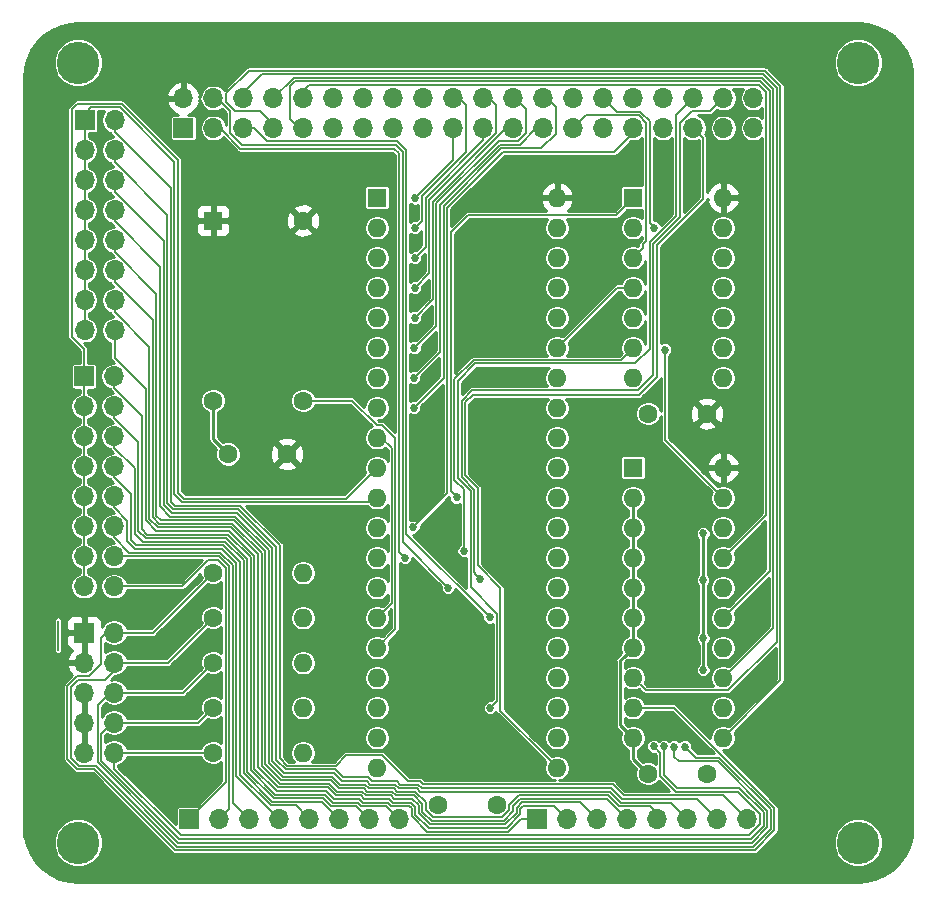
<source format=gbl>
%TF.GenerationSoftware,KiCad,Pcbnew,(5.0.1)-3*%
%TF.CreationDate,2018-11-22T18:04:47+01:00*%
%TF.ProjectId,S80 Serial,5338302053657269616C2E6B69636164,1.0*%
%TF.SameCoordinates,Original*%
%TF.FileFunction,Copper,L2,Bot,Signal*%
%TF.FilePolarity,Positive*%
%FSLAX46Y46*%
G04 Gerber Fmt 4.6, Leading zero omitted, Abs format (unit mm)*
G04 Created by KiCad (PCBNEW (5.0.1)-3) date 22/11/2018 18:04:47*
%MOMM*%
%LPD*%
G01*
G04 APERTURE LIST*
%ADD10O,1.700000X1.700000*%
%ADD11R,1.700000X1.700000*%
%ADD12C,1.600000*%
%ADD13C,3.600000*%
%ADD14O,1.600000X1.600000*%
%ADD15R,1.600000X1.600000*%
%ADD16C,0.685800*%
%ADD17C,0.254000*%
%ADD18C,0.152400*%
G04 APERTURE END LIST*
D10*
X93212920Y-91978480D03*
X90672920Y-91978480D03*
X88132920Y-91978480D03*
X85592920Y-91978480D03*
X83052920Y-91978480D03*
X80512920Y-91978480D03*
X77972920Y-91978480D03*
D11*
X75432920Y-91978480D03*
D10*
X123197620Y-30939740D03*
X123197620Y-33479740D03*
X120657620Y-30939740D03*
X120657620Y-33479740D03*
X118117620Y-30939740D03*
X118117620Y-33479740D03*
X115577620Y-30939740D03*
X115577620Y-33479740D03*
X113037620Y-30939740D03*
X113037620Y-33479740D03*
X110497620Y-30939740D03*
X110497620Y-33479740D03*
X107957620Y-30939740D03*
X107957620Y-33479740D03*
X105417620Y-30939740D03*
X105417620Y-33479740D03*
X102877620Y-30939740D03*
X102877620Y-33479740D03*
X100337620Y-30939740D03*
X100337620Y-33479740D03*
X97797620Y-30939740D03*
X97797620Y-33479740D03*
X95257620Y-30939740D03*
X95257620Y-33479740D03*
X92717620Y-30939740D03*
X92717620Y-33479740D03*
X90177620Y-30939740D03*
X90177620Y-33479740D03*
X87637620Y-30939740D03*
X87637620Y-33479740D03*
X85097620Y-30939740D03*
X85097620Y-33479740D03*
X82557620Y-30939740D03*
X82557620Y-33479740D03*
X80017620Y-30939740D03*
X80017620Y-33479740D03*
X77477620Y-30939740D03*
X77477620Y-33479740D03*
X74937620Y-30939740D03*
D11*
X74937620Y-33479740D03*
X104894380Y-91983560D03*
D10*
X107434380Y-91983560D03*
X109974380Y-91983560D03*
X112514380Y-91983560D03*
X115054380Y-91983560D03*
X117594380Y-91983560D03*
X120134380Y-91983560D03*
X122674380Y-91983560D03*
D11*
X66537840Y-76200000D03*
D10*
X69077840Y-76200000D03*
X66537840Y-78740000D03*
X69077840Y-78740000D03*
X66537840Y-81280000D03*
X69077840Y-81280000D03*
X66537840Y-83820000D03*
X69077840Y-83820000D03*
X66537840Y-86360000D03*
X69077840Y-86360000D03*
D12*
X78740000Y-61087000D03*
X83740000Y-61087000D03*
X101520000Y-90797380D03*
X96520000Y-90797380D03*
X114300000Y-88138000D03*
X119300000Y-88138000D03*
X119300000Y-57658000D03*
X114300000Y-57658000D03*
D13*
X66040000Y-27940000D03*
X132080000Y-27940000D03*
X66040000Y-93980000D03*
X132080000Y-93980000D03*
D10*
X69072760Y-72265540D03*
X66532760Y-72265540D03*
X69072760Y-69725540D03*
X66532760Y-69725540D03*
X69072760Y-67185540D03*
X66532760Y-67185540D03*
X69072760Y-64645540D03*
X66532760Y-64645540D03*
X69072760Y-62105540D03*
X66532760Y-62105540D03*
X69072760Y-59565540D03*
X66532760Y-59565540D03*
X69072760Y-57025540D03*
X66532760Y-57025540D03*
X69072760Y-54485540D03*
D11*
X66532760Y-54485540D03*
X66586100Y-32806640D03*
D10*
X69126100Y-32806640D03*
X66586100Y-35346640D03*
X69126100Y-35346640D03*
X66586100Y-37886640D03*
X69126100Y-37886640D03*
X66586100Y-40426640D03*
X69126100Y-40426640D03*
X66586100Y-42966640D03*
X69126100Y-42966640D03*
X66586100Y-45506640D03*
X69126100Y-45506640D03*
X66586100Y-48046640D03*
X69126100Y-48046640D03*
X66586100Y-50586640D03*
X69126100Y-50586640D03*
D14*
X85090000Y-86360000D03*
D12*
X77470000Y-86360000D03*
X77470000Y-82550000D03*
D14*
X85090000Y-82550000D03*
D12*
X77470000Y-78740000D03*
D14*
X85090000Y-78740000D03*
X85090000Y-74930000D03*
D12*
X77470000Y-74930000D03*
X77470000Y-71120000D03*
D14*
X85090000Y-71120000D03*
D15*
X91346020Y-39370000D03*
D14*
X106586020Y-87630000D03*
X91346020Y-41910000D03*
X106586020Y-85090000D03*
X91346020Y-44450000D03*
X106586020Y-82550000D03*
X91346020Y-46990000D03*
X106586020Y-80010000D03*
X91346020Y-49530000D03*
X106586020Y-77470000D03*
X91346020Y-52070000D03*
X106586020Y-74930000D03*
X91346020Y-54610000D03*
X106586020Y-72390000D03*
X91346020Y-57150000D03*
X106586020Y-69850000D03*
X91346020Y-59690000D03*
X106586020Y-67310000D03*
X91346020Y-62230000D03*
X106586020Y-64770000D03*
X91346020Y-64770000D03*
X106586020Y-62230000D03*
X91346020Y-67310000D03*
X106586020Y-59690000D03*
X91346020Y-69850000D03*
X106586020Y-57150000D03*
X91346020Y-72390000D03*
X106586020Y-54610000D03*
X91346020Y-74930000D03*
X106586020Y-52070000D03*
X91346020Y-77470000D03*
X106586020Y-49530000D03*
X91346020Y-80010000D03*
X106586020Y-46990000D03*
X91346020Y-82550000D03*
X106586020Y-44450000D03*
X91346020Y-85090000D03*
X106586020Y-41910000D03*
X91346020Y-87630000D03*
X106586020Y-39370000D03*
X120650000Y-39370000D03*
X113030000Y-54610000D03*
X120650000Y-41910000D03*
X113030000Y-52070000D03*
X120650000Y-44450000D03*
X113030000Y-49530000D03*
X120650000Y-46990000D03*
X113030000Y-46990000D03*
X120650000Y-49530000D03*
X113030000Y-44450000D03*
X120650000Y-52070000D03*
X113030000Y-41910000D03*
X120650000Y-54610000D03*
D15*
X113030000Y-39370000D03*
X113030000Y-62230000D03*
D14*
X120650000Y-85090000D03*
X113030000Y-64770000D03*
X120650000Y-82550000D03*
X113030000Y-67310000D03*
X120650000Y-80010000D03*
X113030000Y-69850000D03*
X120650000Y-77470000D03*
X113030000Y-72390000D03*
X120650000Y-74930000D03*
X113030000Y-74930000D03*
X120650000Y-72390000D03*
X113030000Y-77470000D03*
X120650000Y-69850000D03*
X113030000Y-80010000D03*
X120650000Y-67310000D03*
X113030000Y-82550000D03*
X120650000Y-64770000D03*
X113030000Y-85090000D03*
X120650000Y-62230000D03*
D12*
X77470000Y-56550560D03*
X85090000Y-56550560D03*
X85090000Y-41310560D03*
D15*
X77470000Y-41310560D03*
D16*
X101569520Y-70695820D03*
X98099880Y-70639940D03*
X101612700Y-66598800D03*
X98066860Y-66614040D03*
X70114160Y-80078580D03*
X70114160Y-77444600D03*
X70126860Y-82570320D03*
X70139560Y-85123020D03*
X70119240Y-87452200D03*
X102577900Y-77513180D03*
X100886260Y-77510640D03*
X101546660Y-60942220D03*
X95808800Y-60901580D03*
X101549200Y-54488080D03*
X101549200Y-52054760D03*
X95808800Y-52034440D03*
X95808800Y-54488080D03*
X99636580Y-39095680D03*
X95778320Y-49862740D03*
X95336360Y-47673260D03*
X95097600Y-45260260D03*
X94681040Y-43058080D03*
X94566740Y-40543480D03*
X118783100Y-40754300D03*
X117655340Y-39621460D03*
X115463320Y-39621460D03*
X118986300Y-80441800D03*
X118986300Y-83032600D03*
X117350540Y-84698840D03*
X115900200Y-48257460D03*
X113731040Y-48262540D03*
X118958360Y-67800220D03*
X118953280Y-71747380D03*
X118958360Y-76677520D03*
X118963440Y-79364840D03*
X93710760Y-69850000D03*
X97345500Y-72400160D03*
X100888800Y-74917300D03*
X94569280Y-39420800D03*
X94554040Y-41917620D03*
X94543880Y-44462700D03*
X94533720Y-46995080D03*
X94526100Y-49530000D03*
X94510860Y-52075080D03*
X94485460Y-54617620D03*
X94472760Y-57155080D03*
X100901500Y-82562700D03*
X114790220Y-41910000D03*
X94406720Y-67279520D03*
X100096320Y-71628000D03*
X98084640Y-64747140D03*
X98689170Y-69263449D03*
X115727480Y-52230020D03*
X117393720Y-85844380D03*
X116514880Y-85846920D03*
X115643660Y-85818980D03*
X114772440Y-85826600D03*
D17*
X102577900Y-77028247D02*
X102593140Y-77013007D01*
X102577900Y-77513180D02*
X102577900Y-77028247D01*
X102593140Y-71719440D02*
X101569520Y-70695820D01*
X102593140Y-77013007D02*
X102593140Y-71719440D01*
X101569520Y-66641980D02*
X101612700Y-66598800D01*
X101569520Y-70695820D02*
X101569520Y-66641980D01*
X101612700Y-61008260D02*
X101546660Y-60942220D01*
X98066860Y-70606920D02*
X98099880Y-70639940D01*
X98066860Y-66614040D02*
X98066860Y-70606920D01*
X77470000Y-59817000D02*
X78740000Y-61087000D01*
X77470000Y-56550560D02*
X77470000Y-59817000D01*
X113030000Y-86868000D02*
X113030000Y-85090000D01*
X114300000Y-88138000D02*
X113030000Y-86868000D01*
X112230001Y-78269999D02*
X113030000Y-77470000D01*
X111950599Y-78549401D02*
X112230001Y-78269999D01*
X111950599Y-84010599D02*
X111950599Y-78549401D01*
X113030000Y-85090000D02*
X111950599Y-84010599D01*
X113030000Y-76338630D02*
X113030000Y-74930000D01*
X113030000Y-77470000D02*
X113030000Y-76338630D01*
X113030000Y-73798630D02*
X113030000Y-72390000D01*
X113030000Y-74930000D02*
X113030000Y-73798630D01*
X113030000Y-71258630D02*
X113030000Y-69850000D01*
X113030000Y-72390000D02*
X113030000Y-71258630D01*
X113030000Y-68718630D02*
X113030000Y-67310000D01*
X113030000Y-69850000D02*
X113030000Y-68718630D01*
X113030000Y-66178630D02*
X113030000Y-64770000D01*
X113030000Y-67310000D02*
X113030000Y-66178630D01*
X118958360Y-67800220D02*
X118958360Y-71742300D01*
X118958360Y-71742300D02*
X118953280Y-71747380D01*
X118953280Y-71747380D02*
X118953280Y-76672440D01*
X118953280Y-76672440D02*
X118958360Y-76677520D01*
X118958360Y-77162453D02*
X118973600Y-77177693D01*
X118958360Y-76677520D02*
X118958360Y-77162453D01*
X118973600Y-79354680D02*
X118963440Y-79364840D01*
X118973600Y-77177693D02*
X118973600Y-79354680D01*
D18*
X77477620Y-33479740D02*
X78039704Y-33479740D01*
X93207836Y-69347076D02*
X93710760Y-69850000D01*
X93207836Y-35624548D02*
X93207836Y-69347076D01*
X92800392Y-35217104D02*
X93207836Y-35624548D01*
X79777068Y-35217104D02*
X92800392Y-35217104D01*
X78039704Y-33479740D02*
X79777068Y-35217104D01*
X77477620Y-30939740D02*
X77797660Y-30939740D01*
X93512638Y-68567298D02*
X97345500Y-72400160D01*
X93512638Y-35498294D02*
X93512638Y-68567298D01*
X92926646Y-34912302D02*
X93512638Y-35498294D01*
X79903322Y-34912302D02*
X92926646Y-34912302D01*
X78927960Y-33936940D02*
X79903322Y-34912302D01*
X78927960Y-32070040D02*
X78927960Y-33936940D01*
X77797660Y-30939740D02*
X78927960Y-32070040D01*
X80017620Y-33479740D02*
X80901540Y-33479740D01*
X93817440Y-67845940D02*
X100888800Y-74917300D01*
X93817440Y-35372040D02*
X93817440Y-67845940D01*
X93052900Y-34607500D02*
X93817440Y-35372040D01*
X92875100Y-34607500D02*
X93052900Y-34607500D01*
X80901540Y-33479740D02*
X82029300Y-34607500D01*
X82029300Y-34607500D02*
X92875100Y-34607500D01*
X80017620Y-30939740D02*
X80017620Y-30543500D01*
X114096800Y-81076800D02*
X113030000Y-80010000D01*
X121074180Y-81076800D02*
X114096800Y-81076800D01*
X125196606Y-76954374D02*
X121074180Y-81076800D01*
X125196606Y-30073298D02*
X125196606Y-76954374D01*
X124036122Y-28912814D02*
X125196606Y-30073298D01*
X81648306Y-28912814D02*
X124036122Y-28912814D01*
X80017620Y-30543500D02*
X81648306Y-28912814D01*
X82557620Y-33479740D02*
X82557620Y-33141920D01*
X125501408Y-80238592D02*
X120650000Y-85090000D01*
X125501408Y-29947044D02*
X125501408Y-80238592D01*
X124162376Y-28608012D02*
X125501408Y-29947044D01*
X80469748Y-28608012D02*
X124162376Y-28608012D01*
X78574900Y-30502860D02*
X80469748Y-28608012D01*
X78574900Y-31285924D02*
X78574900Y-30502860D01*
X79323456Y-32034480D02*
X78574900Y-31285924D01*
X81450180Y-32034480D02*
X79323456Y-32034480D01*
X82557620Y-33141920D02*
X81450180Y-32034480D01*
X82557620Y-30939740D02*
X82557620Y-30937944D01*
X124891804Y-75768196D02*
X120650000Y-80010000D01*
X124891804Y-30199552D02*
X124891804Y-75768196D01*
X123909868Y-29217616D02*
X124891804Y-30199552D01*
X84277948Y-29217616D02*
X123909868Y-29217616D01*
X82557620Y-30937944D02*
X84277948Y-29217616D01*
X85097620Y-33479740D02*
X84736940Y-33479740D01*
X124587002Y-70992998D02*
X120650000Y-74930000D01*
X124587002Y-30325806D02*
X124587002Y-70992998D01*
X123783614Y-29522418D02*
X124587002Y-30325806D01*
X84404202Y-29522418D02*
X123783614Y-29522418D01*
X84005420Y-29921200D02*
X84404202Y-29522418D01*
X84005420Y-32748220D02*
X84005420Y-29921200D01*
X84736940Y-33479740D02*
X84005420Y-32748220D01*
X85097620Y-30939740D02*
X85097620Y-30358080D01*
X124282200Y-66217800D02*
X120650000Y-69850000D01*
X124282200Y-30452060D02*
X124282200Y-66217800D01*
X123657360Y-29827220D02*
X124282200Y-30452060D01*
X85628480Y-29827220D02*
X123657360Y-29827220D01*
X85097620Y-30358080D02*
X85628480Y-29827220D01*
X97797620Y-33479740D02*
X97797620Y-36192460D01*
X97797620Y-36192460D02*
X94569280Y-39420800D01*
X97797620Y-30939740D02*
X98320860Y-30939740D01*
X95148400Y-41323260D02*
X94554040Y-41917620D01*
X95148400Y-39272736D02*
X95148400Y-41323260D01*
X98882200Y-35538936D02*
X95148400Y-39272736D01*
X98882200Y-31501080D02*
X98882200Y-35538936D01*
X98320860Y-30939740D02*
X98882200Y-31501080D01*
X100337620Y-33479740D02*
X100337620Y-34514572D01*
X95453202Y-43553378D02*
X94543880Y-44462700D01*
X95453202Y-39398990D02*
X95453202Y-43553378D01*
X100337620Y-34514572D02*
X95453202Y-39398990D01*
X100337620Y-30939740D02*
X100799900Y-30939740D01*
X95758004Y-45770796D02*
X94533720Y-46995080D01*
X95758004Y-39596056D02*
X95758004Y-45770796D01*
X101429820Y-33924240D02*
X95758004Y-39596056D01*
X101429820Y-31569660D02*
X101429820Y-33924240D01*
X100799900Y-30939740D02*
X101429820Y-31569660D01*
X102877620Y-33479740D02*
X102305376Y-33479740D01*
X96062806Y-47993294D02*
X94526100Y-49530000D01*
X96062806Y-39722310D02*
X96062806Y-47993294D01*
X102305376Y-33479740D02*
X96062806Y-39722310D01*
X102877620Y-30939740D02*
X103012240Y-30939740D01*
X96367608Y-50218332D02*
X94510860Y-52075080D01*
X96367608Y-39848564D02*
X96367608Y-50218332D01*
X101631532Y-34584640D02*
X96367608Y-39848564D01*
X103306880Y-34584640D02*
X101631532Y-34584640D01*
X103962200Y-33929320D02*
X103306880Y-34584640D01*
X103962200Y-31889700D02*
X103962200Y-33929320D01*
X103012240Y-30939740D02*
X103962200Y-31889700D01*
X105417620Y-33479740D02*
X104842836Y-33479740D01*
X96672410Y-52430670D02*
X94485460Y-54617620D01*
X96672410Y-39974818D02*
X96672410Y-52430670D01*
X101757786Y-34889442D02*
X96672410Y-39974818D01*
X103433134Y-34889442D02*
X101757786Y-34889442D01*
X104842836Y-33479740D02*
X103433134Y-34889442D01*
X105417620Y-30939740D02*
X105768140Y-30939740D01*
X96977212Y-54650628D02*
X94472760Y-57155080D01*
X96977212Y-40101072D02*
X96977212Y-54650628D01*
X101884040Y-35194244D02*
X96977212Y-40101072D01*
X105255056Y-35194244D02*
X101884040Y-35194244D01*
X106507280Y-33942020D02*
X105255056Y-35194244D01*
X106507280Y-31678880D02*
X106507280Y-33942020D01*
X105768140Y-30939740D02*
X106507280Y-31678880D01*
X101793042Y-82837022D02*
X105786021Y-86830001D01*
X115036624Y-43402029D02*
X115036624Y-54553352D01*
X118117620Y-33479740D02*
X118967619Y-34329739D01*
X115036624Y-54553352D02*
X113544876Y-56045100D01*
X118967619Y-34329739D02*
X118967619Y-39471034D01*
X113544876Y-56045100D02*
X99470768Y-56045100D01*
X101793042Y-72425562D02*
X101793042Y-82837022D01*
X105786021Y-86830001D02*
X106586020Y-87630000D01*
X99870293Y-63956885D02*
X99870293Y-70502813D01*
X98806042Y-62892634D02*
X99870293Y-63956885D01*
X98806042Y-56709826D02*
X98806042Y-62892634D01*
X99470768Y-56045100D02*
X98806042Y-56709826D01*
X118967619Y-39471034D02*
X115036624Y-43402029D01*
X99870293Y-70502813D02*
X101793042Y-72425562D01*
X114426993Y-43149526D02*
X114426993Y-52151287D01*
X98196420Y-54878476D02*
X98196420Y-63145147D01*
X99260671Y-64209397D02*
X99260671Y-72359531D01*
X114426993Y-52151287D02*
X113164618Y-53413662D01*
X118117620Y-30939740D02*
X116669808Y-32387552D01*
X113164618Y-53413662D02*
X99661234Y-53413662D01*
X99661234Y-53413662D02*
X98196420Y-54878476D01*
X101244399Y-82219801D02*
X100901500Y-82562700D01*
X101488240Y-74587100D02*
X101488240Y-81975960D01*
X99260671Y-72359531D02*
X101488240Y-74587100D01*
X116669808Y-40906711D02*
X114426993Y-43149526D01*
X98196420Y-63145147D02*
X99260671Y-64209397D01*
X101488240Y-81975960D02*
X101244399Y-82219801D01*
X116669808Y-32387552D02*
X116669808Y-40906711D01*
X107957620Y-33479740D02*
X109042200Y-32395160D01*
X113829999Y-43315453D02*
X113829999Y-43650001D01*
X109042200Y-32395160D02*
X113484660Y-32395160D01*
X113484660Y-32395160D02*
X114122200Y-33032700D01*
X114122200Y-33032700D02*
X114122200Y-43023252D01*
X114122200Y-43023252D02*
X113829999Y-43315453D01*
X113829999Y-43650001D02*
X113030000Y-44450000D01*
X110497620Y-30939740D02*
X110505242Y-30939740D01*
X114427002Y-41546782D02*
X114790220Y-41910000D01*
X114427002Y-32906446D02*
X114427002Y-41546782D01*
X113610914Y-32090358D02*
X114427002Y-32906446D01*
X111655860Y-32090358D02*
X113610914Y-32090358D01*
X110505242Y-30939740D02*
X111655860Y-32090358D01*
X113037620Y-33479740D02*
X113037620Y-33896300D01*
X97282014Y-64404226D02*
X94406720Y-67279520D01*
X97282014Y-40227326D02*
X97282014Y-64404226D01*
X102010294Y-35499046D02*
X97282014Y-40227326D01*
X111434874Y-35499046D02*
X102010294Y-35499046D01*
X113037620Y-33896300D02*
X111434874Y-35499046D01*
X114731804Y-43275782D02*
X114731804Y-54427116D01*
X116982251Y-39781467D02*
X116974619Y-39789099D01*
X120657620Y-30939740D02*
X119550180Y-32047180D01*
X117980460Y-32047180D02*
X116982251Y-33045389D01*
X113461800Y-55697120D02*
X99387682Y-55697120D01*
X116982251Y-33045389D02*
X116982251Y-39781467D01*
X116974619Y-39789099D02*
X116974619Y-41032967D01*
X116974619Y-41032967D02*
X114731804Y-43275782D01*
X114731804Y-54427116D02*
X113461800Y-55697120D01*
X119550180Y-32047180D02*
X117980460Y-32047180D01*
X99387682Y-55697120D02*
X98501231Y-56583571D01*
X98501231Y-56583571D02*
X98501231Y-63018891D01*
X99565482Y-71097162D02*
X99753421Y-71285101D01*
X99565482Y-64083142D02*
X99565482Y-71097162D01*
X99753421Y-71285101D02*
X100096320Y-71628000D01*
X98501231Y-63018891D02*
X99565482Y-64083142D01*
X66532760Y-54485540D02*
X66532760Y-57025540D01*
X66532760Y-57025540D02*
X66532760Y-59565540D01*
X66532760Y-59565540D02*
X66532760Y-62105540D01*
X66532760Y-62105540D02*
X66532760Y-64645540D01*
X66532760Y-64645540D02*
X66532760Y-67185540D01*
X66532760Y-67185540D02*
X66532760Y-69725540D01*
X66532760Y-69725540D02*
X66532760Y-72265540D01*
X66532760Y-54485540D02*
X66532760Y-52194460D01*
X88727312Y-64848708D02*
X91346020Y-62230000D01*
X74992724Y-64848708D02*
X88727312Y-64848708D01*
X74498220Y-64354204D02*
X74992724Y-64848708D01*
X74498220Y-36188144D02*
X74498220Y-64354204D01*
X69719714Y-31409638D02*
X74498220Y-36188144D01*
X65933322Y-31409638D02*
X69719714Y-31409638D01*
X65478660Y-31864300D02*
X65933322Y-31409638D01*
X65478660Y-51140360D02*
X65478660Y-31864300D01*
X66532760Y-52194460D02*
X65478660Y-51140360D01*
X66586100Y-50586640D02*
X66586100Y-48046640D01*
X66586100Y-48046640D02*
X66586100Y-45506640D01*
X66586100Y-40426640D02*
X66586100Y-37886640D01*
X66586100Y-32806640D02*
X66586100Y-35346640D01*
X66586100Y-35346640D02*
X66586100Y-37886640D01*
X66586100Y-40426640D02*
X66586100Y-42966640D01*
X66586100Y-42966640D02*
X66586100Y-45506640D01*
X66586100Y-32806640D02*
X66586100Y-32298640D01*
X90962510Y-65153510D02*
X91346020Y-64770000D01*
X74866470Y-65153510D02*
X90962510Y-65153510D01*
X74193418Y-64480458D02*
X74866470Y-65153510D01*
X74193418Y-36314398D02*
X74193418Y-64480458D01*
X69593460Y-31714440D02*
X74193418Y-36314398D01*
X67170300Y-31714440D02*
X69593460Y-31714440D01*
X66586100Y-32298640D02*
X67170300Y-31714440D01*
X69072760Y-54485540D02*
X69072760Y-55455820D01*
X92123260Y-90888820D02*
X93212920Y-91978480D01*
X90014316Y-90888820D02*
X92123260Y-90888820D01*
X89714594Y-90589098D02*
X90014316Y-90888820D01*
X87605650Y-90589098D02*
X89714594Y-90589098D01*
X80655174Y-87856510D02*
X82714658Y-89915994D01*
X80655174Y-69827282D02*
X80655174Y-87856510D01*
X78724620Y-67896728D02*
X80655174Y-69827282D01*
X71881254Y-67896728D02*
X78724620Y-67896728D01*
X71450200Y-67465674D02*
X71881254Y-67896728D01*
X71450200Y-57833260D02*
X71450200Y-67465674D01*
X69072760Y-55455820D02*
X71450200Y-57833260D01*
X82714658Y-89915994D02*
X86932546Y-89915994D01*
X86932546Y-89915994D02*
X87605650Y-90589098D01*
X69072760Y-57025540D02*
X69072760Y-58018680D01*
X80350372Y-87982764D02*
X82588404Y-90220796D01*
X80350372Y-69953536D02*
X80350372Y-87982764D01*
X78598366Y-68201530D02*
X80350372Y-69953536D01*
X71755000Y-68201530D02*
X78598366Y-68201530D01*
X71120006Y-67566536D02*
X71755000Y-68201530D01*
X71120006Y-60065926D02*
X71120006Y-67566536D01*
X69072760Y-58018680D02*
X71120006Y-60065926D01*
X82588404Y-90220796D02*
X86804500Y-90220796D01*
X86804500Y-90220796D02*
X86806292Y-90220796D01*
X86806292Y-90220796D02*
X87479396Y-90893900D01*
X87479396Y-90893900D02*
X89588340Y-90893900D01*
X89588340Y-90893900D02*
X90672920Y-91978480D01*
X69072760Y-59565540D02*
X69072760Y-60543440D01*
X86680038Y-90525598D02*
X88132920Y-91978480D01*
X82462150Y-90525598D02*
X86680038Y-90525598D01*
X80045570Y-88109018D02*
X82462150Y-90525598D01*
X80045570Y-70079790D02*
X80045570Y-88109018D01*
X78472112Y-68506332D02*
X80045570Y-70079790D01*
X71501000Y-68506332D02*
X78472112Y-68506332D01*
X70815204Y-67820536D02*
X71501000Y-68506332D01*
X70815204Y-62285884D02*
X70815204Y-67820536D01*
X69072760Y-60543440D02*
X70815204Y-62285884D01*
X69072760Y-62105540D02*
X69072760Y-63055500D01*
X84444840Y-90830400D02*
X85592920Y-91978480D01*
X82335896Y-90830400D02*
X84444840Y-90830400D01*
X79740768Y-88235272D02*
X82335896Y-90830400D01*
X79740768Y-70206044D02*
X79740768Y-88235272D01*
X78345858Y-68811134D02*
X79740768Y-70206044D01*
X70979554Y-68811134D02*
X78345858Y-68811134D01*
X70510402Y-68341982D02*
X70979554Y-68811134D01*
X70510402Y-64493142D02*
X70510402Y-68341982D01*
X69072760Y-63055500D02*
X70510402Y-64493142D01*
X69072760Y-64645540D02*
X69072760Y-65577720D01*
X79435966Y-88361526D02*
X83052920Y-91978480D01*
X79435966Y-70332298D02*
X79435966Y-88361526D01*
X78219604Y-69115936D02*
X79435966Y-70332298D01*
X70853300Y-69115936D02*
X78219604Y-69115936D01*
X70205600Y-68468236D02*
X70853300Y-69115936D01*
X70205600Y-66710560D02*
X70205600Y-68468236D01*
X69072760Y-65577720D02*
X70205600Y-66710560D01*
X69072760Y-67185540D02*
X69072760Y-68107560D01*
X79131164Y-90596724D02*
X80512920Y-91978480D01*
X79131164Y-70458552D02*
X79131164Y-90596724D01*
X78093350Y-69420738D02*
X79131164Y-70458552D01*
X70385938Y-69420738D02*
X78093350Y-69420738D01*
X69072760Y-68107560D02*
X70385938Y-69420738D01*
X69072760Y-69725540D02*
X77967096Y-69725540D01*
X78826362Y-91125038D02*
X77972920Y-91978480D01*
X78826362Y-70584806D02*
X78826362Y-91125038D01*
X77967096Y-69725540D02*
X78826362Y-70584806D01*
X69072760Y-72265540D02*
X74863960Y-72265540D01*
X78521560Y-88889840D02*
X75432920Y-91978480D01*
X78521560Y-70711060D02*
X78521560Y-88889840D01*
X77891640Y-70081140D02*
X78521560Y-70711060D01*
X77048360Y-70081140D02*
X77891640Y-70081140D01*
X74863960Y-72265540D02*
X77048360Y-70081140D01*
X69126100Y-50586640D02*
X69126100Y-52920900D01*
X103514724Y-91983560D02*
X104894380Y-91983560D01*
X102450456Y-93047828D02*
X103514724Y-91983560D01*
X95588264Y-93047828D02*
X102450456Y-93047828D01*
X94269552Y-91729116D02*
X95588264Y-93047828D01*
X94269552Y-91068716D02*
X94269552Y-91729116D01*
X94092196Y-90891360D02*
X94269552Y-91068716D01*
X93657420Y-90891360D02*
X94092196Y-90891360D01*
X87058800Y-89611192D02*
X87731904Y-90284296D01*
X82840912Y-89611192D02*
X87058800Y-89611192D01*
X80959976Y-87730256D02*
X82840912Y-89611192D01*
X80959976Y-69701028D02*
X80959976Y-87730256D01*
X78850874Y-67591926D02*
X80959976Y-69701028D01*
X72659240Y-67591926D02*
X78850874Y-67591926D01*
X71755002Y-66687688D02*
X72659240Y-67591926D01*
X71755002Y-55549802D02*
X71755002Y-66687688D01*
X69126100Y-52920900D02*
X71755002Y-55549802D01*
X87731904Y-90284296D02*
X89840848Y-90284296D01*
X89840848Y-90284296D02*
X90140570Y-90584018D01*
X90140570Y-90584018D02*
X92249514Y-90584018D01*
X92249514Y-90584018D02*
X92556856Y-90891360D01*
X92556856Y-90891360D02*
X93657420Y-90891360D01*
X69126100Y-48046640D02*
X69126100Y-49049940D01*
X106326940Y-90876120D02*
X107434380Y-91983560D01*
X103743760Y-90876120D02*
X106326940Y-90876120D01*
X103469446Y-91150434D02*
X103743760Y-90876120D01*
X103469446Y-91597782D02*
X103469446Y-91150434D01*
X102324202Y-92743026D02*
X103469446Y-91597782D01*
X95714518Y-92743026D02*
X102324202Y-92743026D01*
X94574354Y-91602862D02*
X95714518Y-92743026D01*
X94574354Y-90942462D02*
X94574354Y-91602862D01*
X94218450Y-90586558D02*
X94574354Y-90942462D01*
X93783674Y-90586558D02*
X94218450Y-90586558D01*
X69126100Y-49049940D02*
X72059804Y-51983644D01*
X72059804Y-51983644D02*
X72059804Y-66561434D01*
X72059804Y-66561434D02*
X72785494Y-67287124D01*
X72785494Y-67287124D02*
X78977128Y-67287124D01*
X78977128Y-67287124D02*
X81264778Y-69574774D01*
X81264778Y-69574774D02*
X81264778Y-87604002D01*
X81264778Y-87604002D02*
X82967166Y-89306390D01*
X82967166Y-89306390D02*
X87185054Y-89306390D01*
X87185054Y-89306390D02*
X87858158Y-89979494D01*
X87858158Y-89979494D02*
X89967102Y-89979494D01*
X89967102Y-89979494D02*
X90266824Y-90279216D01*
X90266824Y-90279216D02*
X92375768Y-90279216D01*
X92375768Y-90279216D02*
X92683110Y-90586558D01*
X92683110Y-90586558D02*
X93783674Y-90586558D01*
X69126100Y-45506640D02*
X69126100Y-46515020D01*
X108562138Y-90571318D02*
X109974380Y-91983560D01*
X103617506Y-90571318D02*
X108562138Y-90571318D01*
X103164644Y-91024180D02*
X103617506Y-90571318D01*
X103164644Y-91471528D02*
X103164644Y-91024180D01*
X92809364Y-90281756D02*
X93909928Y-90281756D01*
X92502022Y-89974414D02*
X92809364Y-90281756D01*
X90393078Y-89974414D02*
X92502022Y-89974414D01*
X90093356Y-89674692D02*
X90393078Y-89974414D01*
X87984412Y-89674692D02*
X90093356Y-89674692D01*
X87311308Y-89001588D02*
X87984412Y-89674692D01*
X83093420Y-89001588D02*
X87311308Y-89001588D01*
X81569580Y-87477748D02*
X83093420Y-89001588D01*
X81569580Y-69448520D02*
X81569580Y-87477748D01*
X79103382Y-66982322D02*
X81569580Y-69448520D01*
X72911748Y-66982322D02*
X79103382Y-66982322D01*
X72364606Y-66435180D02*
X72911748Y-66982322D01*
X72364606Y-49753526D02*
X72364606Y-66435180D01*
X69126100Y-46515020D02*
X72364606Y-49753526D01*
X93909928Y-90281756D02*
X94344704Y-90281756D01*
X94344704Y-90281756D02*
X94879156Y-90816208D01*
X94879156Y-90816208D02*
X94879156Y-91476608D01*
X94879156Y-91476608D02*
X95840772Y-92438224D01*
X95840772Y-92438224D02*
X102197948Y-92438224D01*
X102197948Y-92438224D02*
X103164644Y-91471528D01*
X69126100Y-42966640D02*
X69126100Y-43964860D01*
X92935618Y-89976954D02*
X94035880Y-89976954D01*
X94035880Y-89976954D02*
X94036182Y-89976954D01*
X92628276Y-89669612D02*
X92935618Y-89976954D01*
X90519332Y-89669612D02*
X92628276Y-89669612D01*
X90219610Y-89369890D02*
X90519332Y-89669612D01*
X88110666Y-89369890D02*
X90219610Y-89369890D01*
X69126100Y-43964860D02*
X72669408Y-47508168D01*
X72669408Y-47508168D02*
X72669408Y-66308926D01*
X72669408Y-66308926D02*
X73038002Y-66677520D01*
X73038002Y-66677520D02*
X79229636Y-66677520D01*
X79229636Y-66677520D02*
X81874382Y-69322266D01*
X81874382Y-69322266D02*
X81874382Y-87351494D01*
X81874382Y-87351494D02*
X83219674Y-88696786D01*
X83219674Y-88696786D02*
X87437562Y-88696786D01*
X87437562Y-88696786D02*
X88110666Y-89369890D01*
X94035880Y-89976954D02*
X94470958Y-89976954D01*
X110797336Y-90266516D02*
X112514380Y-91983560D01*
X103491252Y-90266516D02*
X110797336Y-90266516D01*
X102859842Y-90897926D02*
X103491252Y-90266516D01*
X102859842Y-91345274D02*
X102859842Y-90897926D01*
X94470958Y-89976954D02*
X95183958Y-90689954D01*
X95183958Y-90689954D02*
X95183958Y-91350354D01*
X95183958Y-91350354D02*
X95967026Y-92133422D01*
X95967026Y-92133422D02*
X102071694Y-92133422D01*
X102071694Y-92133422D02*
X102859842Y-91345274D01*
X102555040Y-91219020D02*
X102555040Y-90897926D01*
X101945440Y-91828620D02*
X102555040Y-91219020D01*
X96093280Y-91828620D02*
X101945440Y-91828620D01*
X95488760Y-90563700D02*
X95488760Y-91224100D01*
X79355890Y-66372718D02*
X82179184Y-69196012D01*
X95488760Y-91224100D02*
X96093280Y-91828620D01*
X87563816Y-88391984D02*
X88236920Y-89065088D01*
X73827640Y-66372718D02*
X79355890Y-66372718D01*
X90345864Y-89065088D02*
X90645586Y-89364810D01*
X72974210Y-65519288D02*
X73827640Y-66372718D01*
X72974210Y-45237410D02*
X72974210Y-65519288D01*
X69126100Y-40426640D02*
X69126100Y-41389300D01*
X69126100Y-41389300D02*
X72974210Y-45237410D01*
X82179184Y-69196012D02*
X82179184Y-87225240D01*
X82179184Y-87225240D02*
X83345928Y-88391984D01*
X83345928Y-88391984D02*
X87563816Y-88391984D01*
X88236920Y-89065088D02*
X90345864Y-89065088D01*
X90645586Y-89364810D02*
X92754530Y-89364810D01*
X92754530Y-89364810D02*
X93061872Y-89672152D01*
X93061872Y-89672152D02*
X94597212Y-89672152D01*
X94597212Y-89672152D02*
X95488760Y-90563700D01*
X115054380Y-91983560D02*
X115054380Y-91508580D01*
X103364998Y-89961714D02*
X102555040Y-90771672D01*
X110923590Y-89961714D02*
X103364998Y-89961714D01*
X111858316Y-90896440D02*
X110923590Y-89961714D01*
X114442240Y-90896440D02*
X111858316Y-90896440D01*
X115054380Y-91508580D02*
X114442240Y-90896440D01*
X102555040Y-90771672D02*
X102555040Y-90897926D01*
X69126100Y-37886640D02*
X69126100Y-38897560D01*
X116199920Y-90589100D02*
X117594380Y-91983560D01*
X111982032Y-90589100D02*
X116199920Y-90589100D01*
X111049844Y-89656912D02*
X111982032Y-90589100D01*
X95013028Y-89656912D02*
X111049844Y-89656912D01*
X94723466Y-89367350D02*
X95013028Y-89656912D01*
X93188126Y-89367350D02*
X94723466Y-89367350D01*
X92880784Y-89060008D02*
X93188126Y-89367350D01*
X90771840Y-89060008D02*
X92880784Y-89060008D01*
X90472118Y-88760286D02*
X90771840Y-89060008D01*
X88363174Y-88760286D02*
X90472118Y-88760286D01*
X87690070Y-88087182D02*
X88363174Y-88760286D01*
X83472182Y-88087182D02*
X87690070Y-88087182D01*
X82483986Y-87098986D02*
X83472182Y-88087182D01*
X82483986Y-69069758D02*
X82483986Y-87098986D01*
X79482144Y-66067916D02*
X82483986Y-69069758D01*
X73953894Y-66067916D02*
X79482144Y-66067916D01*
X73279012Y-65393034D02*
X73953894Y-66067916D01*
X73279012Y-43050472D02*
X73279012Y-65393034D01*
X69126100Y-38897560D02*
X73279012Y-43050472D01*
X69126100Y-35346640D02*
X69126100Y-36357560D01*
X118435118Y-90284298D02*
X120134380Y-91983560D01*
X112108286Y-90284298D02*
X118435118Y-90284298D01*
X111176098Y-89352110D02*
X112108286Y-90284298D01*
X95139282Y-89352110D02*
X111176098Y-89352110D01*
X94849720Y-89062548D02*
X95139282Y-89352110D01*
X93314380Y-89062548D02*
X94849720Y-89062548D01*
X93007038Y-88755206D02*
X93314380Y-89062548D01*
X90898094Y-88755206D02*
X93007038Y-88755206D01*
X90598372Y-88455484D02*
X90898094Y-88755206D01*
X88489428Y-88455484D02*
X90598372Y-88455484D01*
X87816324Y-87782380D02*
X88489428Y-88455484D01*
X83598436Y-87782380D02*
X87816324Y-87782380D01*
X82788788Y-86972732D02*
X83598436Y-87782380D01*
X82788788Y-68943504D02*
X82788788Y-86972732D01*
X79608398Y-65763114D02*
X82788788Y-68943504D01*
X74080148Y-65763114D02*
X79608398Y-65763114D01*
X73583814Y-65266780D02*
X74080148Y-65763114D01*
X73583814Y-40815274D02*
X73583814Y-65266780D01*
X69126100Y-36357560D02*
X73583814Y-40815274D01*
X69126100Y-32806640D02*
X69126100Y-33807400D01*
X120670316Y-89979496D02*
X122674380Y-91983560D01*
X112234540Y-89979496D02*
X120670316Y-89979496D01*
X111302352Y-89047308D02*
X112234540Y-89979496D01*
X95265536Y-89047308D02*
X111302352Y-89047308D01*
X94975974Y-88757746D02*
X95265536Y-89047308D01*
X93964746Y-88757746D02*
X94975974Y-88757746D01*
X91760040Y-86553040D02*
X93964746Y-88757746D01*
X88760300Y-86553040D02*
X91760040Y-86553040D01*
X87835762Y-87477578D02*
X88760300Y-86553040D01*
X83724690Y-87477578D02*
X87835762Y-87477578D01*
X83093590Y-86846478D02*
X83724690Y-87477578D01*
X83093590Y-68817250D02*
X83093590Y-86846478D01*
X79734652Y-65458312D02*
X83093590Y-68817250D01*
X74206402Y-65458312D02*
X79734652Y-65458312D01*
X73888616Y-65140526D02*
X74206402Y-65458312D01*
X73888616Y-38569916D02*
X73888616Y-65140526D01*
X69126100Y-33807400D02*
X73888616Y-38569916D01*
X91346020Y-59690000D02*
X91696540Y-59690000D01*
X92598232Y-73677788D02*
X91346020Y-74930000D01*
X92598232Y-60591692D02*
X92598232Y-73677788D01*
X91696540Y-59690000D02*
X92598232Y-60591692D01*
X113030000Y-39370000D02*
X113030000Y-39408100D01*
X97586816Y-64249316D02*
X98084640Y-64747140D01*
X97586816Y-42303700D02*
X97586816Y-64249316D01*
X99060016Y-40830500D02*
X97586816Y-42303700D01*
X111607600Y-40830500D02*
X99060016Y-40830500D01*
X113030000Y-39408100D02*
X111607600Y-40830500D01*
X113030000Y-52070000D02*
X111991140Y-53108860D01*
X111991140Y-53108860D02*
X99534980Y-53108860D01*
X99534980Y-53108860D02*
X97891618Y-54752222D01*
X97891618Y-54752222D02*
X97891618Y-63271400D01*
X97891618Y-63271400D02*
X98689170Y-64068952D01*
X98689170Y-64068952D02*
X98689170Y-68778516D01*
X98689170Y-68778516D02*
X98689170Y-69263449D01*
X113030000Y-46990000D02*
X111666020Y-46990000D01*
X111666020Y-46990000D02*
X106586020Y-52070000D01*
X85090000Y-56550560D02*
X89240360Y-56550560D01*
X92903034Y-75912986D02*
X91346020Y-77470000D01*
X92903034Y-59761114D02*
X92903034Y-75912986D01*
X91777820Y-58635900D02*
X92903034Y-59761114D01*
X91325700Y-58635900D02*
X91777820Y-58635900D01*
X89240360Y-56550560D02*
X91325700Y-58635900D01*
X115732560Y-59852560D02*
X120650000Y-64770000D01*
X115732560Y-52224940D02*
X115732560Y-59852560D01*
X115727480Y-52230020D02*
X115732560Y-52224940D01*
X69077840Y-76200000D02*
X72390000Y-76200000D01*
X72390000Y-76200000D02*
X77470000Y-71120000D01*
X69077840Y-76200000D02*
X68440300Y-76200000D01*
X116504284Y-82550000D02*
X113030000Y-82550000D01*
X124988328Y-91034044D02*
X116504284Y-82550000D01*
X124988328Y-92950856D02*
X124988328Y-91034044D01*
X123311484Y-94627700D02*
X124988328Y-92950856D01*
X74272576Y-94627700D02*
X123311484Y-94627700D01*
X67406958Y-87762082D02*
X74272576Y-94627700D01*
X65972166Y-87762082D02*
X67406958Y-87762082D01*
X65135758Y-86925674D02*
X65972166Y-87762082D01*
X65135758Y-80696546D02*
X65135758Y-86925674D01*
X65939146Y-79893158D02*
X65135758Y-80696546D01*
X66923922Y-79893158D02*
X65939146Y-79893158D01*
X67995800Y-78821280D02*
X66923922Y-79893158D01*
X67995800Y-76644500D02*
X67995800Y-78821280D01*
X68440300Y-76200000D02*
X67995800Y-76644500D01*
X69077840Y-78740000D02*
X73660000Y-78740000D01*
X73660000Y-78740000D02*
X77470000Y-74930000D01*
X69077840Y-78740000D02*
X69077840Y-79448660D01*
X69077840Y-79448660D02*
X68328540Y-80197960D01*
X68328540Y-80197960D02*
X66065400Y-80197960D01*
X66065400Y-80197960D02*
X65440560Y-80822800D01*
X65440560Y-80822800D02*
X65440560Y-86799420D01*
X65440560Y-86799420D02*
X66098420Y-87457280D01*
X66098420Y-87457280D02*
X67533212Y-87457280D01*
X67533212Y-87457280D02*
X74388674Y-94312742D01*
X74388674Y-94312742D02*
X123195386Y-94312742D01*
X123195386Y-94312742D02*
X124683526Y-92824602D01*
X124683526Y-92824602D02*
X124683526Y-91160298D01*
X124683526Y-91160298D02*
X120307406Y-86784178D01*
X120307406Y-86784178D02*
X118333518Y-86784178D01*
X118333518Y-86784178D02*
X117393720Y-85844380D01*
X69077840Y-81280000D02*
X74930000Y-81280000D01*
X74930000Y-81280000D02*
X77470000Y-78740000D01*
X69077840Y-81280000D02*
X68757800Y-81280000D01*
X68757800Y-81280000D02*
X67685918Y-82351882D01*
X67685918Y-82351882D02*
X67685918Y-87178930D01*
X67685918Y-87178930D02*
X74514928Y-94007940D01*
X74514928Y-94007940D02*
X123069132Y-94007940D01*
X123069132Y-94007940D02*
X124378724Y-92698348D01*
X124378724Y-92698348D02*
X124378724Y-91286552D01*
X124378724Y-91286552D02*
X120181152Y-87088980D01*
X120181152Y-87088980D02*
X116890800Y-87088980D01*
X116890800Y-87088980D02*
X116514880Y-86713060D01*
X116514880Y-86713060D02*
X116514880Y-85846920D01*
X69077840Y-83820000D02*
X76200000Y-83820000D01*
X76200000Y-83820000D02*
X77470000Y-82550000D01*
X69077840Y-83820000D02*
X68922900Y-83820000D01*
X68922900Y-83820000D02*
X67990720Y-84752180D01*
X67990720Y-84752180D02*
X67990720Y-87052676D01*
X67990720Y-87052676D02*
X74595476Y-93657432D01*
X74595476Y-93657432D02*
X122988584Y-93657432D01*
X122988584Y-93657432D02*
X124073922Y-92572094D01*
X124073922Y-92572094D02*
X124073922Y-91412806D01*
X124073922Y-91412806D02*
X122015776Y-89354660D01*
X122015776Y-89354660D02*
X116750356Y-89354660D01*
X116750356Y-89354660D02*
X115648742Y-88253046D01*
X115648742Y-88253046D02*
X115648742Y-85824062D01*
X115648742Y-85824062D02*
X115643660Y-85818980D01*
X69077840Y-86360000D02*
X77470000Y-86360000D01*
X69077840Y-86360000D02*
X69077840Y-87708740D01*
X69077840Y-87708740D02*
X74721730Y-93352630D01*
X74721730Y-93352630D02*
X122862330Y-93352630D01*
X122862330Y-93352630D02*
X123769120Y-92445840D01*
X123769120Y-92445840D02*
X123769120Y-91539060D01*
X123769120Y-91539060D02*
X121904754Y-89674694D01*
X121904754Y-89674694D02*
X116639334Y-89674694D01*
X116639334Y-89674694D02*
X115343940Y-88379300D01*
X115343940Y-88379300D02*
X115343940Y-86398100D01*
X115343940Y-86398100D02*
X114772440Y-85826600D01*
X64346719Y-77671559D02*
X64346719Y-75177279D01*
D17*
G36*
X132894356Y-24683984D02*
X133682977Y-24899726D01*
X134420927Y-25251712D01*
X135084882Y-25728811D01*
X135653855Y-26315946D01*
X136109866Y-26994560D01*
X136438499Y-27743208D01*
X136630245Y-28541892D01*
X136680600Y-29227585D01*
X136680601Y-92688640D01*
X136606015Y-93524358D01*
X136390273Y-94312979D01*
X136038288Y-95050927D01*
X135561191Y-95714879D01*
X134974056Y-96283853D01*
X134295440Y-96739866D01*
X133546794Y-97068499D01*
X132748108Y-97260245D01*
X132062414Y-97310600D01*
X66061349Y-97310600D01*
X65225642Y-97236015D01*
X64437021Y-97020273D01*
X63699073Y-96668288D01*
X63035121Y-96191191D01*
X62466147Y-95604056D01*
X62010134Y-94925440D01*
X61681501Y-94176794D01*
X61534956Y-93566382D01*
X63960600Y-93566382D01*
X63960600Y-94393618D01*
X64277170Y-95157886D01*
X64862114Y-95742830D01*
X65626382Y-96059400D01*
X66453618Y-96059400D01*
X67217886Y-95742830D01*
X67802830Y-95157886D01*
X68119400Y-94393618D01*
X68119400Y-93566382D01*
X67802830Y-92802114D01*
X67217886Y-92217170D01*
X66453618Y-91900600D01*
X65626382Y-91900600D01*
X64862114Y-92217170D01*
X64277170Y-92802114D01*
X63960600Y-93566382D01*
X61534956Y-93566382D01*
X61489755Y-93378108D01*
X61439400Y-92692414D01*
X61439400Y-80696546D01*
X64773192Y-80696546D01*
X64780158Y-80731566D01*
X64780159Y-86890649D01*
X64773192Y-86925674D01*
X64800791Y-87064421D01*
X64859548Y-87152358D01*
X64859550Y-87152360D01*
X64879386Y-87182047D01*
X64909073Y-87201883D01*
X65695955Y-87988765D01*
X65715793Y-88018455D01*
X65832634Y-88096525D01*
X65833418Y-88097049D01*
X65972166Y-88124648D01*
X66007186Y-88117682D01*
X67259664Y-88117682D01*
X73996365Y-94854383D01*
X74016203Y-94884073D01*
X74110231Y-94946900D01*
X74133828Y-94962667D01*
X74272575Y-94990266D01*
X74307595Y-94983300D01*
X123276464Y-94983300D01*
X123311484Y-94990266D01*
X123346504Y-94983300D01*
X123450232Y-94962667D01*
X123567857Y-94884073D01*
X123587695Y-94854383D01*
X124875696Y-93566382D01*
X130000600Y-93566382D01*
X130000600Y-94393618D01*
X130317170Y-95157886D01*
X130902114Y-95742830D01*
X131666382Y-96059400D01*
X132493618Y-96059400D01*
X133257886Y-95742830D01*
X133842830Y-95157886D01*
X134159400Y-94393618D01*
X134159400Y-93566382D01*
X133842830Y-92802114D01*
X133257886Y-92217170D01*
X132493618Y-91900600D01*
X131666382Y-91900600D01*
X130902114Y-92217170D01*
X130317170Y-92802114D01*
X130000600Y-93566382D01*
X124875696Y-93566382D01*
X125215013Y-93227065D01*
X125244700Y-93207229D01*
X125282016Y-93151383D01*
X125323295Y-93089604D01*
X125350894Y-92950856D01*
X125343928Y-92915836D01*
X125343928Y-91069063D01*
X125350894Y-91034043D01*
X125323295Y-90895296D01*
X125306641Y-90870372D01*
X125244701Y-90777671D01*
X125215011Y-90757833D01*
X120626578Y-86169400D01*
X120756308Y-86169400D01*
X121071161Y-86106772D01*
X121428204Y-85868204D01*
X121666772Y-85511161D01*
X121750546Y-85090000D01*
X121666772Y-84668839D01*
X121629635Y-84613259D01*
X125728094Y-80514801D01*
X125757781Y-80494965D01*
X125780988Y-80460234D01*
X125836375Y-80377340D01*
X125863974Y-80238592D01*
X125857008Y-80203572D01*
X125857008Y-29982062D01*
X125863974Y-29947043D01*
X125851867Y-29886180D01*
X125836375Y-29808296D01*
X125757780Y-29690671D01*
X125728093Y-29670835D01*
X124438587Y-28381329D01*
X124418749Y-28351639D01*
X124301124Y-28273045D01*
X124197396Y-28252412D01*
X124162376Y-28245446D01*
X124127356Y-28252412D01*
X80504768Y-28252412D01*
X80469748Y-28245446D01*
X80434728Y-28252412D01*
X80331000Y-28273045D01*
X80213375Y-28351639D01*
X80193539Y-28381326D01*
X78354960Y-30219906D01*
X78291872Y-30125488D01*
X77918290Y-29875869D01*
X77588855Y-29810340D01*
X77366385Y-29810340D01*
X77036950Y-29875869D01*
X76663368Y-30125488D01*
X76413749Y-30499070D01*
X76351356Y-30812738D01*
X76258440Y-30812738D01*
X76379106Y-30582848D01*
X76132803Y-30058382D01*
X75704544Y-29668095D01*
X75294510Y-29498264D01*
X75064620Y-29619585D01*
X75064620Y-30812740D01*
X75084620Y-30812740D01*
X75084620Y-31066740D01*
X75064620Y-31066740D01*
X75064620Y-31086740D01*
X74810620Y-31086740D01*
X74810620Y-31066740D01*
X73616801Y-31066740D01*
X73496134Y-31296632D01*
X73742437Y-31821098D01*
X74170696Y-32211385D01*
X74492970Y-32344867D01*
X74087620Y-32344867D01*
X73978604Y-32366552D01*
X73886184Y-32428304D01*
X73824432Y-32520724D01*
X73802747Y-32629740D01*
X73802747Y-34329740D01*
X73824432Y-34438756D01*
X73886184Y-34531176D01*
X73978604Y-34592928D01*
X74087620Y-34614613D01*
X75787620Y-34614613D01*
X75896636Y-34592928D01*
X75989056Y-34531176D01*
X76050808Y-34438756D01*
X76072493Y-34329740D01*
X76072493Y-32629740D01*
X76050808Y-32520724D01*
X75989056Y-32428304D01*
X75896636Y-32366552D01*
X75787620Y-32344867D01*
X75382270Y-32344867D01*
X75704544Y-32211385D01*
X76132803Y-31821098D01*
X76379106Y-31296632D01*
X76258440Y-31066742D01*
X76351356Y-31066742D01*
X76413749Y-31380410D01*
X76663368Y-31753992D01*
X77036950Y-32003611D01*
X77366385Y-32069140D01*
X77588855Y-32069140D01*
X77918290Y-32003611D01*
X78182259Y-31827233D01*
X78572360Y-32217335D01*
X78572361Y-33194261D01*
X78541491Y-33039070D01*
X78291872Y-32665488D01*
X77918290Y-32415869D01*
X77588855Y-32350340D01*
X77366385Y-32350340D01*
X77036950Y-32415869D01*
X76663368Y-32665488D01*
X76413749Y-33039070D01*
X76326094Y-33479740D01*
X76413749Y-33920410D01*
X76663368Y-34293992D01*
X77036950Y-34543611D01*
X77366385Y-34609140D01*
X77588855Y-34609140D01*
X77918290Y-34543611D01*
X78291872Y-34293992D01*
X78315580Y-34258510D01*
X79500859Y-35443790D01*
X79520695Y-35473477D01*
X79550382Y-35493313D01*
X79550383Y-35493314D01*
X79638320Y-35552071D01*
X79777068Y-35579670D01*
X79812088Y-35572704D01*
X92653098Y-35572704D01*
X92852236Y-35771843D01*
X92852237Y-59207422D01*
X92054031Y-58409217D01*
X92034193Y-58379527D01*
X91916568Y-58300933D01*
X91812840Y-58280300D01*
X91777820Y-58273334D01*
X91742800Y-58280300D01*
X91472994Y-58280300D01*
X91422094Y-58229400D01*
X91452328Y-58229400D01*
X91767181Y-58166772D01*
X92124224Y-57928204D01*
X92362792Y-57571161D01*
X92446566Y-57150000D01*
X92362792Y-56728839D01*
X92124224Y-56371796D01*
X91767181Y-56133228D01*
X91452328Y-56070600D01*
X91239712Y-56070600D01*
X90924859Y-56133228D01*
X90567816Y-56371796D01*
X90329248Y-56728839D01*
X90261604Y-57068910D01*
X89516571Y-56323877D01*
X89496733Y-56294187D01*
X89379108Y-56215593D01*
X89275380Y-56194960D01*
X89240360Y-56187994D01*
X89205340Y-56194960D01*
X86111040Y-56194960D01*
X86005071Y-55939129D01*
X85701431Y-55635489D01*
X85304706Y-55471160D01*
X84875294Y-55471160D01*
X84478569Y-55635489D01*
X84174929Y-55939129D01*
X84010600Y-56335854D01*
X84010600Y-56765266D01*
X84174929Y-57161991D01*
X84478569Y-57465631D01*
X84875294Y-57629960D01*
X85304706Y-57629960D01*
X85701431Y-57465631D01*
X86005071Y-57161991D01*
X86111040Y-56906160D01*
X89093066Y-56906160D01*
X90886059Y-58699153D01*
X90567816Y-58911796D01*
X90329248Y-59268839D01*
X90245474Y-59690000D01*
X90329248Y-60111161D01*
X90567816Y-60468204D01*
X90924859Y-60706772D01*
X91239712Y-60769400D01*
X91452328Y-60769400D01*
X91767181Y-60706772D01*
X92032882Y-60529237D01*
X92242632Y-60738987D01*
X92242632Y-61629007D01*
X92124224Y-61451796D01*
X91767181Y-61213228D01*
X91452328Y-61150600D01*
X91239712Y-61150600D01*
X90924859Y-61213228D01*
X90567816Y-61451796D01*
X90329248Y-61808839D01*
X90245474Y-62230000D01*
X90329248Y-62651161D01*
X90366385Y-62706741D01*
X88580018Y-64493108D01*
X75140018Y-64493108D01*
X74853820Y-64206910D01*
X74853820Y-56335854D01*
X76390600Y-56335854D01*
X76390600Y-56765266D01*
X76554929Y-57161991D01*
X76858569Y-57465631D01*
X77063600Y-57550558D01*
X77063601Y-59776977D01*
X77055640Y-59817000D01*
X77087181Y-59975569D01*
X77147556Y-60065925D01*
X77177004Y-60109997D01*
X77210933Y-60132668D01*
X77745527Y-60667262D01*
X77660600Y-60872294D01*
X77660600Y-61301706D01*
X77824929Y-61698431D01*
X78128569Y-62002071D01*
X78525294Y-62166400D01*
X78954706Y-62166400D01*
X79127696Y-62094745D01*
X82911861Y-62094745D01*
X82985995Y-62340864D01*
X83523223Y-62533965D01*
X84093454Y-62506778D01*
X84494005Y-62340864D01*
X84568139Y-62094745D01*
X83740000Y-61266605D01*
X82911861Y-62094745D01*
X79127696Y-62094745D01*
X79351431Y-62002071D01*
X79655071Y-61698431D01*
X79819400Y-61301706D01*
X79819400Y-60872294D01*
X79818543Y-60870223D01*
X82293035Y-60870223D01*
X82320222Y-61440454D01*
X82486136Y-61841005D01*
X82732255Y-61915139D01*
X83560395Y-61087000D01*
X83919605Y-61087000D01*
X84747745Y-61915139D01*
X84993864Y-61841005D01*
X85186965Y-61303777D01*
X85159778Y-60733546D01*
X84993864Y-60332995D01*
X84747745Y-60258861D01*
X83919605Y-61087000D01*
X83560395Y-61087000D01*
X82732255Y-60258861D01*
X82486136Y-60332995D01*
X82293035Y-60870223D01*
X79818543Y-60870223D01*
X79655071Y-60475569D01*
X79351431Y-60171929D01*
X79127697Y-60079255D01*
X82911861Y-60079255D01*
X83740000Y-60907395D01*
X84568139Y-60079255D01*
X84494005Y-59833136D01*
X83956777Y-59640035D01*
X83386546Y-59667222D01*
X82985995Y-59833136D01*
X82911861Y-60079255D01*
X79127697Y-60079255D01*
X78954706Y-60007600D01*
X78525294Y-60007600D01*
X78320262Y-60092527D01*
X77876400Y-59648665D01*
X77876400Y-57550558D01*
X78081431Y-57465631D01*
X78385071Y-57161991D01*
X78549400Y-56765266D01*
X78549400Y-56335854D01*
X78385071Y-55939129D01*
X78081431Y-55635489D01*
X77684706Y-55471160D01*
X77255294Y-55471160D01*
X76858569Y-55635489D01*
X76554929Y-55939129D01*
X76390600Y-56335854D01*
X74853820Y-56335854D01*
X74853820Y-54610000D01*
X90245474Y-54610000D01*
X90329248Y-55031161D01*
X90567816Y-55388204D01*
X90924859Y-55626772D01*
X91239712Y-55689400D01*
X91452328Y-55689400D01*
X91767181Y-55626772D01*
X92124224Y-55388204D01*
X92362792Y-55031161D01*
X92446566Y-54610000D01*
X92362792Y-54188839D01*
X92124224Y-53831796D01*
X91767181Y-53593228D01*
X91452328Y-53530600D01*
X91239712Y-53530600D01*
X90924859Y-53593228D01*
X90567816Y-53831796D01*
X90329248Y-54188839D01*
X90245474Y-54610000D01*
X74853820Y-54610000D01*
X74853820Y-52070000D01*
X90245474Y-52070000D01*
X90329248Y-52491161D01*
X90567816Y-52848204D01*
X90924859Y-53086772D01*
X91239712Y-53149400D01*
X91452328Y-53149400D01*
X91767181Y-53086772D01*
X92124224Y-52848204D01*
X92362792Y-52491161D01*
X92446566Y-52070000D01*
X92362792Y-51648839D01*
X92124224Y-51291796D01*
X91767181Y-51053228D01*
X91452328Y-50990600D01*
X91239712Y-50990600D01*
X90924859Y-51053228D01*
X90567816Y-51291796D01*
X90329248Y-51648839D01*
X90245474Y-52070000D01*
X74853820Y-52070000D01*
X74853820Y-49530000D01*
X90245474Y-49530000D01*
X90329248Y-49951161D01*
X90567816Y-50308204D01*
X90924859Y-50546772D01*
X91239712Y-50609400D01*
X91452328Y-50609400D01*
X91767181Y-50546772D01*
X92124224Y-50308204D01*
X92362792Y-49951161D01*
X92446566Y-49530000D01*
X92362792Y-49108839D01*
X92124224Y-48751796D01*
X91767181Y-48513228D01*
X91452328Y-48450600D01*
X91239712Y-48450600D01*
X90924859Y-48513228D01*
X90567816Y-48751796D01*
X90329248Y-49108839D01*
X90245474Y-49530000D01*
X74853820Y-49530000D01*
X74853820Y-46990000D01*
X90245474Y-46990000D01*
X90329248Y-47411161D01*
X90567816Y-47768204D01*
X90924859Y-48006772D01*
X91239712Y-48069400D01*
X91452328Y-48069400D01*
X91767181Y-48006772D01*
X92124224Y-47768204D01*
X92362792Y-47411161D01*
X92446566Y-46990000D01*
X92362792Y-46568839D01*
X92124224Y-46211796D01*
X91767181Y-45973228D01*
X91452328Y-45910600D01*
X91239712Y-45910600D01*
X90924859Y-45973228D01*
X90567816Y-46211796D01*
X90329248Y-46568839D01*
X90245474Y-46990000D01*
X74853820Y-46990000D01*
X74853820Y-44450000D01*
X90245474Y-44450000D01*
X90329248Y-44871161D01*
X90567816Y-45228204D01*
X90924859Y-45466772D01*
X91239712Y-45529400D01*
X91452328Y-45529400D01*
X91767181Y-45466772D01*
X92124224Y-45228204D01*
X92362792Y-44871161D01*
X92446566Y-44450000D01*
X92362792Y-44028839D01*
X92124224Y-43671796D01*
X91767181Y-43433228D01*
X91452328Y-43370600D01*
X91239712Y-43370600D01*
X90924859Y-43433228D01*
X90567816Y-43671796D01*
X90329248Y-44028839D01*
X90245474Y-44450000D01*
X74853820Y-44450000D01*
X74853820Y-41596310D01*
X76035000Y-41596310D01*
X76035000Y-42236869D01*
X76131673Y-42470258D01*
X76310301Y-42648887D01*
X76543690Y-42745560D01*
X77184250Y-42745560D01*
X77343000Y-42586810D01*
X77343000Y-41437560D01*
X77597000Y-41437560D01*
X77597000Y-42586810D01*
X77755750Y-42745560D01*
X78396310Y-42745560D01*
X78629699Y-42648887D01*
X78808327Y-42470258D01*
X78871268Y-42318305D01*
X84261861Y-42318305D01*
X84335995Y-42564424D01*
X84873223Y-42757525D01*
X85443454Y-42730338D01*
X85844005Y-42564424D01*
X85918139Y-42318305D01*
X85090000Y-41490165D01*
X84261861Y-42318305D01*
X78871268Y-42318305D01*
X78905000Y-42236869D01*
X78905000Y-41596310D01*
X78746250Y-41437560D01*
X77597000Y-41437560D01*
X77343000Y-41437560D01*
X76193750Y-41437560D01*
X76035000Y-41596310D01*
X74853820Y-41596310D01*
X74853820Y-40384251D01*
X76035000Y-40384251D01*
X76035000Y-41024810D01*
X76193750Y-41183560D01*
X77343000Y-41183560D01*
X77343000Y-40034310D01*
X77597000Y-40034310D01*
X77597000Y-41183560D01*
X78746250Y-41183560D01*
X78836027Y-41093783D01*
X83643035Y-41093783D01*
X83670222Y-41664014D01*
X83836136Y-42064565D01*
X84082255Y-42138699D01*
X84910395Y-41310560D01*
X85269605Y-41310560D01*
X86097745Y-42138699D01*
X86343864Y-42064565D01*
X86399420Y-41910000D01*
X90245474Y-41910000D01*
X90329248Y-42331161D01*
X90567816Y-42688204D01*
X90924859Y-42926772D01*
X91239712Y-42989400D01*
X91452328Y-42989400D01*
X91767181Y-42926772D01*
X92124224Y-42688204D01*
X92362792Y-42331161D01*
X92446566Y-41910000D01*
X92362792Y-41488839D01*
X92124224Y-41131796D01*
X91767181Y-40893228D01*
X91452328Y-40830600D01*
X91239712Y-40830600D01*
X90924859Y-40893228D01*
X90567816Y-41131796D01*
X90329248Y-41488839D01*
X90245474Y-41910000D01*
X86399420Y-41910000D01*
X86536965Y-41527337D01*
X86509778Y-40957106D01*
X86343864Y-40556555D01*
X86097745Y-40482421D01*
X85269605Y-41310560D01*
X84910395Y-41310560D01*
X84082255Y-40482421D01*
X83836136Y-40556555D01*
X83643035Y-41093783D01*
X78836027Y-41093783D01*
X78905000Y-41024810D01*
X78905000Y-40384251D01*
X78871269Y-40302815D01*
X84261861Y-40302815D01*
X85090000Y-41130955D01*
X85918139Y-40302815D01*
X85844005Y-40056696D01*
X85306777Y-39863595D01*
X84736546Y-39890782D01*
X84335995Y-40056696D01*
X84261861Y-40302815D01*
X78871269Y-40302815D01*
X78808327Y-40150862D01*
X78629699Y-39972233D01*
X78396310Y-39875560D01*
X77755750Y-39875560D01*
X77597000Y-40034310D01*
X77343000Y-40034310D01*
X77184250Y-39875560D01*
X76543690Y-39875560D01*
X76310301Y-39972233D01*
X76131673Y-40150862D01*
X76035000Y-40384251D01*
X74853820Y-40384251D01*
X74853820Y-38570000D01*
X90261147Y-38570000D01*
X90261147Y-40170000D01*
X90282832Y-40279016D01*
X90344584Y-40371436D01*
X90437004Y-40433188D01*
X90546020Y-40454873D01*
X92146020Y-40454873D01*
X92255036Y-40433188D01*
X92347456Y-40371436D01*
X92409208Y-40279016D01*
X92430893Y-40170000D01*
X92430893Y-38570000D01*
X92409208Y-38460984D01*
X92347456Y-38368564D01*
X92255036Y-38306812D01*
X92146020Y-38285127D01*
X90546020Y-38285127D01*
X90437004Y-38306812D01*
X90344584Y-38368564D01*
X90282832Y-38460984D01*
X90261147Y-38570000D01*
X74853820Y-38570000D01*
X74853820Y-36223164D01*
X74860786Y-36188144D01*
X74833187Y-36049396D01*
X74774430Y-35961459D01*
X74774427Y-35961456D01*
X74754592Y-35931771D01*
X74724908Y-35911937D01*
X69995925Y-31182955D01*
X69976087Y-31153265D01*
X69858462Y-31074671D01*
X69754734Y-31054038D01*
X69719714Y-31047072D01*
X69684694Y-31054038D01*
X65968340Y-31054038D01*
X65933321Y-31047072D01*
X65898302Y-31054038D01*
X65794574Y-31074671D01*
X65676949Y-31153265D01*
X65657111Y-31182955D01*
X65251975Y-31588091D01*
X65222288Y-31607927D01*
X65202452Y-31637614D01*
X65202450Y-31637616D01*
X65143693Y-31725553D01*
X65116094Y-31864300D01*
X65123061Y-31899325D01*
X65123060Y-51105340D01*
X65116094Y-51140360D01*
X65123060Y-51175379D01*
X65143693Y-51279107D01*
X65222287Y-51396732D01*
X65251975Y-51416569D01*
X66177161Y-52341755D01*
X66177160Y-53350667D01*
X65682760Y-53350667D01*
X65573744Y-53372352D01*
X65481324Y-53434104D01*
X65419572Y-53526524D01*
X65397887Y-53635540D01*
X65397887Y-55335540D01*
X65419572Y-55444556D01*
X65481324Y-55536976D01*
X65573744Y-55598728D01*
X65682760Y-55620413D01*
X66177160Y-55620413D01*
X66177161Y-55944747D01*
X66092090Y-55961669D01*
X65718508Y-56211288D01*
X65468889Y-56584870D01*
X65381234Y-57025540D01*
X65468889Y-57466210D01*
X65718508Y-57839792D01*
X66092090Y-58089411D01*
X66177160Y-58106333D01*
X66177161Y-58484747D01*
X66092090Y-58501669D01*
X65718508Y-58751288D01*
X65468889Y-59124870D01*
X65381234Y-59565540D01*
X65468889Y-60006210D01*
X65718508Y-60379792D01*
X66092090Y-60629411D01*
X66177160Y-60646333D01*
X66177161Y-61024747D01*
X66092090Y-61041669D01*
X65718508Y-61291288D01*
X65468889Y-61664870D01*
X65381234Y-62105540D01*
X65468889Y-62546210D01*
X65718508Y-62919792D01*
X66092090Y-63169411D01*
X66177160Y-63186333D01*
X66177161Y-63564747D01*
X66092090Y-63581669D01*
X65718508Y-63831288D01*
X65468889Y-64204870D01*
X65381234Y-64645540D01*
X65468889Y-65086210D01*
X65718508Y-65459792D01*
X66092090Y-65709411D01*
X66177160Y-65726333D01*
X66177161Y-66104747D01*
X66092090Y-66121669D01*
X65718508Y-66371288D01*
X65468889Y-66744870D01*
X65381234Y-67185540D01*
X65468889Y-67626210D01*
X65718508Y-67999792D01*
X66092090Y-68249411D01*
X66177160Y-68266333D01*
X66177161Y-68644747D01*
X66092090Y-68661669D01*
X65718508Y-68911288D01*
X65468889Y-69284870D01*
X65381234Y-69725540D01*
X65468889Y-70166210D01*
X65718508Y-70539792D01*
X66092090Y-70789411D01*
X66177160Y-70806333D01*
X66177161Y-71184747D01*
X66092090Y-71201669D01*
X65718508Y-71451288D01*
X65468889Y-71824870D01*
X65381234Y-72265540D01*
X65468889Y-72706210D01*
X65718508Y-73079792D01*
X66092090Y-73329411D01*
X66421525Y-73394940D01*
X66643995Y-73394940D01*
X66973430Y-73329411D01*
X67347012Y-73079792D01*
X67596631Y-72706210D01*
X67684286Y-72265540D01*
X67596631Y-71824870D01*
X67347012Y-71451288D01*
X66973430Y-71201669D01*
X66888360Y-71184747D01*
X66888360Y-70806333D01*
X66973430Y-70789411D01*
X67347012Y-70539792D01*
X67596631Y-70166210D01*
X67684286Y-69725540D01*
X67596631Y-69284870D01*
X67347012Y-68911288D01*
X66973430Y-68661669D01*
X66888360Y-68644747D01*
X66888360Y-68266333D01*
X66973430Y-68249411D01*
X67347012Y-67999792D01*
X67596631Y-67626210D01*
X67684286Y-67185540D01*
X67596631Y-66744870D01*
X67347012Y-66371288D01*
X66973430Y-66121669D01*
X66888360Y-66104747D01*
X66888360Y-65726333D01*
X66973430Y-65709411D01*
X67347012Y-65459792D01*
X67596631Y-65086210D01*
X67684286Y-64645540D01*
X67596631Y-64204870D01*
X67347012Y-63831288D01*
X66973430Y-63581669D01*
X66888360Y-63564747D01*
X66888360Y-63186333D01*
X66973430Y-63169411D01*
X67347012Y-62919792D01*
X67596631Y-62546210D01*
X67684286Y-62105540D01*
X67596631Y-61664870D01*
X67347012Y-61291288D01*
X66973430Y-61041669D01*
X66888360Y-61024747D01*
X66888360Y-60646333D01*
X66973430Y-60629411D01*
X67347012Y-60379792D01*
X67596631Y-60006210D01*
X67684286Y-59565540D01*
X67596631Y-59124870D01*
X67347012Y-58751288D01*
X66973430Y-58501669D01*
X66888360Y-58484747D01*
X66888360Y-58106333D01*
X66973430Y-58089411D01*
X67347012Y-57839792D01*
X67596631Y-57466210D01*
X67684286Y-57025540D01*
X67596631Y-56584870D01*
X67347012Y-56211288D01*
X66973430Y-55961669D01*
X66888360Y-55944747D01*
X66888360Y-55620413D01*
X67382760Y-55620413D01*
X67491776Y-55598728D01*
X67584196Y-55536976D01*
X67645948Y-55444556D01*
X67667633Y-55335540D01*
X67667633Y-53635540D01*
X67645948Y-53526524D01*
X67584196Y-53434104D01*
X67491776Y-53372352D01*
X67382760Y-53350667D01*
X66888360Y-53350667D01*
X66888360Y-52229480D01*
X66895326Y-52194460D01*
X66867727Y-52055712D01*
X66789133Y-51938087D01*
X66759443Y-51918249D01*
X66557234Y-51716040D01*
X66697335Y-51716040D01*
X67026770Y-51650511D01*
X67400352Y-51400892D01*
X67649971Y-51027310D01*
X67737626Y-50586640D01*
X67649971Y-50145970D01*
X67400352Y-49772388D01*
X67026770Y-49522769D01*
X66941700Y-49505847D01*
X66941700Y-49127433D01*
X67026770Y-49110511D01*
X67400352Y-48860892D01*
X67649971Y-48487310D01*
X67737626Y-48046640D01*
X67649971Y-47605970D01*
X67400352Y-47232388D01*
X67026770Y-46982769D01*
X66941700Y-46965847D01*
X66941700Y-46587433D01*
X67026770Y-46570511D01*
X67400352Y-46320892D01*
X67649971Y-45947310D01*
X67737626Y-45506640D01*
X67649971Y-45065970D01*
X67400352Y-44692388D01*
X67026770Y-44442769D01*
X66941700Y-44425847D01*
X66941700Y-44047433D01*
X67026770Y-44030511D01*
X67400352Y-43780892D01*
X67649971Y-43407310D01*
X67737626Y-42966640D01*
X67649971Y-42525970D01*
X67400352Y-42152388D01*
X67026770Y-41902769D01*
X66941700Y-41885847D01*
X66941700Y-41507433D01*
X67026770Y-41490511D01*
X67400352Y-41240892D01*
X67649971Y-40867310D01*
X67737626Y-40426640D01*
X67649971Y-39985970D01*
X67400352Y-39612388D01*
X67026770Y-39362769D01*
X66941700Y-39345847D01*
X66941700Y-38967433D01*
X67026770Y-38950511D01*
X67400352Y-38700892D01*
X67649971Y-38327310D01*
X67737626Y-37886640D01*
X67649971Y-37445970D01*
X67400352Y-37072388D01*
X67026770Y-36822769D01*
X66941700Y-36805847D01*
X66941700Y-36427433D01*
X67026770Y-36410511D01*
X67400352Y-36160892D01*
X67649971Y-35787310D01*
X67737626Y-35346640D01*
X67649971Y-34905970D01*
X67400352Y-34532388D01*
X67026770Y-34282769D01*
X66941700Y-34265847D01*
X66941700Y-33941513D01*
X67436100Y-33941513D01*
X67545116Y-33919828D01*
X67637536Y-33858076D01*
X67699288Y-33765656D01*
X67720973Y-33656640D01*
X67720973Y-32070040D01*
X68259963Y-32070040D01*
X68062229Y-32365970D01*
X67974574Y-32806640D01*
X68062229Y-33247310D01*
X68311848Y-33620892D01*
X68685430Y-33870511D01*
X68779823Y-33889287D01*
X68791133Y-33946147D01*
X68849890Y-34034084D01*
X68849892Y-34034086D01*
X68869728Y-34063773D01*
X68899415Y-34083609D01*
X69033046Y-34217240D01*
X69014865Y-34217240D01*
X68685430Y-34282769D01*
X68311848Y-34532388D01*
X68062229Y-34905970D01*
X67974574Y-35346640D01*
X68062229Y-35787310D01*
X68311848Y-36160892D01*
X68685430Y-36410511D01*
X68777718Y-36428868D01*
X68791133Y-36496307D01*
X68849890Y-36584244D01*
X68849892Y-36584246D01*
X68869728Y-36613933D01*
X68899415Y-36633769D01*
X69022886Y-36757240D01*
X69014865Y-36757240D01*
X68685430Y-36822769D01*
X68311848Y-37072388D01*
X68062229Y-37445970D01*
X67974574Y-37886640D01*
X68062229Y-38327310D01*
X68311848Y-38700892D01*
X68685430Y-38950511D01*
X68777718Y-38968868D01*
X68791133Y-39036307D01*
X68849890Y-39124244D01*
X68849892Y-39124246D01*
X68869728Y-39153933D01*
X68899415Y-39173769D01*
X69022886Y-39297240D01*
X69014865Y-39297240D01*
X68685430Y-39362769D01*
X68311848Y-39612388D01*
X68062229Y-39985970D01*
X67974574Y-40426640D01*
X68062229Y-40867310D01*
X68311848Y-41240892D01*
X68685430Y-41490511D01*
X68787714Y-41510857D01*
X68791133Y-41528047D01*
X68849890Y-41615984D01*
X68849892Y-41615986D01*
X68869728Y-41645673D01*
X68899415Y-41665509D01*
X69071146Y-41837240D01*
X69014865Y-41837240D01*
X68685430Y-41902769D01*
X68311848Y-42152388D01*
X68062229Y-42525970D01*
X67974574Y-42966640D01*
X68062229Y-43407310D01*
X68311848Y-43780892D01*
X68685430Y-44030511D01*
X68780349Y-44049392D01*
X68791133Y-44103607D01*
X68849890Y-44191544D01*
X68849892Y-44191546D01*
X68869728Y-44221233D01*
X68899415Y-44241069D01*
X69035586Y-44377240D01*
X69014865Y-44377240D01*
X68685430Y-44442769D01*
X68311848Y-44692388D01*
X68062229Y-45065970D01*
X67974574Y-45506640D01*
X68062229Y-45947310D01*
X68311848Y-46320892D01*
X68685430Y-46570511D01*
X68778244Y-46588973D01*
X68791133Y-46653767D01*
X68849890Y-46741704D01*
X68849892Y-46741706D01*
X68869728Y-46771393D01*
X68899415Y-46791229D01*
X69025426Y-46917240D01*
X69014865Y-46917240D01*
X68685430Y-46982769D01*
X68311848Y-47232388D01*
X68062229Y-47605970D01*
X67974574Y-48046640D01*
X68062229Y-48487310D01*
X68311848Y-48860892D01*
X68685430Y-49110511D01*
X68779297Y-49129182D01*
X68791133Y-49188687D01*
X68849890Y-49276624D01*
X68849892Y-49276626D01*
X68869728Y-49306313D01*
X68899415Y-49326149D01*
X69030506Y-49457240D01*
X69014865Y-49457240D01*
X68685430Y-49522769D01*
X68311848Y-49772388D01*
X68062229Y-50145970D01*
X67974574Y-50586640D01*
X68062229Y-51027310D01*
X68311848Y-51400892D01*
X68685430Y-51650511D01*
X68770500Y-51667433D01*
X68770501Y-52885875D01*
X68763534Y-52920900D01*
X68791133Y-53059647D01*
X68849890Y-53147584D01*
X68849892Y-53147586D01*
X68869728Y-53177273D01*
X68899415Y-53197109D01*
X69058446Y-53356140D01*
X68961525Y-53356140D01*
X68632090Y-53421669D01*
X68258508Y-53671288D01*
X68008889Y-54044870D01*
X67921234Y-54485540D01*
X68008889Y-54926210D01*
X68258508Y-55299792D01*
X68632090Y-55549411D01*
X68732795Y-55569443D01*
X68737793Y-55594567D01*
X68796550Y-55682504D01*
X68796552Y-55682506D01*
X68816388Y-55712193D01*
X68846075Y-55732029D01*
X69010186Y-55896140D01*
X68961525Y-55896140D01*
X68632090Y-55961669D01*
X68258508Y-56211288D01*
X68008889Y-56584870D01*
X67921234Y-57025540D01*
X68008889Y-57466210D01*
X68258508Y-57839792D01*
X68632090Y-58089411D01*
X68728061Y-58108501D01*
X68737793Y-58157427D01*
X68796550Y-58245364D01*
X68796552Y-58245366D01*
X68816388Y-58275053D01*
X68846075Y-58294889D01*
X68987326Y-58436140D01*
X68961525Y-58436140D01*
X68632090Y-58501669D01*
X68258508Y-58751288D01*
X68008889Y-59124870D01*
X67921234Y-59565540D01*
X68008889Y-60006210D01*
X68258508Y-60379792D01*
X68632090Y-60629411D01*
X68731217Y-60649129D01*
X68737793Y-60682187D01*
X68796550Y-60770124D01*
X68796552Y-60770126D01*
X68816388Y-60799813D01*
X68846075Y-60819649D01*
X69002566Y-60976140D01*
X68961525Y-60976140D01*
X68632090Y-61041669D01*
X68258508Y-61291288D01*
X68008889Y-61664870D01*
X67921234Y-62105540D01*
X68008889Y-62546210D01*
X68258508Y-62919792D01*
X68632090Y-63169411D01*
X68737004Y-63190280D01*
X68737793Y-63194247D01*
X68796550Y-63282184D01*
X68796552Y-63282186D01*
X68816388Y-63311873D01*
X68846075Y-63331709D01*
X69030506Y-63516140D01*
X68961525Y-63516140D01*
X68632090Y-63581669D01*
X68258508Y-63831288D01*
X68008889Y-64204870D01*
X67921234Y-64645540D01*
X68008889Y-65086210D01*
X68258508Y-65459792D01*
X68632090Y-65709411D01*
X68748558Y-65732578D01*
X68796550Y-65804404D01*
X68796552Y-65804406D01*
X68816388Y-65834093D01*
X68846075Y-65853929D01*
X69048286Y-66056140D01*
X68961525Y-66056140D01*
X68632090Y-66121669D01*
X68258508Y-66371288D01*
X68008889Y-66744870D01*
X67921234Y-67185540D01*
X68008889Y-67626210D01*
X68258508Y-67999792D01*
X68632090Y-68249411D01*
X68756387Y-68274135D01*
X68796550Y-68334244D01*
X68796552Y-68334246D01*
X68816388Y-68363933D01*
X68846075Y-68383769D01*
X69058446Y-68596140D01*
X68961525Y-68596140D01*
X68632090Y-68661669D01*
X68258508Y-68911288D01*
X68008889Y-69284870D01*
X67921234Y-69725540D01*
X68008889Y-70166210D01*
X68258508Y-70539792D01*
X68632090Y-70789411D01*
X68961525Y-70854940D01*
X69183995Y-70854940D01*
X69513430Y-70789411D01*
X69887012Y-70539792D01*
X70136631Y-70166210D01*
X70153553Y-70081140D01*
X76545466Y-70081140D01*
X74716666Y-71909940D01*
X70153553Y-71909940D01*
X70136631Y-71824870D01*
X69887012Y-71451288D01*
X69513430Y-71201669D01*
X69183995Y-71136140D01*
X68961525Y-71136140D01*
X68632090Y-71201669D01*
X68258508Y-71451288D01*
X68008889Y-71824870D01*
X67921234Y-72265540D01*
X68008889Y-72706210D01*
X68258508Y-73079792D01*
X68632090Y-73329411D01*
X68961525Y-73394940D01*
X69183995Y-73394940D01*
X69513430Y-73329411D01*
X69887012Y-73079792D01*
X70136631Y-72706210D01*
X70153553Y-72621140D01*
X74828940Y-72621140D01*
X74863960Y-72628106D01*
X74898980Y-72621140D01*
X75002708Y-72600507D01*
X75120333Y-72521913D01*
X75140171Y-72492223D01*
X76390600Y-71241794D01*
X76390600Y-71334706D01*
X76496569Y-71590537D01*
X72242706Y-75844400D01*
X70158633Y-75844400D01*
X70141711Y-75759330D01*
X69892092Y-75385748D01*
X69518510Y-75136129D01*
X69189075Y-75070600D01*
X68966605Y-75070600D01*
X68637170Y-75136129D01*
X68263588Y-75385748D01*
X68022840Y-75746054D01*
X68022840Y-75223690D01*
X67926167Y-74990301D01*
X67747538Y-74811673D01*
X67514149Y-74715000D01*
X66823590Y-74715000D01*
X66664840Y-74873750D01*
X66664840Y-76073000D01*
X66684840Y-76073000D01*
X66684840Y-76327000D01*
X66664840Y-76327000D01*
X66664840Y-78613000D01*
X66684840Y-78613000D01*
X66684840Y-78867000D01*
X66664840Y-78867000D01*
X66664840Y-78887000D01*
X66410840Y-78887000D01*
X66410840Y-78867000D01*
X65217685Y-78867000D01*
X65096364Y-79096890D01*
X65266195Y-79506924D01*
X65531437Y-79797973D01*
X64909073Y-80420337D01*
X64879385Y-80440174D01*
X64859549Y-80469861D01*
X64859548Y-80469862D01*
X64800791Y-80557799D01*
X64773192Y-80696546D01*
X61439400Y-80696546D01*
X61439400Y-77706578D01*
X63991119Y-77706578D01*
X64011752Y-77810306D01*
X64090346Y-77927931D01*
X64207971Y-78006526D01*
X64346719Y-78034125D01*
X64485466Y-78006526D01*
X64603091Y-77927932D01*
X64681686Y-77810307D01*
X64702319Y-77706579D01*
X64702319Y-76485750D01*
X65052840Y-76485750D01*
X65052840Y-77176310D01*
X65149513Y-77409699D01*
X65328142Y-77588327D01*
X65537718Y-77675136D01*
X65266195Y-77973076D01*
X65096364Y-78383110D01*
X65217685Y-78613000D01*
X66410840Y-78613000D01*
X66410840Y-76327000D01*
X65211590Y-76327000D01*
X65052840Y-76485750D01*
X64702319Y-76485750D01*
X64702319Y-75223690D01*
X65052840Y-75223690D01*
X65052840Y-75914250D01*
X65211590Y-76073000D01*
X66410840Y-76073000D01*
X66410840Y-74873750D01*
X66252090Y-74715000D01*
X65561531Y-74715000D01*
X65328142Y-74811673D01*
X65149513Y-74990301D01*
X65052840Y-75223690D01*
X64702319Y-75223690D01*
X64702319Y-75142259D01*
X64681686Y-75038531D01*
X64603092Y-74920906D01*
X64485467Y-74842312D01*
X64346719Y-74814713D01*
X64207972Y-74842312D01*
X64090347Y-74920906D01*
X64011753Y-75038531D01*
X63991120Y-75142259D01*
X63991119Y-77706578D01*
X61439400Y-77706578D01*
X61439400Y-30582848D01*
X73496134Y-30582848D01*
X73616801Y-30812740D01*
X74810620Y-30812740D01*
X74810620Y-29619585D01*
X74580730Y-29498264D01*
X74170696Y-29668095D01*
X73742437Y-30058382D01*
X73496134Y-30582848D01*
X61439400Y-30582848D01*
X61439400Y-29231349D01*
X61513984Y-28395644D01*
X61729726Y-27607023D01*
X61768189Y-27526382D01*
X63960600Y-27526382D01*
X63960600Y-28353618D01*
X64277170Y-29117886D01*
X64862114Y-29702830D01*
X65626382Y-30019400D01*
X66453618Y-30019400D01*
X67217886Y-29702830D01*
X67802830Y-29117886D01*
X68119400Y-28353618D01*
X68119400Y-27526382D01*
X130000600Y-27526382D01*
X130000600Y-28353618D01*
X130317170Y-29117886D01*
X130902114Y-29702830D01*
X131666382Y-30019400D01*
X132493618Y-30019400D01*
X133257886Y-29702830D01*
X133842830Y-29117886D01*
X134159400Y-28353618D01*
X134159400Y-27526382D01*
X133842830Y-26762114D01*
X133257886Y-26177170D01*
X132493618Y-25860600D01*
X131666382Y-25860600D01*
X130902114Y-26177170D01*
X130317170Y-26762114D01*
X130000600Y-27526382D01*
X68119400Y-27526382D01*
X67802830Y-26762114D01*
X67217886Y-26177170D01*
X66453618Y-25860600D01*
X65626382Y-25860600D01*
X64862114Y-26177170D01*
X64277170Y-26762114D01*
X63960600Y-27526382D01*
X61768189Y-27526382D01*
X62081712Y-26869073D01*
X62558811Y-26205118D01*
X63145946Y-25636145D01*
X63824560Y-25180134D01*
X64573208Y-24851501D01*
X65371892Y-24659755D01*
X66057585Y-24609400D01*
X132058651Y-24609400D01*
X132894356Y-24683984D01*
X132894356Y-24683984D01*
G37*
X132894356Y-24683984D02*
X133682977Y-24899726D01*
X134420927Y-25251712D01*
X135084882Y-25728811D01*
X135653855Y-26315946D01*
X136109866Y-26994560D01*
X136438499Y-27743208D01*
X136630245Y-28541892D01*
X136680600Y-29227585D01*
X136680601Y-92688640D01*
X136606015Y-93524358D01*
X136390273Y-94312979D01*
X136038288Y-95050927D01*
X135561191Y-95714879D01*
X134974056Y-96283853D01*
X134295440Y-96739866D01*
X133546794Y-97068499D01*
X132748108Y-97260245D01*
X132062414Y-97310600D01*
X66061349Y-97310600D01*
X65225642Y-97236015D01*
X64437021Y-97020273D01*
X63699073Y-96668288D01*
X63035121Y-96191191D01*
X62466147Y-95604056D01*
X62010134Y-94925440D01*
X61681501Y-94176794D01*
X61534956Y-93566382D01*
X63960600Y-93566382D01*
X63960600Y-94393618D01*
X64277170Y-95157886D01*
X64862114Y-95742830D01*
X65626382Y-96059400D01*
X66453618Y-96059400D01*
X67217886Y-95742830D01*
X67802830Y-95157886D01*
X68119400Y-94393618D01*
X68119400Y-93566382D01*
X67802830Y-92802114D01*
X67217886Y-92217170D01*
X66453618Y-91900600D01*
X65626382Y-91900600D01*
X64862114Y-92217170D01*
X64277170Y-92802114D01*
X63960600Y-93566382D01*
X61534956Y-93566382D01*
X61489755Y-93378108D01*
X61439400Y-92692414D01*
X61439400Y-80696546D01*
X64773192Y-80696546D01*
X64780158Y-80731566D01*
X64780159Y-86890649D01*
X64773192Y-86925674D01*
X64800791Y-87064421D01*
X64859548Y-87152358D01*
X64859550Y-87152360D01*
X64879386Y-87182047D01*
X64909073Y-87201883D01*
X65695955Y-87988765D01*
X65715793Y-88018455D01*
X65832634Y-88096525D01*
X65833418Y-88097049D01*
X65972166Y-88124648D01*
X66007186Y-88117682D01*
X67259664Y-88117682D01*
X73996365Y-94854383D01*
X74016203Y-94884073D01*
X74110231Y-94946900D01*
X74133828Y-94962667D01*
X74272575Y-94990266D01*
X74307595Y-94983300D01*
X123276464Y-94983300D01*
X123311484Y-94990266D01*
X123346504Y-94983300D01*
X123450232Y-94962667D01*
X123567857Y-94884073D01*
X123587695Y-94854383D01*
X124875696Y-93566382D01*
X130000600Y-93566382D01*
X130000600Y-94393618D01*
X130317170Y-95157886D01*
X130902114Y-95742830D01*
X131666382Y-96059400D01*
X132493618Y-96059400D01*
X133257886Y-95742830D01*
X133842830Y-95157886D01*
X134159400Y-94393618D01*
X134159400Y-93566382D01*
X133842830Y-92802114D01*
X133257886Y-92217170D01*
X132493618Y-91900600D01*
X131666382Y-91900600D01*
X130902114Y-92217170D01*
X130317170Y-92802114D01*
X130000600Y-93566382D01*
X124875696Y-93566382D01*
X125215013Y-93227065D01*
X125244700Y-93207229D01*
X125282016Y-93151383D01*
X125323295Y-93089604D01*
X125350894Y-92950856D01*
X125343928Y-92915836D01*
X125343928Y-91069063D01*
X125350894Y-91034043D01*
X125323295Y-90895296D01*
X125306641Y-90870372D01*
X125244701Y-90777671D01*
X125215011Y-90757833D01*
X120626578Y-86169400D01*
X120756308Y-86169400D01*
X121071161Y-86106772D01*
X121428204Y-85868204D01*
X121666772Y-85511161D01*
X121750546Y-85090000D01*
X121666772Y-84668839D01*
X121629635Y-84613259D01*
X125728094Y-80514801D01*
X125757781Y-80494965D01*
X125780988Y-80460234D01*
X125836375Y-80377340D01*
X125863974Y-80238592D01*
X125857008Y-80203572D01*
X125857008Y-29982062D01*
X125863974Y-29947043D01*
X125851867Y-29886180D01*
X125836375Y-29808296D01*
X125757780Y-29690671D01*
X125728093Y-29670835D01*
X124438587Y-28381329D01*
X124418749Y-28351639D01*
X124301124Y-28273045D01*
X124197396Y-28252412D01*
X124162376Y-28245446D01*
X124127356Y-28252412D01*
X80504768Y-28252412D01*
X80469748Y-28245446D01*
X80434728Y-28252412D01*
X80331000Y-28273045D01*
X80213375Y-28351639D01*
X80193539Y-28381326D01*
X78354960Y-30219906D01*
X78291872Y-30125488D01*
X77918290Y-29875869D01*
X77588855Y-29810340D01*
X77366385Y-29810340D01*
X77036950Y-29875869D01*
X76663368Y-30125488D01*
X76413749Y-30499070D01*
X76351356Y-30812738D01*
X76258440Y-30812738D01*
X76379106Y-30582848D01*
X76132803Y-30058382D01*
X75704544Y-29668095D01*
X75294510Y-29498264D01*
X75064620Y-29619585D01*
X75064620Y-30812740D01*
X75084620Y-30812740D01*
X75084620Y-31066740D01*
X75064620Y-31066740D01*
X75064620Y-31086740D01*
X74810620Y-31086740D01*
X74810620Y-31066740D01*
X73616801Y-31066740D01*
X73496134Y-31296632D01*
X73742437Y-31821098D01*
X74170696Y-32211385D01*
X74492970Y-32344867D01*
X74087620Y-32344867D01*
X73978604Y-32366552D01*
X73886184Y-32428304D01*
X73824432Y-32520724D01*
X73802747Y-32629740D01*
X73802747Y-34329740D01*
X73824432Y-34438756D01*
X73886184Y-34531176D01*
X73978604Y-34592928D01*
X74087620Y-34614613D01*
X75787620Y-34614613D01*
X75896636Y-34592928D01*
X75989056Y-34531176D01*
X76050808Y-34438756D01*
X76072493Y-34329740D01*
X76072493Y-32629740D01*
X76050808Y-32520724D01*
X75989056Y-32428304D01*
X75896636Y-32366552D01*
X75787620Y-32344867D01*
X75382270Y-32344867D01*
X75704544Y-32211385D01*
X76132803Y-31821098D01*
X76379106Y-31296632D01*
X76258440Y-31066742D01*
X76351356Y-31066742D01*
X76413749Y-31380410D01*
X76663368Y-31753992D01*
X77036950Y-32003611D01*
X77366385Y-32069140D01*
X77588855Y-32069140D01*
X77918290Y-32003611D01*
X78182259Y-31827233D01*
X78572360Y-32217335D01*
X78572361Y-33194261D01*
X78541491Y-33039070D01*
X78291872Y-32665488D01*
X77918290Y-32415869D01*
X77588855Y-32350340D01*
X77366385Y-32350340D01*
X77036950Y-32415869D01*
X76663368Y-32665488D01*
X76413749Y-33039070D01*
X76326094Y-33479740D01*
X76413749Y-33920410D01*
X76663368Y-34293992D01*
X77036950Y-34543611D01*
X77366385Y-34609140D01*
X77588855Y-34609140D01*
X77918290Y-34543611D01*
X78291872Y-34293992D01*
X78315580Y-34258510D01*
X79500859Y-35443790D01*
X79520695Y-35473477D01*
X79550382Y-35493313D01*
X79550383Y-35493314D01*
X79638320Y-35552071D01*
X79777068Y-35579670D01*
X79812088Y-35572704D01*
X92653098Y-35572704D01*
X92852236Y-35771843D01*
X92852237Y-59207422D01*
X92054031Y-58409217D01*
X92034193Y-58379527D01*
X91916568Y-58300933D01*
X91812840Y-58280300D01*
X91777820Y-58273334D01*
X91742800Y-58280300D01*
X91472994Y-58280300D01*
X91422094Y-58229400D01*
X91452328Y-58229400D01*
X91767181Y-58166772D01*
X92124224Y-57928204D01*
X92362792Y-57571161D01*
X92446566Y-57150000D01*
X92362792Y-56728839D01*
X92124224Y-56371796D01*
X91767181Y-56133228D01*
X91452328Y-56070600D01*
X91239712Y-56070600D01*
X90924859Y-56133228D01*
X90567816Y-56371796D01*
X90329248Y-56728839D01*
X90261604Y-57068910D01*
X89516571Y-56323877D01*
X89496733Y-56294187D01*
X89379108Y-56215593D01*
X89275380Y-56194960D01*
X89240360Y-56187994D01*
X89205340Y-56194960D01*
X86111040Y-56194960D01*
X86005071Y-55939129D01*
X85701431Y-55635489D01*
X85304706Y-55471160D01*
X84875294Y-55471160D01*
X84478569Y-55635489D01*
X84174929Y-55939129D01*
X84010600Y-56335854D01*
X84010600Y-56765266D01*
X84174929Y-57161991D01*
X84478569Y-57465631D01*
X84875294Y-57629960D01*
X85304706Y-57629960D01*
X85701431Y-57465631D01*
X86005071Y-57161991D01*
X86111040Y-56906160D01*
X89093066Y-56906160D01*
X90886059Y-58699153D01*
X90567816Y-58911796D01*
X90329248Y-59268839D01*
X90245474Y-59690000D01*
X90329248Y-60111161D01*
X90567816Y-60468204D01*
X90924859Y-60706772D01*
X91239712Y-60769400D01*
X91452328Y-60769400D01*
X91767181Y-60706772D01*
X92032882Y-60529237D01*
X92242632Y-60738987D01*
X92242632Y-61629007D01*
X92124224Y-61451796D01*
X91767181Y-61213228D01*
X91452328Y-61150600D01*
X91239712Y-61150600D01*
X90924859Y-61213228D01*
X90567816Y-61451796D01*
X90329248Y-61808839D01*
X90245474Y-62230000D01*
X90329248Y-62651161D01*
X90366385Y-62706741D01*
X88580018Y-64493108D01*
X75140018Y-64493108D01*
X74853820Y-64206910D01*
X74853820Y-56335854D01*
X76390600Y-56335854D01*
X76390600Y-56765266D01*
X76554929Y-57161991D01*
X76858569Y-57465631D01*
X77063600Y-57550558D01*
X77063601Y-59776977D01*
X77055640Y-59817000D01*
X77087181Y-59975569D01*
X77147556Y-60065925D01*
X77177004Y-60109997D01*
X77210933Y-60132668D01*
X77745527Y-60667262D01*
X77660600Y-60872294D01*
X77660600Y-61301706D01*
X77824929Y-61698431D01*
X78128569Y-62002071D01*
X78525294Y-62166400D01*
X78954706Y-62166400D01*
X79127696Y-62094745D01*
X82911861Y-62094745D01*
X82985995Y-62340864D01*
X83523223Y-62533965D01*
X84093454Y-62506778D01*
X84494005Y-62340864D01*
X84568139Y-62094745D01*
X83740000Y-61266605D01*
X82911861Y-62094745D01*
X79127696Y-62094745D01*
X79351431Y-62002071D01*
X79655071Y-61698431D01*
X79819400Y-61301706D01*
X79819400Y-60872294D01*
X79818543Y-60870223D01*
X82293035Y-60870223D01*
X82320222Y-61440454D01*
X82486136Y-61841005D01*
X82732255Y-61915139D01*
X83560395Y-61087000D01*
X83919605Y-61087000D01*
X84747745Y-61915139D01*
X84993864Y-61841005D01*
X85186965Y-61303777D01*
X85159778Y-60733546D01*
X84993864Y-60332995D01*
X84747745Y-60258861D01*
X83919605Y-61087000D01*
X83560395Y-61087000D01*
X82732255Y-60258861D01*
X82486136Y-60332995D01*
X82293035Y-60870223D01*
X79818543Y-60870223D01*
X79655071Y-60475569D01*
X79351431Y-60171929D01*
X79127697Y-60079255D01*
X82911861Y-60079255D01*
X83740000Y-60907395D01*
X84568139Y-60079255D01*
X84494005Y-59833136D01*
X83956777Y-59640035D01*
X83386546Y-59667222D01*
X82985995Y-59833136D01*
X82911861Y-60079255D01*
X79127697Y-60079255D01*
X78954706Y-60007600D01*
X78525294Y-60007600D01*
X78320262Y-60092527D01*
X77876400Y-59648665D01*
X77876400Y-57550558D01*
X78081431Y-57465631D01*
X78385071Y-57161991D01*
X78549400Y-56765266D01*
X78549400Y-56335854D01*
X78385071Y-55939129D01*
X78081431Y-55635489D01*
X77684706Y-55471160D01*
X77255294Y-55471160D01*
X76858569Y-55635489D01*
X76554929Y-55939129D01*
X76390600Y-56335854D01*
X74853820Y-56335854D01*
X74853820Y-54610000D01*
X90245474Y-54610000D01*
X90329248Y-55031161D01*
X90567816Y-55388204D01*
X90924859Y-55626772D01*
X91239712Y-55689400D01*
X91452328Y-55689400D01*
X91767181Y-55626772D01*
X92124224Y-55388204D01*
X92362792Y-55031161D01*
X92446566Y-54610000D01*
X92362792Y-54188839D01*
X92124224Y-53831796D01*
X91767181Y-53593228D01*
X91452328Y-53530600D01*
X91239712Y-53530600D01*
X90924859Y-53593228D01*
X90567816Y-53831796D01*
X90329248Y-54188839D01*
X90245474Y-54610000D01*
X74853820Y-54610000D01*
X74853820Y-52070000D01*
X90245474Y-52070000D01*
X90329248Y-52491161D01*
X90567816Y-52848204D01*
X90924859Y-53086772D01*
X91239712Y-53149400D01*
X91452328Y-53149400D01*
X91767181Y-53086772D01*
X92124224Y-52848204D01*
X92362792Y-52491161D01*
X92446566Y-52070000D01*
X92362792Y-51648839D01*
X92124224Y-51291796D01*
X91767181Y-51053228D01*
X91452328Y-50990600D01*
X91239712Y-50990600D01*
X90924859Y-51053228D01*
X90567816Y-51291796D01*
X90329248Y-51648839D01*
X90245474Y-52070000D01*
X74853820Y-52070000D01*
X74853820Y-49530000D01*
X90245474Y-49530000D01*
X90329248Y-49951161D01*
X90567816Y-50308204D01*
X90924859Y-50546772D01*
X91239712Y-50609400D01*
X91452328Y-50609400D01*
X91767181Y-50546772D01*
X92124224Y-50308204D01*
X92362792Y-49951161D01*
X92446566Y-49530000D01*
X92362792Y-49108839D01*
X92124224Y-48751796D01*
X91767181Y-48513228D01*
X91452328Y-48450600D01*
X91239712Y-48450600D01*
X90924859Y-48513228D01*
X90567816Y-48751796D01*
X90329248Y-49108839D01*
X90245474Y-49530000D01*
X74853820Y-49530000D01*
X74853820Y-46990000D01*
X90245474Y-46990000D01*
X90329248Y-47411161D01*
X90567816Y-47768204D01*
X90924859Y-48006772D01*
X91239712Y-48069400D01*
X91452328Y-48069400D01*
X91767181Y-48006772D01*
X92124224Y-47768204D01*
X92362792Y-47411161D01*
X92446566Y-46990000D01*
X92362792Y-46568839D01*
X92124224Y-46211796D01*
X91767181Y-45973228D01*
X91452328Y-45910600D01*
X91239712Y-45910600D01*
X90924859Y-45973228D01*
X90567816Y-46211796D01*
X90329248Y-46568839D01*
X90245474Y-46990000D01*
X74853820Y-46990000D01*
X74853820Y-44450000D01*
X90245474Y-44450000D01*
X90329248Y-44871161D01*
X90567816Y-45228204D01*
X90924859Y-45466772D01*
X91239712Y-45529400D01*
X91452328Y-45529400D01*
X91767181Y-45466772D01*
X92124224Y-45228204D01*
X92362792Y-44871161D01*
X92446566Y-44450000D01*
X92362792Y-44028839D01*
X92124224Y-43671796D01*
X91767181Y-43433228D01*
X91452328Y-43370600D01*
X91239712Y-43370600D01*
X90924859Y-43433228D01*
X90567816Y-43671796D01*
X90329248Y-44028839D01*
X90245474Y-44450000D01*
X74853820Y-44450000D01*
X74853820Y-41596310D01*
X76035000Y-41596310D01*
X76035000Y-42236869D01*
X76131673Y-42470258D01*
X76310301Y-42648887D01*
X76543690Y-42745560D01*
X77184250Y-42745560D01*
X77343000Y-42586810D01*
X77343000Y-41437560D01*
X77597000Y-41437560D01*
X77597000Y-42586810D01*
X77755750Y-42745560D01*
X78396310Y-42745560D01*
X78629699Y-42648887D01*
X78808327Y-42470258D01*
X78871268Y-42318305D01*
X84261861Y-42318305D01*
X84335995Y-42564424D01*
X84873223Y-42757525D01*
X85443454Y-42730338D01*
X85844005Y-42564424D01*
X85918139Y-42318305D01*
X85090000Y-41490165D01*
X84261861Y-42318305D01*
X78871268Y-42318305D01*
X78905000Y-42236869D01*
X78905000Y-41596310D01*
X78746250Y-41437560D01*
X77597000Y-41437560D01*
X77343000Y-41437560D01*
X76193750Y-41437560D01*
X76035000Y-41596310D01*
X74853820Y-41596310D01*
X74853820Y-40384251D01*
X76035000Y-40384251D01*
X76035000Y-41024810D01*
X76193750Y-41183560D01*
X77343000Y-41183560D01*
X77343000Y-40034310D01*
X77597000Y-40034310D01*
X77597000Y-41183560D01*
X78746250Y-41183560D01*
X78836027Y-41093783D01*
X83643035Y-41093783D01*
X83670222Y-41664014D01*
X83836136Y-42064565D01*
X84082255Y-42138699D01*
X84910395Y-41310560D01*
X85269605Y-41310560D01*
X86097745Y-42138699D01*
X86343864Y-42064565D01*
X86399420Y-41910000D01*
X90245474Y-41910000D01*
X90329248Y-42331161D01*
X90567816Y-42688204D01*
X90924859Y-42926772D01*
X91239712Y-42989400D01*
X91452328Y-42989400D01*
X91767181Y-42926772D01*
X92124224Y-42688204D01*
X92362792Y-42331161D01*
X92446566Y-41910000D01*
X92362792Y-41488839D01*
X92124224Y-41131796D01*
X91767181Y-40893228D01*
X91452328Y-40830600D01*
X91239712Y-40830600D01*
X90924859Y-40893228D01*
X90567816Y-41131796D01*
X90329248Y-41488839D01*
X90245474Y-41910000D01*
X86399420Y-41910000D01*
X86536965Y-41527337D01*
X86509778Y-40957106D01*
X86343864Y-40556555D01*
X86097745Y-40482421D01*
X85269605Y-41310560D01*
X84910395Y-41310560D01*
X84082255Y-40482421D01*
X83836136Y-40556555D01*
X83643035Y-41093783D01*
X78836027Y-41093783D01*
X78905000Y-41024810D01*
X78905000Y-40384251D01*
X78871269Y-40302815D01*
X84261861Y-40302815D01*
X85090000Y-41130955D01*
X85918139Y-40302815D01*
X85844005Y-40056696D01*
X85306777Y-39863595D01*
X84736546Y-39890782D01*
X84335995Y-40056696D01*
X84261861Y-40302815D01*
X78871269Y-40302815D01*
X78808327Y-40150862D01*
X78629699Y-39972233D01*
X78396310Y-39875560D01*
X77755750Y-39875560D01*
X77597000Y-40034310D01*
X77343000Y-40034310D01*
X77184250Y-39875560D01*
X76543690Y-39875560D01*
X76310301Y-39972233D01*
X76131673Y-40150862D01*
X76035000Y-40384251D01*
X74853820Y-40384251D01*
X74853820Y-38570000D01*
X90261147Y-38570000D01*
X90261147Y-40170000D01*
X90282832Y-40279016D01*
X90344584Y-40371436D01*
X90437004Y-40433188D01*
X90546020Y-40454873D01*
X92146020Y-40454873D01*
X92255036Y-40433188D01*
X92347456Y-40371436D01*
X92409208Y-40279016D01*
X92430893Y-40170000D01*
X92430893Y-38570000D01*
X92409208Y-38460984D01*
X92347456Y-38368564D01*
X92255036Y-38306812D01*
X92146020Y-38285127D01*
X90546020Y-38285127D01*
X90437004Y-38306812D01*
X90344584Y-38368564D01*
X90282832Y-38460984D01*
X90261147Y-38570000D01*
X74853820Y-38570000D01*
X74853820Y-36223164D01*
X74860786Y-36188144D01*
X74833187Y-36049396D01*
X74774430Y-35961459D01*
X74774427Y-35961456D01*
X74754592Y-35931771D01*
X74724908Y-35911937D01*
X69995925Y-31182955D01*
X69976087Y-31153265D01*
X69858462Y-31074671D01*
X69754734Y-31054038D01*
X69719714Y-31047072D01*
X69684694Y-31054038D01*
X65968340Y-31054038D01*
X65933321Y-31047072D01*
X65898302Y-31054038D01*
X65794574Y-31074671D01*
X65676949Y-31153265D01*
X65657111Y-31182955D01*
X65251975Y-31588091D01*
X65222288Y-31607927D01*
X65202452Y-31637614D01*
X65202450Y-31637616D01*
X65143693Y-31725553D01*
X65116094Y-31864300D01*
X65123061Y-31899325D01*
X65123060Y-51105340D01*
X65116094Y-51140360D01*
X65123060Y-51175379D01*
X65143693Y-51279107D01*
X65222287Y-51396732D01*
X65251975Y-51416569D01*
X66177161Y-52341755D01*
X66177160Y-53350667D01*
X65682760Y-53350667D01*
X65573744Y-53372352D01*
X65481324Y-53434104D01*
X65419572Y-53526524D01*
X65397887Y-53635540D01*
X65397887Y-55335540D01*
X65419572Y-55444556D01*
X65481324Y-55536976D01*
X65573744Y-55598728D01*
X65682760Y-55620413D01*
X66177160Y-55620413D01*
X66177161Y-55944747D01*
X66092090Y-55961669D01*
X65718508Y-56211288D01*
X65468889Y-56584870D01*
X65381234Y-57025540D01*
X65468889Y-57466210D01*
X65718508Y-57839792D01*
X66092090Y-58089411D01*
X66177160Y-58106333D01*
X66177161Y-58484747D01*
X66092090Y-58501669D01*
X65718508Y-58751288D01*
X65468889Y-59124870D01*
X65381234Y-59565540D01*
X65468889Y-60006210D01*
X65718508Y-60379792D01*
X66092090Y-60629411D01*
X66177160Y-60646333D01*
X66177161Y-61024747D01*
X66092090Y-61041669D01*
X65718508Y-61291288D01*
X65468889Y-61664870D01*
X65381234Y-62105540D01*
X65468889Y-62546210D01*
X65718508Y-62919792D01*
X66092090Y-63169411D01*
X66177160Y-63186333D01*
X66177161Y-63564747D01*
X66092090Y-63581669D01*
X65718508Y-63831288D01*
X65468889Y-64204870D01*
X65381234Y-64645540D01*
X65468889Y-65086210D01*
X65718508Y-65459792D01*
X66092090Y-65709411D01*
X66177160Y-65726333D01*
X66177161Y-66104747D01*
X66092090Y-66121669D01*
X65718508Y-66371288D01*
X65468889Y-66744870D01*
X65381234Y-67185540D01*
X65468889Y-67626210D01*
X65718508Y-67999792D01*
X66092090Y-68249411D01*
X66177160Y-68266333D01*
X66177161Y-68644747D01*
X66092090Y-68661669D01*
X65718508Y-68911288D01*
X65468889Y-69284870D01*
X65381234Y-69725540D01*
X65468889Y-70166210D01*
X65718508Y-70539792D01*
X66092090Y-70789411D01*
X66177160Y-70806333D01*
X66177161Y-71184747D01*
X66092090Y-71201669D01*
X65718508Y-71451288D01*
X65468889Y-71824870D01*
X65381234Y-72265540D01*
X65468889Y-72706210D01*
X65718508Y-73079792D01*
X66092090Y-73329411D01*
X66421525Y-73394940D01*
X66643995Y-73394940D01*
X66973430Y-73329411D01*
X67347012Y-73079792D01*
X67596631Y-72706210D01*
X67684286Y-72265540D01*
X67596631Y-71824870D01*
X67347012Y-71451288D01*
X66973430Y-71201669D01*
X66888360Y-71184747D01*
X66888360Y-70806333D01*
X66973430Y-70789411D01*
X67347012Y-70539792D01*
X67596631Y-70166210D01*
X67684286Y-69725540D01*
X67596631Y-69284870D01*
X67347012Y-68911288D01*
X66973430Y-68661669D01*
X66888360Y-68644747D01*
X66888360Y-68266333D01*
X66973430Y-68249411D01*
X67347012Y-67999792D01*
X67596631Y-67626210D01*
X67684286Y-67185540D01*
X67596631Y-66744870D01*
X67347012Y-66371288D01*
X66973430Y-66121669D01*
X66888360Y-66104747D01*
X66888360Y-65726333D01*
X66973430Y-65709411D01*
X67347012Y-65459792D01*
X67596631Y-65086210D01*
X67684286Y-64645540D01*
X67596631Y-64204870D01*
X67347012Y-63831288D01*
X66973430Y-63581669D01*
X66888360Y-63564747D01*
X66888360Y-63186333D01*
X66973430Y-63169411D01*
X67347012Y-62919792D01*
X67596631Y-62546210D01*
X67684286Y-62105540D01*
X67596631Y-61664870D01*
X67347012Y-61291288D01*
X66973430Y-61041669D01*
X66888360Y-61024747D01*
X66888360Y-60646333D01*
X66973430Y-60629411D01*
X67347012Y-60379792D01*
X67596631Y-60006210D01*
X67684286Y-59565540D01*
X67596631Y-59124870D01*
X67347012Y-58751288D01*
X66973430Y-58501669D01*
X66888360Y-58484747D01*
X66888360Y-58106333D01*
X66973430Y-58089411D01*
X67347012Y-57839792D01*
X67596631Y-57466210D01*
X67684286Y-57025540D01*
X67596631Y-56584870D01*
X67347012Y-56211288D01*
X66973430Y-55961669D01*
X66888360Y-55944747D01*
X66888360Y-55620413D01*
X67382760Y-55620413D01*
X67491776Y-55598728D01*
X67584196Y-55536976D01*
X67645948Y-55444556D01*
X67667633Y-55335540D01*
X67667633Y-53635540D01*
X67645948Y-53526524D01*
X67584196Y-53434104D01*
X67491776Y-53372352D01*
X67382760Y-53350667D01*
X66888360Y-53350667D01*
X66888360Y-52229480D01*
X66895326Y-52194460D01*
X66867727Y-52055712D01*
X66789133Y-51938087D01*
X66759443Y-51918249D01*
X66557234Y-51716040D01*
X66697335Y-51716040D01*
X67026770Y-51650511D01*
X67400352Y-51400892D01*
X67649971Y-51027310D01*
X67737626Y-50586640D01*
X67649971Y-50145970D01*
X67400352Y-49772388D01*
X67026770Y-49522769D01*
X66941700Y-49505847D01*
X66941700Y-49127433D01*
X67026770Y-49110511D01*
X67400352Y-48860892D01*
X67649971Y-48487310D01*
X67737626Y-48046640D01*
X67649971Y-47605970D01*
X67400352Y-47232388D01*
X67026770Y-46982769D01*
X66941700Y-46965847D01*
X66941700Y-46587433D01*
X67026770Y-46570511D01*
X67400352Y-46320892D01*
X67649971Y-45947310D01*
X67737626Y-45506640D01*
X67649971Y-45065970D01*
X67400352Y-44692388D01*
X67026770Y-44442769D01*
X66941700Y-44425847D01*
X66941700Y-44047433D01*
X67026770Y-44030511D01*
X67400352Y-43780892D01*
X67649971Y-43407310D01*
X67737626Y-42966640D01*
X67649971Y-42525970D01*
X67400352Y-42152388D01*
X67026770Y-41902769D01*
X66941700Y-41885847D01*
X66941700Y-41507433D01*
X67026770Y-41490511D01*
X67400352Y-41240892D01*
X67649971Y-40867310D01*
X67737626Y-40426640D01*
X67649971Y-39985970D01*
X67400352Y-39612388D01*
X67026770Y-39362769D01*
X66941700Y-39345847D01*
X66941700Y-38967433D01*
X67026770Y-38950511D01*
X67400352Y-38700892D01*
X67649971Y-38327310D01*
X67737626Y-37886640D01*
X67649971Y-37445970D01*
X67400352Y-37072388D01*
X67026770Y-36822769D01*
X66941700Y-36805847D01*
X66941700Y-36427433D01*
X67026770Y-36410511D01*
X67400352Y-36160892D01*
X67649971Y-35787310D01*
X67737626Y-35346640D01*
X67649971Y-34905970D01*
X67400352Y-34532388D01*
X67026770Y-34282769D01*
X66941700Y-34265847D01*
X66941700Y-33941513D01*
X67436100Y-33941513D01*
X67545116Y-33919828D01*
X67637536Y-33858076D01*
X67699288Y-33765656D01*
X67720973Y-33656640D01*
X67720973Y-32070040D01*
X68259963Y-32070040D01*
X68062229Y-32365970D01*
X67974574Y-32806640D01*
X68062229Y-33247310D01*
X68311848Y-33620892D01*
X68685430Y-33870511D01*
X68779823Y-33889287D01*
X68791133Y-33946147D01*
X68849890Y-34034084D01*
X68849892Y-34034086D01*
X68869728Y-34063773D01*
X68899415Y-34083609D01*
X69033046Y-34217240D01*
X69014865Y-34217240D01*
X68685430Y-34282769D01*
X68311848Y-34532388D01*
X68062229Y-34905970D01*
X67974574Y-35346640D01*
X68062229Y-35787310D01*
X68311848Y-36160892D01*
X68685430Y-36410511D01*
X68777718Y-36428868D01*
X68791133Y-36496307D01*
X68849890Y-36584244D01*
X68849892Y-36584246D01*
X68869728Y-36613933D01*
X68899415Y-36633769D01*
X69022886Y-36757240D01*
X69014865Y-36757240D01*
X68685430Y-36822769D01*
X68311848Y-37072388D01*
X68062229Y-37445970D01*
X67974574Y-37886640D01*
X68062229Y-38327310D01*
X68311848Y-38700892D01*
X68685430Y-38950511D01*
X68777718Y-38968868D01*
X68791133Y-39036307D01*
X68849890Y-39124244D01*
X68849892Y-39124246D01*
X68869728Y-39153933D01*
X68899415Y-39173769D01*
X69022886Y-39297240D01*
X69014865Y-39297240D01*
X68685430Y-39362769D01*
X68311848Y-39612388D01*
X68062229Y-39985970D01*
X67974574Y-40426640D01*
X68062229Y-40867310D01*
X68311848Y-41240892D01*
X68685430Y-41490511D01*
X68787714Y-41510857D01*
X68791133Y-41528047D01*
X68849890Y-41615984D01*
X68849892Y-41615986D01*
X68869728Y-41645673D01*
X68899415Y-41665509D01*
X69071146Y-41837240D01*
X69014865Y-41837240D01*
X68685430Y-41902769D01*
X68311848Y-42152388D01*
X68062229Y-42525970D01*
X67974574Y-42966640D01*
X68062229Y-43407310D01*
X68311848Y-43780892D01*
X68685430Y-44030511D01*
X68780349Y-44049392D01*
X68791133Y-44103607D01*
X68849890Y-44191544D01*
X68849892Y-44191546D01*
X68869728Y-44221233D01*
X68899415Y-44241069D01*
X69035586Y-44377240D01*
X69014865Y-44377240D01*
X68685430Y-44442769D01*
X68311848Y-44692388D01*
X68062229Y-45065970D01*
X67974574Y-45506640D01*
X68062229Y-45947310D01*
X68311848Y-46320892D01*
X68685430Y-46570511D01*
X68778244Y-46588973D01*
X68791133Y-46653767D01*
X68849890Y-46741704D01*
X68849892Y-46741706D01*
X68869728Y-46771393D01*
X68899415Y-46791229D01*
X69025426Y-46917240D01*
X69014865Y-46917240D01*
X68685430Y-46982769D01*
X68311848Y-47232388D01*
X68062229Y-47605970D01*
X67974574Y-48046640D01*
X68062229Y-48487310D01*
X68311848Y-48860892D01*
X68685430Y-49110511D01*
X68779297Y-49129182D01*
X68791133Y-49188687D01*
X68849890Y-49276624D01*
X68849892Y-49276626D01*
X68869728Y-49306313D01*
X68899415Y-49326149D01*
X69030506Y-49457240D01*
X69014865Y-49457240D01*
X68685430Y-49522769D01*
X68311848Y-49772388D01*
X68062229Y-50145970D01*
X67974574Y-50586640D01*
X68062229Y-51027310D01*
X68311848Y-51400892D01*
X68685430Y-51650511D01*
X68770500Y-51667433D01*
X68770501Y-52885875D01*
X68763534Y-52920900D01*
X68791133Y-53059647D01*
X68849890Y-53147584D01*
X68849892Y-53147586D01*
X68869728Y-53177273D01*
X68899415Y-53197109D01*
X69058446Y-53356140D01*
X68961525Y-53356140D01*
X68632090Y-53421669D01*
X68258508Y-53671288D01*
X68008889Y-54044870D01*
X67921234Y-54485540D01*
X68008889Y-54926210D01*
X68258508Y-55299792D01*
X68632090Y-55549411D01*
X68732795Y-55569443D01*
X68737793Y-55594567D01*
X68796550Y-55682504D01*
X68796552Y-55682506D01*
X68816388Y-55712193D01*
X68846075Y-55732029D01*
X69010186Y-55896140D01*
X68961525Y-55896140D01*
X68632090Y-55961669D01*
X68258508Y-56211288D01*
X68008889Y-56584870D01*
X67921234Y-57025540D01*
X68008889Y-57466210D01*
X68258508Y-57839792D01*
X68632090Y-58089411D01*
X68728061Y-58108501D01*
X68737793Y-58157427D01*
X68796550Y-58245364D01*
X68796552Y-58245366D01*
X68816388Y-58275053D01*
X68846075Y-58294889D01*
X68987326Y-58436140D01*
X68961525Y-58436140D01*
X68632090Y-58501669D01*
X68258508Y-58751288D01*
X68008889Y-59124870D01*
X67921234Y-59565540D01*
X68008889Y-60006210D01*
X68258508Y-60379792D01*
X68632090Y-60629411D01*
X68731217Y-60649129D01*
X68737793Y-60682187D01*
X68796550Y-60770124D01*
X68796552Y-60770126D01*
X68816388Y-60799813D01*
X68846075Y-60819649D01*
X69002566Y-60976140D01*
X68961525Y-60976140D01*
X68632090Y-61041669D01*
X68258508Y-61291288D01*
X68008889Y-61664870D01*
X67921234Y-62105540D01*
X68008889Y-62546210D01*
X68258508Y-62919792D01*
X68632090Y-63169411D01*
X68737004Y-63190280D01*
X68737793Y-63194247D01*
X68796550Y-63282184D01*
X68796552Y-63282186D01*
X68816388Y-63311873D01*
X68846075Y-63331709D01*
X69030506Y-63516140D01*
X68961525Y-63516140D01*
X68632090Y-63581669D01*
X68258508Y-63831288D01*
X68008889Y-64204870D01*
X67921234Y-64645540D01*
X68008889Y-65086210D01*
X68258508Y-65459792D01*
X68632090Y-65709411D01*
X68748558Y-65732578D01*
X68796550Y-65804404D01*
X68796552Y-65804406D01*
X68816388Y-65834093D01*
X68846075Y-65853929D01*
X69048286Y-66056140D01*
X68961525Y-66056140D01*
X68632090Y-66121669D01*
X68258508Y-66371288D01*
X68008889Y-66744870D01*
X67921234Y-67185540D01*
X68008889Y-67626210D01*
X68258508Y-67999792D01*
X68632090Y-68249411D01*
X68756387Y-68274135D01*
X68796550Y-68334244D01*
X68796552Y-68334246D01*
X68816388Y-68363933D01*
X68846075Y-68383769D01*
X69058446Y-68596140D01*
X68961525Y-68596140D01*
X68632090Y-68661669D01*
X68258508Y-68911288D01*
X68008889Y-69284870D01*
X67921234Y-69725540D01*
X68008889Y-70166210D01*
X68258508Y-70539792D01*
X68632090Y-70789411D01*
X68961525Y-70854940D01*
X69183995Y-70854940D01*
X69513430Y-70789411D01*
X69887012Y-70539792D01*
X70136631Y-70166210D01*
X70153553Y-70081140D01*
X76545466Y-70081140D01*
X74716666Y-71909940D01*
X70153553Y-71909940D01*
X70136631Y-71824870D01*
X69887012Y-71451288D01*
X69513430Y-71201669D01*
X69183995Y-71136140D01*
X68961525Y-71136140D01*
X68632090Y-71201669D01*
X68258508Y-71451288D01*
X68008889Y-71824870D01*
X67921234Y-72265540D01*
X68008889Y-72706210D01*
X68258508Y-73079792D01*
X68632090Y-73329411D01*
X68961525Y-73394940D01*
X69183995Y-73394940D01*
X69513430Y-73329411D01*
X69887012Y-73079792D01*
X70136631Y-72706210D01*
X70153553Y-72621140D01*
X74828940Y-72621140D01*
X74863960Y-72628106D01*
X74898980Y-72621140D01*
X75002708Y-72600507D01*
X75120333Y-72521913D01*
X75140171Y-72492223D01*
X76390600Y-71241794D01*
X76390600Y-71334706D01*
X76496569Y-71590537D01*
X72242706Y-75844400D01*
X70158633Y-75844400D01*
X70141711Y-75759330D01*
X69892092Y-75385748D01*
X69518510Y-75136129D01*
X69189075Y-75070600D01*
X68966605Y-75070600D01*
X68637170Y-75136129D01*
X68263588Y-75385748D01*
X68022840Y-75746054D01*
X68022840Y-75223690D01*
X67926167Y-74990301D01*
X67747538Y-74811673D01*
X67514149Y-74715000D01*
X66823590Y-74715000D01*
X66664840Y-74873750D01*
X66664840Y-76073000D01*
X66684840Y-76073000D01*
X66684840Y-76327000D01*
X66664840Y-76327000D01*
X66664840Y-78613000D01*
X66684840Y-78613000D01*
X66684840Y-78867000D01*
X66664840Y-78867000D01*
X66664840Y-78887000D01*
X66410840Y-78887000D01*
X66410840Y-78867000D01*
X65217685Y-78867000D01*
X65096364Y-79096890D01*
X65266195Y-79506924D01*
X65531437Y-79797973D01*
X64909073Y-80420337D01*
X64879385Y-80440174D01*
X64859549Y-80469861D01*
X64859548Y-80469862D01*
X64800791Y-80557799D01*
X64773192Y-80696546D01*
X61439400Y-80696546D01*
X61439400Y-77706578D01*
X63991119Y-77706578D01*
X64011752Y-77810306D01*
X64090346Y-77927931D01*
X64207971Y-78006526D01*
X64346719Y-78034125D01*
X64485466Y-78006526D01*
X64603091Y-77927932D01*
X64681686Y-77810307D01*
X64702319Y-77706579D01*
X64702319Y-76485750D01*
X65052840Y-76485750D01*
X65052840Y-77176310D01*
X65149513Y-77409699D01*
X65328142Y-77588327D01*
X65537718Y-77675136D01*
X65266195Y-77973076D01*
X65096364Y-78383110D01*
X65217685Y-78613000D01*
X66410840Y-78613000D01*
X66410840Y-76327000D01*
X65211590Y-76327000D01*
X65052840Y-76485750D01*
X64702319Y-76485750D01*
X64702319Y-75223690D01*
X65052840Y-75223690D01*
X65052840Y-75914250D01*
X65211590Y-76073000D01*
X66410840Y-76073000D01*
X66410840Y-74873750D01*
X66252090Y-74715000D01*
X65561531Y-74715000D01*
X65328142Y-74811673D01*
X65149513Y-74990301D01*
X65052840Y-75223690D01*
X64702319Y-75223690D01*
X64702319Y-75142259D01*
X64681686Y-75038531D01*
X64603092Y-74920906D01*
X64485467Y-74842312D01*
X64346719Y-74814713D01*
X64207972Y-74842312D01*
X64090347Y-74920906D01*
X64011753Y-75038531D01*
X63991120Y-75142259D01*
X63991119Y-77706578D01*
X61439400Y-77706578D01*
X61439400Y-30582848D01*
X73496134Y-30582848D01*
X73616801Y-30812740D01*
X74810620Y-30812740D01*
X74810620Y-29619585D01*
X74580730Y-29498264D01*
X74170696Y-29668095D01*
X73742437Y-30058382D01*
X73496134Y-30582848D01*
X61439400Y-30582848D01*
X61439400Y-29231349D01*
X61513984Y-28395644D01*
X61729726Y-27607023D01*
X61768189Y-27526382D01*
X63960600Y-27526382D01*
X63960600Y-28353618D01*
X64277170Y-29117886D01*
X64862114Y-29702830D01*
X65626382Y-30019400D01*
X66453618Y-30019400D01*
X67217886Y-29702830D01*
X67802830Y-29117886D01*
X68119400Y-28353618D01*
X68119400Y-27526382D01*
X130000600Y-27526382D01*
X130000600Y-28353618D01*
X130317170Y-29117886D01*
X130902114Y-29702830D01*
X131666382Y-30019400D01*
X132493618Y-30019400D01*
X133257886Y-29702830D01*
X133842830Y-29117886D01*
X134159400Y-28353618D01*
X134159400Y-27526382D01*
X133842830Y-26762114D01*
X133257886Y-26177170D01*
X132493618Y-25860600D01*
X131666382Y-25860600D01*
X130902114Y-26177170D01*
X130317170Y-26762114D01*
X130000600Y-27526382D01*
X68119400Y-27526382D01*
X67802830Y-26762114D01*
X67217886Y-26177170D01*
X66453618Y-25860600D01*
X65626382Y-25860600D01*
X64862114Y-26177170D01*
X64277170Y-26762114D01*
X63960600Y-27526382D01*
X61768189Y-27526382D01*
X62081712Y-26869073D01*
X62558811Y-26205118D01*
X63145946Y-25636145D01*
X63824560Y-25180134D01*
X64573208Y-24851501D01*
X65371892Y-24659755D01*
X66057585Y-24609400D01*
X132058651Y-24609400D01*
X132894356Y-24683984D01*
G36*
X76554929Y-86971431D02*
X76858569Y-87275071D01*
X77255294Y-87439400D01*
X77684706Y-87439400D01*
X78081431Y-87275071D01*
X78165961Y-87190541D01*
X78165961Y-88742545D01*
X76064899Y-90843607D01*
X74582920Y-90843607D01*
X74473904Y-90865292D01*
X74381484Y-90927044D01*
X74319732Y-91019464D01*
X74298047Y-91128480D01*
X74298047Y-92426052D01*
X69433440Y-87561446D01*
X69433440Y-87440793D01*
X69518510Y-87423871D01*
X69892092Y-87174252D01*
X70141711Y-86800670D01*
X70158633Y-86715600D01*
X76448960Y-86715600D01*
X76554929Y-86971431D01*
X76554929Y-86971431D01*
G37*
X76554929Y-86971431D02*
X76858569Y-87275071D01*
X77255294Y-87439400D01*
X77684706Y-87439400D01*
X78081431Y-87275071D01*
X78165961Y-87190541D01*
X78165961Y-88742545D01*
X76064899Y-90843607D01*
X74582920Y-90843607D01*
X74473904Y-90865292D01*
X74381484Y-90927044D01*
X74319732Y-91019464D01*
X74298047Y-91128480D01*
X74298047Y-92426052D01*
X69433440Y-87561446D01*
X69433440Y-87440793D01*
X69518510Y-87423871D01*
X69892092Y-87174252D01*
X70141711Y-86800670D01*
X70158633Y-86715600D01*
X76448960Y-86715600D01*
X76554929Y-86971431D01*
G36*
X101713748Y-90783238D02*
X101699605Y-90797380D01*
X101713748Y-90811523D01*
X101534142Y-90991128D01*
X101520000Y-90976985D01*
X101505858Y-90991128D01*
X101326252Y-90811522D01*
X101340395Y-90797380D01*
X101326252Y-90783238D01*
X101505858Y-90603632D01*
X101520000Y-90617775D01*
X101534142Y-90603632D01*
X101713748Y-90783238D01*
X101713748Y-90783238D01*
G37*
X101713748Y-90783238D02*
X101699605Y-90797380D01*
X101713748Y-90811523D01*
X101534142Y-90991128D01*
X101520000Y-90976985D01*
X101505858Y-90991128D01*
X101326252Y-90811522D01*
X101340395Y-90797380D01*
X101326252Y-90783238D01*
X101505858Y-90603632D01*
X101520000Y-90617775D01*
X101534142Y-90603632D01*
X101713748Y-90783238D01*
G36*
X122133749Y-30499070D02*
X122046094Y-30939740D01*
X122133749Y-31380410D01*
X122383368Y-31753992D01*
X122756950Y-32003611D01*
X123086385Y-32069140D01*
X123308855Y-32069140D01*
X123638290Y-32003611D01*
X123926600Y-31810969D01*
X123926600Y-32608511D01*
X123638290Y-32415869D01*
X123308855Y-32350340D01*
X123086385Y-32350340D01*
X122756950Y-32415869D01*
X122383368Y-32665488D01*
X122133749Y-33039070D01*
X122046094Y-33479740D01*
X122133749Y-33920410D01*
X122383368Y-34293992D01*
X122756950Y-34543611D01*
X123086385Y-34609140D01*
X123308855Y-34609140D01*
X123638290Y-34543611D01*
X123926600Y-34350969D01*
X123926601Y-66070505D01*
X121126741Y-68870365D01*
X121071161Y-68833228D01*
X120756308Y-68770600D01*
X120543692Y-68770600D01*
X120228839Y-68833228D01*
X119871796Y-69071796D01*
X119633228Y-69428839D01*
X119549454Y-69850000D01*
X119633228Y-70271161D01*
X119871796Y-70628204D01*
X120228839Y-70866772D01*
X120543692Y-70929400D01*
X120756308Y-70929400D01*
X121071161Y-70866772D01*
X121428204Y-70628204D01*
X121666772Y-70271161D01*
X121750546Y-69850000D01*
X121666772Y-69428839D01*
X121629635Y-69373259D01*
X124231403Y-66771491D01*
X124231403Y-70845702D01*
X121126741Y-73950365D01*
X121071161Y-73913228D01*
X120756308Y-73850600D01*
X120543692Y-73850600D01*
X120228839Y-73913228D01*
X119871796Y-74151796D01*
X119633228Y-74508839D01*
X119549454Y-74930000D01*
X119633228Y-75351161D01*
X119871796Y-75708204D01*
X120228839Y-75946772D01*
X120543692Y-76009400D01*
X120756308Y-76009400D01*
X121071161Y-75946772D01*
X121428204Y-75708204D01*
X121666772Y-75351161D01*
X121750546Y-74930000D01*
X121666772Y-74508839D01*
X121629635Y-74453259D01*
X124536205Y-71546690D01*
X124536205Y-75620900D01*
X121126741Y-79030365D01*
X121071161Y-78993228D01*
X120756308Y-78930600D01*
X120543692Y-78930600D01*
X120228839Y-78993228D01*
X119871796Y-79231796D01*
X119633228Y-79588839D01*
X119549454Y-80010000D01*
X119633228Y-80431161D01*
X119827025Y-80721200D01*
X114244095Y-80721200D01*
X114009635Y-80486740D01*
X114046772Y-80431161D01*
X114130546Y-80010000D01*
X114046772Y-79588839D01*
X113808204Y-79231796D01*
X113451161Y-78993228D01*
X113136308Y-78930600D01*
X112923692Y-78930600D01*
X112608839Y-78993228D01*
X112356999Y-79161502D01*
X112356999Y-78717736D01*
X112545669Y-78529067D01*
X112545671Y-78529064D01*
X112596325Y-78478410D01*
X112608839Y-78486772D01*
X112923692Y-78549400D01*
X113136308Y-78549400D01*
X113451161Y-78486772D01*
X113808204Y-78248204D01*
X114046772Y-77891161D01*
X114130546Y-77470000D01*
X114046772Y-77048839D01*
X113808204Y-76691796D01*
X113451161Y-76453228D01*
X113436400Y-76450292D01*
X113436400Y-75949708D01*
X113451161Y-75946772D01*
X113808204Y-75708204D01*
X114046772Y-75351161D01*
X114130546Y-74930000D01*
X114046772Y-74508839D01*
X113808204Y-74151796D01*
X113451161Y-73913228D01*
X113436400Y-73910292D01*
X113436400Y-73409708D01*
X113451161Y-73406772D01*
X113808204Y-73168204D01*
X114046772Y-72811161D01*
X114130546Y-72390000D01*
X114046772Y-71968839D01*
X113816090Y-71623597D01*
X118330980Y-71623597D01*
X118330980Y-71871163D01*
X118425719Y-72099885D01*
X118546880Y-72221046D01*
X118546881Y-76208933D01*
X118430799Y-76325015D01*
X118336060Y-76553737D01*
X118336060Y-76801303D01*
X118430799Y-77030025D01*
X118547190Y-77146416D01*
X118544000Y-77162453D01*
X118567200Y-77279089D01*
X118567201Y-78881013D01*
X118435879Y-79012335D01*
X118341140Y-79241057D01*
X118341140Y-79488623D01*
X118435879Y-79717345D01*
X118610935Y-79892401D01*
X118839657Y-79987140D01*
X119087223Y-79987140D01*
X119315945Y-79892401D01*
X119491001Y-79717345D01*
X119585740Y-79488623D01*
X119585740Y-79241057D01*
X119491001Y-79012335D01*
X119380000Y-78901334D01*
X119380000Y-77470000D01*
X119549454Y-77470000D01*
X119633228Y-77891161D01*
X119871796Y-78248204D01*
X120228839Y-78486772D01*
X120543692Y-78549400D01*
X120756308Y-78549400D01*
X121071161Y-78486772D01*
X121428204Y-78248204D01*
X121666772Y-77891161D01*
X121750546Y-77470000D01*
X121666772Y-77048839D01*
X121428204Y-76691796D01*
X121071161Y-76453228D01*
X120756308Y-76390600D01*
X120543692Y-76390600D01*
X120228839Y-76453228D01*
X119871796Y-76691796D01*
X119633228Y-77048839D01*
X119549454Y-77470000D01*
X119380000Y-77470000D01*
X119380000Y-77217712D01*
X119387960Y-77177693D01*
X119380000Y-77137674D01*
X119380000Y-77137670D01*
X119379714Y-77136232D01*
X119485921Y-77030025D01*
X119580660Y-76801303D01*
X119580660Y-76553737D01*
X119485921Y-76325015D01*
X119359680Y-76198774D01*
X119359680Y-72390000D01*
X119549454Y-72390000D01*
X119633228Y-72811161D01*
X119871796Y-73168204D01*
X120228839Y-73406772D01*
X120543692Y-73469400D01*
X120756308Y-73469400D01*
X121071161Y-73406772D01*
X121428204Y-73168204D01*
X121666772Y-72811161D01*
X121750546Y-72390000D01*
X121666772Y-71968839D01*
X121428204Y-71611796D01*
X121071161Y-71373228D01*
X120756308Y-71310600D01*
X120543692Y-71310600D01*
X120228839Y-71373228D01*
X119871796Y-71611796D01*
X119633228Y-71968839D01*
X119549454Y-72390000D01*
X119359680Y-72390000D01*
X119359680Y-72221046D01*
X119480841Y-72099885D01*
X119575580Y-71871163D01*
X119575580Y-71623597D01*
X119480841Y-71394875D01*
X119364760Y-71278794D01*
X119364760Y-68273886D01*
X119485921Y-68152725D01*
X119580660Y-67924003D01*
X119580660Y-67676437D01*
X119485921Y-67447715D01*
X119348206Y-67310000D01*
X119549454Y-67310000D01*
X119633228Y-67731161D01*
X119871796Y-68088204D01*
X120228839Y-68326772D01*
X120543692Y-68389400D01*
X120756308Y-68389400D01*
X121071161Y-68326772D01*
X121428204Y-68088204D01*
X121666772Y-67731161D01*
X121750546Y-67310000D01*
X121666772Y-66888839D01*
X121428204Y-66531796D01*
X121071161Y-66293228D01*
X120756308Y-66230600D01*
X120543692Y-66230600D01*
X120228839Y-66293228D01*
X119871796Y-66531796D01*
X119633228Y-66888839D01*
X119549454Y-67310000D01*
X119348206Y-67310000D01*
X119310865Y-67272659D01*
X119082143Y-67177920D01*
X118834577Y-67177920D01*
X118605855Y-67272659D01*
X118430799Y-67447715D01*
X118336060Y-67676437D01*
X118336060Y-67924003D01*
X118430799Y-68152725D01*
X118551960Y-68273886D01*
X118551961Y-71268633D01*
X118425719Y-71394875D01*
X118330980Y-71623597D01*
X113816090Y-71623597D01*
X113808204Y-71611796D01*
X113451161Y-71373228D01*
X113436400Y-71370292D01*
X113436400Y-70869708D01*
X113451161Y-70866772D01*
X113808204Y-70628204D01*
X114046772Y-70271161D01*
X114130546Y-69850000D01*
X114046772Y-69428839D01*
X113808204Y-69071796D01*
X113451161Y-68833228D01*
X113436400Y-68830292D01*
X113436400Y-68329708D01*
X113451161Y-68326772D01*
X113808204Y-68088204D01*
X114046772Y-67731161D01*
X114130546Y-67310000D01*
X114046772Y-66888839D01*
X113808204Y-66531796D01*
X113451161Y-66293228D01*
X113436400Y-66290292D01*
X113436400Y-65789708D01*
X113451161Y-65786772D01*
X113808204Y-65548204D01*
X114046772Y-65191161D01*
X114130546Y-64770000D01*
X114046772Y-64348839D01*
X113808204Y-63991796D01*
X113451161Y-63753228D01*
X113136308Y-63690600D01*
X112923692Y-63690600D01*
X112608839Y-63753228D01*
X112251796Y-63991796D01*
X112013228Y-64348839D01*
X111929454Y-64770000D01*
X112013228Y-65191161D01*
X112251796Y-65548204D01*
X112608839Y-65786772D01*
X112623600Y-65789708D01*
X112623600Y-66218652D01*
X112623601Y-66218657D01*
X112623601Y-66290292D01*
X112608839Y-66293228D01*
X112251796Y-66531796D01*
X112013228Y-66888839D01*
X111929454Y-67310000D01*
X112013228Y-67731161D01*
X112251796Y-68088204D01*
X112608839Y-68326772D01*
X112623600Y-68329708D01*
X112623600Y-68758652D01*
X112623601Y-68758657D01*
X112623601Y-68830292D01*
X112608839Y-68833228D01*
X112251796Y-69071796D01*
X112013228Y-69428839D01*
X111929454Y-69850000D01*
X112013228Y-70271161D01*
X112251796Y-70628204D01*
X112608839Y-70866772D01*
X112623600Y-70869708D01*
X112623600Y-71298652D01*
X112623601Y-71298657D01*
X112623601Y-71370292D01*
X112608839Y-71373228D01*
X112251796Y-71611796D01*
X112013228Y-71968839D01*
X111929454Y-72390000D01*
X112013228Y-72811161D01*
X112251796Y-73168204D01*
X112608839Y-73406772D01*
X112623600Y-73409708D01*
X112623600Y-73838652D01*
X112623601Y-73838657D01*
X112623601Y-73910292D01*
X112608839Y-73913228D01*
X112251796Y-74151796D01*
X112013228Y-74508839D01*
X111929454Y-74930000D01*
X112013228Y-75351161D01*
X112251796Y-75708204D01*
X112608839Y-75946772D01*
X112623600Y-75949708D01*
X112623600Y-76378652D01*
X112623601Y-76378657D01*
X112623601Y-76450292D01*
X112608839Y-76453228D01*
X112251796Y-76691796D01*
X112013228Y-77048839D01*
X111929454Y-77470000D01*
X112013228Y-77891161D01*
X112021590Y-77903675D01*
X111970936Y-77954329D01*
X111970933Y-77954331D01*
X111691531Y-78233734D01*
X111657603Y-78256404D01*
X111634932Y-78290333D01*
X111634931Y-78290334D01*
X111567780Y-78390832D01*
X111536239Y-78549401D01*
X111544200Y-78589424D01*
X111544199Y-83970581D01*
X111536239Y-84010599D01*
X111544199Y-84050617D01*
X111544199Y-84050621D01*
X111567779Y-84169167D01*
X111657602Y-84303596D01*
X111691533Y-84326269D01*
X112021589Y-84656325D01*
X112013228Y-84668839D01*
X111929454Y-85090000D01*
X112013228Y-85511161D01*
X112251796Y-85868204D01*
X112608839Y-86106772D01*
X112623600Y-86109708D01*
X112623600Y-86827982D01*
X112615640Y-86868000D01*
X112623600Y-86908018D01*
X112623600Y-86908022D01*
X112647180Y-87026568D01*
X112737003Y-87160997D01*
X112770935Y-87183670D01*
X113305527Y-87718262D01*
X113220600Y-87923294D01*
X113220600Y-88352706D01*
X113384929Y-88749431D01*
X113688569Y-89053071D01*
X114085294Y-89217400D01*
X114514706Y-89217400D01*
X114911431Y-89053071D01*
X115213124Y-88751378D01*
X116085641Y-89623896D01*
X112381835Y-89623896D01*
X111578562Y-88820624D01*
X111558725Y-88790935D01*
X111441100Y-88712341D01*
X111337372Y-88691708D01*
X111302352Y-88684742D01*
X111267332Y-88691708D01*
X106781272Y-88691708D01*
X107007181Y-88646772D01*
X107364224Y-88408204D01*
X107602792Y-88051161D01*
X107686566Y-87630000D01*
X107602792Y-87208839D01*
X107364224Y-86851796D01*
X107007181Y-86613228D01*
X106692328Y-86550600D01*
X106479712Y-86550600D01*
X106164859Y-86613228D01*
X106109279Y-86650365D01*
X106062233Y-86603319D01*
X106062231Y-86603316D01*
X104548915Y-85090000D01*
X105485474Y-85090000D01*
X105569248Y-85511161D01*
X105807816Y-85868204D01*
X106164859Y-86106772D01*
X106479712Y-86169400D01*
X106692328Y-86169400D01*
X107007181Y-86106772D01*
X107364224Y-85868204D01*
X107602792Y-85511161D01*
X107686566Y-85090000D01*
X107602792Y-84668839D01*
X107364224Y-84311796D01*
X107007181Y-84073228D01*
X106692328Y-84010600D01*
X106479712Y-84010600D01*
X106164859Y-84073228D01*
X105807816Y-84311796D01*
X105569248Y-84668839D01*
X105485474Y-85090000D01*
X104548915Y-85090000D01*
X102148642Y-82689728D01*
X102148642Y-82550000D01*
X105485474Y-82550000D01*
X105569248Y-82971161D01*
X105807816Y-83328204D01*
X106164859Y-83566772D01*
X106479712Y-83629400D01*
X106692328Y-83629400D01*
X107007181Y-83566772D01*
X107364224Y-83328204D01*
X107602792Y-82971161D01*
X107686566Y-82550000D01*
X107602792Y-82128839D01*
X107364224Y-81771796D01*
X107007181Y-81533228D01*
X106692328Y-81470600D01*
X106479712Y-81470600D01*
X106164859Y-81533228D01*
X105807816Y-81771796D01*
X105569248Y-82128839D01*
X105485474Y-82550000D01*
X102148642Y-82550000D01*
X102148642Y-80010000D01*
X105485474Y-80010000D01*
X105569248Y-80431161D01*
X105807816Y-80788204D01*
X106164859Y-81026772D01*
X106479712Y-81089400D01*
X106692328Y-81089400D01*
X107007181Y-81026772D01*
X107364224Y-80788204D01*
X107602792Y-80431161D01*
X107686566Y-80010000D01*
X107602792Y-79588839D01*
X107364224Y-79231796D01*
X107007181Y-78993228D01*
X106692328Y-78930600D01*
X106479712Y-78930600D01*
X106164859Y-78993228D01*
X105807816Y-79231796D01*
X105569248Y-79588839D01*
X105485474Y-80010000D01*
X102148642Y-80010000D01*
X102148642Y-77470000D01*
X105485474Y-77470000D01*
X105569248Y-77891161D01*
X105807816Y-78248204D01*
X106164859Y-78486772D01*
X106479712Y-78549400D01*
X106692328Y-78549400D01*
X107007181Y-78486772D01*
X107364224Y-78248204D01*
X107602792Y-77891161D01*
X107686566Y-77470000D01*
X107602792Y-77048839D01*
X107364224Y-76691796D01*
X107007181Y-76453228D01*
X106692328Y-76390600D01*
X106479712Y-76390600D01*
X106164859Y-76453228D01*
X105807816Y-76691796D01*
X105569248Y-77048839D01*
X105485474Y-77470000D01*
X102148642Y-77470000D01*
X102148642Y-74930000D01*
X105485474Y-74930000D01*
X105569248Y-75351161D01*
X105807816Y-75708204D01*
X106164859Y-75946772D01*
X106479712Y-76009400D01*
X106692328Y-76009400D01*
X107007181Y-75946772D01*
X107364224Y-75708204D01*
X107602792Y-75351161D01*
X107686566Y-74930000D01*
X107602792Y-74508839D01*
X107364224Y-74151796D01*
X107007181Y-73913228D01*
X106692328Y-73850600D01*
X106479712Y-73850600D01*
X106164859Y-73913228D01*
X105807816Y-74151796D01*
X105569248Y-74508839D01*
X105485474Y-74930000D01*
X102148642Y-74930000D01*
X102148642Y-72460582D01*
X102155608Y-72425562D01*
X102148535Y-72390000D01*
X105485474Y-72390000D01*
X105569248Y-72811161D01*
X105807816Y-73168204D01*
X106164859Y-73406772D01*
X106479712Y-73469400D01*
X106692328Y-73469400D01*
X107007181Y-73406772D01*
X107364224Y-73168204D01*
X107602792Y-72811161D01*
X107686566Y-72390000D01*
X107602792Y-71968839D01*
X107364224Y-71611796D01*
X107007181Y-71373228D01*
X106692328Y-71310600D01*
X106479712Y-71310600D01*
X106164859Y-71373228D01*
X105807816Y-71611796D01*
X105569248Y-71968839D01*
X105485474Y-72390000D01*
X102148535Y-72390000D01*
X102128009Y-72286814D01*
X102069252Y-72198877D01*
X102069249Y-72198874D01*
X102049414Y-72169189D01*
X102019730Y-72149355D01*
X100225893Y-70355519D01*
X100225893Y-69850000D01*
X105485474Y-69850000D01*
X105569248Y-70271161D01*
X105807816Y-70628204D01*
X106164859Y-70866772D01*
X106479712Y-70929400D01*
X106692328Y-70929400D01*
X107007181Y-70866772D01*
X107364224Y-70628204D01*
X107602792Y-70271161D01*
X107686566Y-69850000D01*
X107602792Y-69428839D01*
X107364224Y-69071796D01*
X107007181Y-68833228D01*
X106692328Y-68770600D01*
X106479712Y-68770600D01*
X106164859Y-68833228D01*
X105807816Y-69071796D01*
X105569248Y-69428839D01*
X105485474Y-69850000D01*
X100225893Y-69850000D01*
X100225893Y-67310000D01*
X105485474Y-67310000D01*
X105569248Y-67731161D01*
X105807816Y-68088204D01*
X106164859Y-68326772D01*
X106479712Y-68389400D01*
X106692328Y-68389400D01*
X107007181Y-68326772D01*
X107364224Y-68088204D01*
X107602792Y-67731161D01*
X107686566Y-67310000D01*
X107602792Y-66888839D01*
X107364224Y-66531796D01*
X107007181Y-66293228D01*
X106692328Y-66230600D01*
X106479712Y-66230600D01*
X106164859Y-66293228D01*
X105807816Y-66531796D01*
X105569248Y-66888839D01*
X105485474Y-67310000D01*
X100225893Y-67310000D01*
X100225893Y-64770000D01*
X105485474Y-64770000D01*
X105569248Y-65191161D01*
X105807816Y-65548204D01*
X106164859Y-65786772D01*
X106479712Y-65849400D01*
X106692328Y-65849400D01*
X107007181Y-65786772D01*
X107364224Y-65548204D01*
X107602792Y-65191161D01*
X107686566Y-64770000D01*
X107602792Y-64348839D01*
X107364224Y-63991796D01*
X107007181Y-63753228D01*
X106692328Y-63690600D01*
X106479712Y-63690600D01*
X106164859Y-63753228D01*
X105807816Y-63991796D01*
X105569248Y-64348839D01*
X105485474Y-64770000D01*
X100225893Y-64770000D01*
X100225893Y-63991903D01*
X100232859Y-63956884D01*
X100212882Y-63856457D01*
X100205260Y-63818137D01*
X100126665Y-63700512D01*
X100096978Y-63680676D01*
X99161642Y-62745340D01*
X99161642Y-62230000D01*
X105485474Y-62230000D01*
X105569248Y-62651161D01*
X105807816Y-63008204D01*
X106164859Y-63246772D01*
X106479712Y-63309400D01*
X106692328Y-63309400D01*
X107007181Y-63246772D01*
X107364224Y-63008204D01*
X107602792Y-62651161D01*
X107686566Y-62230000D01*
X107602792Y-61808839D01*
X107364224Y-61451796D01*
X107331604Y-61430000D01*
X111945127Y-61430000D01*
X111945127Y-63030000D01*
X111966812Y-63139016D01*
X112028564Y-63231436D01*
X112120984Y-63293188D01*
X112230000Y-63314873D01*
X113830000Y-63314873D01*
X113939016Y-63293188D01*
X114031436Y-63231436D01*
X114093188Y-63139016D01*
X114114873Y-63030000D01*
X114114873Y-61430000D01*
X114093188Y-61320984D01*
X114031436Y-61228564D01*
X113939016Y-61166812D01*
X113830000Y-61145127D01*
X112230000Y-61145127D01*
X112120984Y-61166812D01*
X112028564Y-61228564D01*
X111966812Y-61320984D01*
X111945127Y-61430000D01*
X107331604Y-61430000D01*
X107007181Y-61213228D01*
X106692328Y-61150600D01*
X106479712Y-61150600D01*
X106164859Y-61213228D01*
X105807816Y-61451796D01*
X105569248Y-61808839D01*
X105485474Y-62230000D01*
X99161642Y-62230000D01*
X99161642Y-59690000D01*
X105485474Y-59690000D01*
X105569248Y-60111161D01*
X105807816Y-60468204D01*
X106164859Y-60706772D01*
X106479712Y-60769400D01*
X106692328Y-60769400D01*
X107007181Y-60706772D01*
X107364224Y-60468204D01*
X107602792Y-60111161D01*
X107686566Y-59690000D01*
X107602792Y-59268839D01*
X107364224Y-58911796D01*
X107007181Y-58673228D01*
X106692328Y-58610600D01*
X106479712Y-58610600D01*
X106164859Y-58673228D01*
X105807816Y-58911796D01*
X105569248Y-59268839D01*
X105485474Y-59690000D01*
X99161642Y-59690000D01*
X99161642Y-56857120D01*
X99618062Y-56400700D01*
X105788503Y-56400700D01*
X105569248Y-56728839D01*
X105485474Y-57150000D01*
X105569248Y-57571161D01*
X105807816Y-57928204D01*
X106164859Y-58166772D01*
X106479712Y-58229400D01*
X106692328Y-58229400D01*
X107007181Y-58166772D01*
X107364224Y-57928204D01*
X107602792Y-57571161D01*
X107686566Y-57150000D01*
X107602792Y-56728839D01*
X107383537Y-56400700D01*
X113509856Y-56400700D01*
X113544876Y-56407666D01*
X113579896Y-56400700D01*
X113683624Y-56380067D01*
X113801249Y-56301473D01*
X113821087Y-56271783D01*
X115263307Y-54829563D01*
X115292997Y-54809725D01*
X115371591Y-54692100D01*
X115376960Y-54665107D01*
X115376961Y-57437405D01*
X115215071Y-57046569D01*
X114911431Y-56742929D01*
X114514706Y-56578600D01*
X114085294Y-56578600D01*
X113688569Y-56742929D01*
X113384929Y-57046569D01*
X113220600Y-57443294D01*
X113220600Y-57872706D01*
X113384929Y-58269431D01*
X113688569Y-58573071D01*
X114085294Y-58737400D01*
X114514706Y-58737400D01*
X114911431Y-58573071D01*
X115215071Y-58269431D01*
X115376961Y-57878595D01*
X115376961Y-59817535D01*
X115369994Y-59852560D01*
X115397593Y-59991307D01*
X115456350Y-60079244D01*
X115456352Y-60079246D01*
X115476188Y-60108933D01*
X115505875Y-60128769D01*
X119670365Y-64293259D01*
X119633228Y-64348839D01*
X119549454Y-64770000D01*
X119633228Y-65191161D01*
X119871796Y-65548204D01*
X120228839Y-65786772D01*
X120543692Y-65849400D01*
X120756308Y-65849400D01*
X121071161Y-65786772D01*
X121428204Y-65548204D01*
X121666772Y-65191161D01*
X121750546Y-64770000D01*
X121666772Y-64348839D01*
X121428204Y-63991796D01*
X121071161Y-63753228D01*
X120756308Y-63690600D01*
X120543692Y-63690600D01*
X120228839Y-63753228D01*
X120173259Y-63790365D01*
X118961933Y-62579039D01*
X119258096Y-62579039D01*
X119418959Y-62967423D01*
X119794866Y-63382389D01*
X120300959Y-63621914D01*
X120523000Y-63500629D01*
X120523000Y-62357000D01*
X120777000Y-62357000D01*
X120777000Y-63500629D01*
X120999041Y-63621914D01*
X121505134Y-63382389D01*
X121881041Y-62967423D01*
X122041904Y-62579039D01*
X121919915Y-62357000D01*
X120777000Y-62357000D01*
X120523000Y-62357000D01*
X119380085Y-62357000D01*
X119258096Y-62579039D01*
X118961933Y-62579039D01*
X118263855Y-61880961D01*
X119258096Y-61880961D01*
X119380085Y-62103000D01*
X120523000Y-62103000D01*
X120523000Y-60959371D01*
X120777000Y-60959371D01*
X120777000Y-62103000D01*
X121919915Y-62103000D01*
X122041904Y-61880961D01*
X121881041Y-61492577D01*
X121505134Y-61077611D01*
X120999041Y-60838086D01*
X120777000Y-60959371D01*
X120523000Y-60959371D01*
X120300959Y-60838086D01*
X119794866Y-61077611D01*
X119418959Y-61492577D01*
X119258096Y-61880961D01*
X118263855Y-61880961D01*
X116088160Y-59705266D01*
X116088160Y-58665745D01*
X118471861Y-58665745D01*
X118545995Y-58911864D01*
X119083223Y-59104965D01*
X119653454Y-59077778D01*
X120054005Y-58911864D01*
X120128139Y-58665745D01*
X119300000Y-57837605D01*
X118471861Y-58665745D01*
X116088160Y-58665745D01*
X116088160Y-57441223D01*
X117853035Y-57441223D01*
X117880222Y-58011454D01*
X118046136Y-58412005D01*
X118292255Y-58486139D01*
X119120395Y-57658000D01*
X119479605Y-57658000D01*
X120307745Y-58486139D01*
X120553864Y-58412005D01*
X120746965Y-57874777D01*
X120719778Y-57304546D01*
X120553864Y-56903995D01*
X120307745Y-56829861D01*
X119479605Y-57658000D01*
X119120395Y-57658000D01*
X118292255Y-56829861D01*
X118046136Y-56903995D01*
X117853035Y-57441223D01*
X116088160Y-57441223D01*
X116088160Y-56650255D01*
X118471861Y-56650255D01*
X119300000Y-57478395D01*
X120128139Y-56650255D01*
X120054005Y-56404136D01*
X119516777Y-56211035D01*
X118946546Y-56238222D01*
X118545995Y-56404136D01*
X118471861Y-56650255D01*
X116088160Y-56650255D01*
X116088160Y-54610000D01*
X119549454Y-54610000D01*
X119633228Y-55031161D01*
X119871796Y-55388204D01*
X120228839Y-55626772D01*
X120543692Y-55689400D01*
X120756308Y-55689400D01*
X121071161Y-55626772D01*
X121428204Y-55388204D01*
X121666772Y-55031161D01*
X121750546Y-54610000D01*
X121666772Y-54188839D01*
X121428204Y-53831796D01*
X121071161Y-53593228D01*
X120756308Y-53530600D01*
X120543692Y-53530600D01*
X120228839Y-53593228D01*
X119871796Y-53831796D01*
X119633228Y-54188839D01*
X119549454Y-54610000D01*
X116088160Y-54610000D01*
X116088160Y-52749406D01*
X116255041Y-52582525D01*
X116349780Y-52353803D01*
X116349780Y-52106237D01*
X116334771Y-52070000D01*
X119549454Y-52070000D01*
X119633228Y-52491161D01*
X119871796Y-52848204D01*
X120228839Y-53086772D01*
X120543692Y-53149400D01*
X120756308Y-53149400D01*
X121071161Y-53086772D01*
X121428204Y-52848204D01*
X121666772Y-52491161D01*
X121750546Y-52070000D01*
X121666772Y-51648839D01*
X121428204Y-51291796D01*
X121071161Y-51053228D01*
X120756308Y-50990600D01*
X120543692Y-50990600D01*
X120228839Y-51053228D01*
X119871796Y-51291796D01*
X119633228Y-51648839D01*
X119549454Y-52070000D01*
X116334771Y-52070000D01*
X116255041Y-51877515D01*
X116079985Y-51702459D01*
X115851263Y-51607720D01*
X115603697Y-51607720D01*
X115392224Y-51695314D01*
X115392224Y-49530000D01*
X119549454Y-49530000D01*
X119633228Y-49951161D01*
X119871796Y-50308204D01*
X120228839Y-50546772D01*
X120543692Y-50609400D01*
X120756308Y-50609400D01*
X121071161Y-50546772D01*
X121428204Y-50308204D01*
X121666772Y-49951161D01*
X121750546Y-49530000D01*
X121666772Y-49108839D01*
X121428204Y-48751796D01*
X121071161Y-48513228D01*
X120756308Y-48450600D01*
X120543692Y-48450600D01*
X120228839Y-48513228D01*
X119871796Y-48751796D01*
X119633228Y-49108839D01*
X119549454Y-49530000D01*
X115392224Y-49530000D01*
X115392224Y-46990000D01*
X119549454Y-46990000D01*
X119633228Y-47411161D01*
X119871796Y-47768204D01*
X120228839Y-48006772D01*
X120543692Y-48069400D01*
X120756308Y-48069400D01*
X121071161Y-48006772D01*
X121428204Y-47768204D01*
X121666772Y-47411161D01*
X121750546Y-46990000D01*
X121666772Y-46568839D01*
X121428204Y-46211796D01*
X121071161Y-45973228D01*
X120756308Y-45910600D01*
X120543692Y-45910600D01*
X120228839Y-45973228D01*
X119871796Y-46211796D01*
X119633228Y-46568839D01*
X119549454Y-46990000D01*
X115392224Y-46990000D01*
X115392224Y-44450000D01*
X119549454Y-44450000D01*
X119633228Y-44871161D01*
X119871796Y-45228204D01*
X120228839Y-45466772D01*
X120543692Y-45529400D01*
X120756308Y-45529400D01*
X121071161Y-45466772D01*
X121428204Y-45228204D01*
X121666772Y-44871161D01*
X121750546Y-44450000D01*
X121666772Y-44028839D01*
X121428204Y-43671796D01*
X121071161Y-43433228D01*
X120756308Y-43370600D01*
X120543692Y-43370600D01*
X120228839Y-43433228D01*
X119871796Y-43671796D01*
X119633228Y-44028839D01*
X119549454Y-44450000D01*
X115392224Y-44450000D01*
X115392224Y-43549323D01*
X117031547Y-41910000D01*
X119549454Y-41910000D01*
X119633228Y-42331161D01*
X119871796Y-42688204D01*
X120228839Y-42926772D01*
X120543692Y-42989400D01*
X120756308Y-42989400D01*
X121071161Y-42926772D01*
X121428204Y-42688204D01*
X121666772Y-42331161D01*
X121750546Y-41910000D01*
X121666772Y-41488839D01*
X121428204Y-41131796D01*
X121071161Y-40893228D01*
X120756308Y-40830600D01*
X120543692Y-40830600D01*
X120228839Y-40893228D01*
X119871796Y-41131796D01*
X119633228Y-41488839D01*
X119549454Y-41910000D01*
X117031547Y-41910000D01*
X119194302Y-39747245D01*
X119223992Y-39727407D01*
X119302586Y-39609782D01*
X119323219Y-39506054D01*
X119323219Y-39506050D01*
X119325019Y-39497002D01*
X119380084Y-39497002D01*
X119258096Y-39719039D01*
X119418959Y-40107423D01*
X119794866Y-40522389D01*
X120300959Y-40761914D01*
X120523000Y-40640629D01*
X120523000Y-39497000D01*
X120777000Y-39497000D01*
X120777000Y-40640629D01*
X120999041Y-40761914D01*
X121505134Y-40522389D01*
X121881041Y-40107423D01*
X122041904Y-39719039D01*
X121919915Y-39497000D01*
X120777000Y-39497000D01*
X120523000Y-39497000D01*
X120503000Y-39497000D01*
X120503000Y-39243000D01*
X120523000Y-39243000D01*
X120523000Y-38099371D01*
X120777000Y-38099371D01*
X120777000Y-39243000D01*
X121919915Y-39243000D01*
X122041904Y-39020961D01*
X121881041Y-38632577D01*
X121505134Y-38217611D01*
X120999041Y-37978086D01*
X120777000Y-38099371D01*
X120523000Y-38099371D01*
X120300959Y-37978086D01*
X119794866Y-38217611D01*
X119418959Y-38632577D01*
X119323219Y-38863729D01*
X119323219Y-34364758D01*
X119330185Y-34329738D01*
X119302586Y-34190991D01*
X119243828Y-34103054D01*
X119223991Y-34073366D01*
X119194304Y-34053530D01*
X119133303Y-33992529D01*
X119181491Y-33920410D01*
X119269146Y-33479740D01*
X119506094Y-33479740D01*
X119593749Y-33920410D01*
X119843368Y-34293992D01*
X120216950Y-34543611D01*
X120546385Y-34609140D01*
X120768855Y-34609140D01*
X121098290Y-34543611D01*
X121471872Y-34293992D01*
X121721491Y-33920410D01*
X121809146Y-33479740D01*
X121721491Y-33039070D01*
X121471872Y-32665488D01*
X121098290Y-32415869D01*
X120768855Y-32350340D01*
X120546385Y-32350340D01*
X120216950Y-32415869D01*
X119843368Y-32665488D01*
X119593749Y-33039070D01*
X119506094Y-33479740D01*
X119269146Y-33479740D01*
X119181491Y-33039070D01*
X118931872Y-32665488D01*
X118558290Y-32415869D01*
X118492487Y-32402780D01*
X119515160Y-32402780D01*
X119550180Y-32409746D01*
X119585200Y-32402780D01*
X119688928Y-32382147D01*
X119806553Y-32303553D01*
X119826391Y-32273863D01*
X120144831Y-31955423D01*
X120216950Y-32003611D01*
X120546385Y-32069140D01*
X120768855Y-32069140D01*
X121098290Y-32003611D01*
X121471872Y-31753992D01*
X121721491Y-31380410D01*
X121809146Y-30939740D01*
X121721491Y-30499070D01*
X121510180Y-30182820D01*
X122345060Y-30182820D01*
X122133749Y-30499070D01*
X122133749Y-30499070D01*
G37*
X122133749Y-30499070D02*
X122046094Y-30939740D01*
X122133749Y-31380410D01*
X122383368Y-31753992D01*
X122756950Y-32003611D01*
X123086385Y-32069140D01*
X123308855Y-32069140D01*
X123638290Y-32003611D01*
X123926600Y-31810969D01*
X123926600Y-32608511D01*
X123638290Y-32415869D01*
X123308855Y-32350340D01*
X123086385Y-32350340D01*
X122756950Y-32415869D01*
X122383368Y-32665488D01*
X122133749Y-33039070D01*
X122046094Y-33479740D01*
X122133749Y-33920410D01*
X122383368Y-34293992D01*
X122756950Y-34543611D01*
X123086385Y-34609140D01*
X123308855Y-34609140D01*
X123638290Y-34543611D01*
X123926600Y-34350969D01*
X123926601Y-66070505D01*
X121126741Y-68870365D01*
X121071161Y-68833228D01*
X120756308Y-68770600D01*
X120543692Y-68770600D01*
X120228839Y-68833228D01*
X119871796Y-69071796D01*
X119633228Y-69428839D01*
X119549454Y-69850000D01*
X119633228Y-70271161D01*
X119871796Y-70628204D01*
X120228839Y-70866772D01*
X120543692Y-70929400D01*
X120756308Y-70929400D01*
X121071161Y-70866772D01*
X121428204Y-70628204D01*
X121666772Y-70271161D01*
X121750546Y-69850000D01*
X121666772Y-69428839D01*
X121629635Y-69373259D01*
X124231403Y-66771491D01*
X124231403Y-70845702D01*
X121126741Y-73950365D01*
X121071161Y-73913228D01*
X120756308Y-73850600D01*
X120543692Y-73850600D01*
X120228839Y-73913228D01*
X119871796Y-74151796D01*
X119633228Y-74508839D01*
X119549454Y-74930000D01*
X119633228Y-75351161D01*
X119871796Y-75708204D01*
X120228839Y-75946772D01*
X120543692Y-76009400D01*
X120756308Y-76009400D01*
X121071161Y-75946772D01*
X121428204Y-75708204D01*
X121666772Y-75351161D01*
X121750546Y-74930000D01*
X121666772Y-74508839D01*
X121629635Y-74453259D01*
X124536205Y-71546690D01*
X124536205Y-75620900D01*
X121126741Y-79030365D01*
X121071161Y-78993228D01*
X120756308Y-78930600D01*
X120543692Y-78930600D01*
X120228839Y-78993228D01*
X119871796Y-79231796D01*
X119633228Y-79588839D01*
X119549454Y-80010000D01*
X119633228Y-80431161D01*
X119827025Y-80721200D01*
X114244095Y-80721200D01*
X114009635Y-80486740D01*
X114046772Y-80431161D01*
X114130546Y-80010000D01*
X114046772Y-79588839D01*
X113808204Y-79231796D01*
X113451161Y-78993228D01*
X113136308Y-78930600D01*
X112923692Y-78930600D01*
X112608839Y-78993228D01*
X112356999Y-79161502D01*
X112356999Y-78717736D01*
X112545669Y-78529067D01*
X112545671Y-78529064D01*
X112596325Y-78478410D01*
X112608839Y-78486772D01*
X112923692Y-78549400D01*
X113136308Y-78549400D01*
X113451161Y-78486772D01*
X113808204Y-78248204D01*
X114046772Y-77891161D01*
X114130546Y-77470000D01*
X114046772Y-77048839D01*
X113808204Y-76691796D01*
X113451161Y-76453228D01*
X113436400Y-76450292D01*
X113436400Y-75949708D01*
X113451161Y-75946772D01*
X113808204Y-75708204D01*
X114046772Y-75351161D01*
X114130546Y-74930000D01*
X114046772Y-74508839D01*
X113808204Y-74151796D01*
X113451161Y-73913228D01*
X113436400Y-73910292D01*
X113436400Y-73409708D01*
X113451161Y-73406772D01*
X113808204Y-73168204D01*
X114046772Y-72811161D01*
X114130546Y-72390000D01*
X114046772Y-71968839D01*
X113816090Y-71623597D01*
X118330980Y-71623597D01*
X118330980Y-71871163D01*
X118425719Y-72099885D01*
X118546880Y-72221046D01*
X118546881Y-76208933D01*
X118430799Y-76325015D01*
X118336060Y-76553737D01*
X118336060Y-76801303D01*
X118430799Y-77030025D01*
X118547190Y-77146416D01*
X118544000Y-77162453D01*
X118567200Y-77279089D01*
X118567201Y-78881013D01*
X118435879Y-79012335D01*
X118341140Y-79241057D01*
X118341140Y-79488623D01*
X118435879Y-79717345D01*
X118610935Y-79892401D01*
X118839657Y-79987140D01*
X119087223Y-79987140D01*
X119315945Y-79892401D01*
X119491001Y-79717345D01*
X119585740Y-79488623D01*
X119585740Y-79241057D01*
X119491001Y-79012335D01*
X119380000Y-78901334D01*
X119380000Y-77470000D01*
X119549454Y-77470000D01*
X119633228Y-77891161D01*
X119871796Y-78248204D01*
X120228839Y-78486772D01*
X120543692Y-78549400D01*
X120756308Y-78549400D01*
X121071161Y-78486772D01*
X121428204Y-78248204D01*
X121666772Y-77891161D01*
X121750546Y-77470000D01*
X121666772Y-77048839D01*
X121428204Y-76691796D01*
X121071161Y-76453228D01*
X120756308Y-76390600D01*
X120543692Y-76390600D01*
X120228839Y-76453228D01*
X119871796Y-76691796D01*
X119633228Y-77048839D01*
X119549454Y-77470000D01*
X119380000Y-77470000D01*
X119380000Y-77217712D01*
X119387960Y-77177693D01*
X119380000Y-77137674D01*
X119380000Y-77137670D01*
X119379714Y-77136232D01*
X119485921Y-77030025D01*
X119580660Y-76801303D01*
X119580660Y-76553737D01*
X119485921Y-76325015D01*
X119359680Y-76198774D01*
X119359680Y-72390000D01*
X119549454Y-72390000D01*
X119633228Y-72811161D01*
X119871796Y-73168204D01*
X120228839Y-73406772D01*
X120543692Y-73469400D01*
X120756308Y-73469400D01*
X121071161Y-73406772D01*
X121428204Y-73168204D01*
X121666772Y-72811161D01*
X121750546Y-72390000D01*
X121666772Y-71968839D01*
X121428204Y-71611796D01*
X121071161Y-71373228D01*
X120756308Y-71310600D01*
X120543692Y-71310600D01*
X120228839Y-71373228D01*
X119871796Y-71611796D01*
X119633228Y-71968839D01*
X119549454Y-72390000D01*
X119359680Y-72390000D01*
X119359680Y-72221046D01*
X119480841Y-72099885D01*
X119575580Y-71871163D01*
X119575580Y-71623597D01*
X119480841Y-71394875D01*
X119364760Y-71278794D01*
X119364760Y-68273886D01*
X119485921Y-68152725D01*
X119580660Y-67924003D01*
X119580660Y-67676437D01*
X119485921Y-67447715D01*
X119348206Y-67310000D01*
X119549454Y-67310000D01*
X119633228Y-67731161D01*
X119871796Y-68088204D01*
X120228839Y-68326772D01*
X120543692Y-68389400D01*
X120756308Y-68389400D01*
X121071161Y-68326772D01*
X121428204Y-68088204D01*
X121666772Y-67731161D01*
X121750546Y-67310000D01*
X121666772Y-66888839D01*
X121428204Y-66531796D01*
X121071161Y-66293228D01*
X120756308Y-66230600D01*
X120543692Y-66230600D01*
X120228839Y-66293228D01*
X119871796Y-66531796D01*
X119633228Y-66888839D01*
X119549454Y-67310000D01*
X119348206Y-67310000D01*
X119310865Y-67272659D01*
X119082143Y-67177920D01*
X118834577Y-67177920D01*
X118605855Y-67272659D01*
X118430799Y-67447715D01*
X118336060Y-67676437D01*
X118336060Y-67924003D01*
X118430799Y-68152725D01*
X118551960Y-68273886D01*
X118551961Y-71268633D01*
X118425719Y-71394875D01*
X118330980Y-71623597D01*
X113816090Y-71623597D01*
X113808204Y-71611796D01*
X113451161Y-71373228D01*
X113436400Y-71370292D01*
X113436400Y-70869708D01*
X113451161Y-70866772D01*
X113808204Y-70628204D01*
X114046772Y-70271161D01*
X114130546Y-69850000D01*
X114046772Y-69428839D01*
X113808204Y-69071796D01*
X113451161Y-68833228D01*
X113436400Y-68830292D01*
X113436400Y-68329708D01*
X113451161Y-68326772D01*
X113808204Y-68088204D01*
X114046772Y-67731161D01*
X114130546Y-67310000D01*
X114046772Y-66888839D01*
X113808204Y-66531796D01*
X113451161Y-66293228D01*
X113436400Y-66290292D01*
X113436400Y-65789708D01*
X113451161Y-65786772D01*
X113808204Y-65548204D01*
X114046772Y-65191161D01*
X114130546Y-64770000D01*
X114046772Y-64348839D01*
X113808204Y-63991796D01*
X113451161Y-63753228D01*
X113136308Y-63690600D01*
X112923692Y-63690600D01*
X112608839Y-63753228D01*
X112251796Y-63991796D01*
X112013228Y-64348839D01*
X111929454Y-64770000D01*
X112013228Y-65191161D01*
X112251796Y-65548204D01*
X112608839Y-65786772D01*
X112623600Y-65789708D01*
X112623600Y-66218652D01*
X112623601Y-66218657D01*
X112623601Y-66290292D01*
X112608839Y-66293228D01*
X112251796Y-66531796D01*
X112013228Y-66888839D01*
X111929454Y-67310000D01*
X112013228Y-67731161D01*
X112251796Y-68088204D01*
X112608839Y-68326772D01*
X112623600Y-68329708D01*
X112623600Y-68758652D01*
X112623601Y-68758657D01*
X112623601Y-68830292D01*
X112608839Y-68833228D01*
X112251796Y-69071796D01*
X112013228Y-69428839D01*
X111929454Y-69850000D01*
X112013228Y-70271161D01*
X112251796Y-70628204D01*
X112608839Y-70866772D01*
X112623600Y-70869708D01*
X112623600Y-71298652D01*
X112623601Y-71298657D01*
X112623601Y-71370292D01*
X112608839Y-71373228D01*
X112251796Y-71611796D01*
X112013228Y-71968839D01*
X111929454Y-72390000D01*
X112013228Y-72811161D01*
X112251796Y-73168204D01*
X112608839Y-73406772D01*
X112623600Y-73409708D01*
X112623600Y-73838652D01*
X112623601Y-73838657D01*
X112623601Y-73910292D01*
X112608839Y-73913228D01*
X112251796Y-74151796D01*
X112013228Y-74508839D01*
X111929454Y-74930000D01*
X112013228Y-75351161D01*
X112251796Y-75708204D01*
X112608839Y-75946772D01*
X112623600Y-75949708D01*
X112623600Y-76378652D01*
X112623601Y-76378657D01*
X112623601Y-76450292D01*
X112608839Y-76453228D01*
X112251796Y-76691796D01*
X112013228Y-77048839D01*
X111929454Y-77470000D01*
X112013228Y-77891161D01*
X112021590Y-77903675D01*
X111970936Y-77954329D01*
X111970933Y-77954331D01*
X111691531Y-78233734D01*
X111657603Y-78256404D01*
X111634932Y-78290333D01*
X111634931Y-78290334D01*
X111567780Y-78390832D01*
X111536239Y-78549401D01*
X111544200Y-78589424D01*
X111544199Y-83970581D01*
X111536239Y-84010599D01*
X111544199Y-84050617D01*
X111544199Y-84050621D01*
X111567779Y-84169167D01*
X111657602Y-84303596D01*
X111691533Y-84326269D01*
X112021589Y-84656325D01*
X112013228Y-84668839D01*
X111929454Y-85090000D01*
X112013228Y-85511161D01*
X112251796Y-85868204D01*
X112608839Y-86106772D01*
X112623600Y-86109708D01*
X112623600Y-86827982D01*
X112615640Y-86868000D01*
X112623600Y-86908018D01*
X112623600Y-86908022D01*
X112647180Y-87026568D01*
X112737003Y-87160997D01*
X112770935Y-87183670D01*
X113305527Y-87718262D01*
X113220600Y-87923294D01*
X113220600Y-88352706D01*
X113384929Y-88749431D01*
X113688569Y-89053071D01*
X114085294Y-89217400D01*
X114514706Y-89217400D01*
X114911431Y-89053071D01*
X115213124Y-88751378D01*
X116085641Y-89623896D01*
X112381835Y-89623896D01*
X111578562Y-88820624D01*
X111558725Y-88790935D01*
X111441100Y-88712341D01*
X111337372Y-88691708D01*
X111302352Y-88684742D01*
X111267332Y-88691708D01*
X106781272Y-88691708D01*
X107007181Y-88646772D01*
X107364224Y-88408204D01*
X107602792Y-88051161D01*
X107686566Y-87630000D01*
X107602792Y-87208839D01*
X107364224Y-86851796D01*
X107007181Y-86613228D01*
X106692328Y-86550600D01*
X106479712Y-86550600D01*
X106164859Y-86613228D01*
X106109279Y-86650365D01*
X106062233Y-86603319D01*
X106062231Y-86603316D01*
X104548915Y-85090000D01*
X105485474Y-85090000D01*
X105569248Y-85511161D01*
X105807816Y-85868204D01*
X106164859Y-86106772D01*
X106479712Y-86169400D01*
X106692328Y-86169400D01*
X107007181Y-86106772D01*
X107364224Y-85868204D01*
X107602792Y-85511161D01*
X107686566Y-85090000D01*
X107602792Y-84668839D01*
X107364224Y-84311796D01*
X107007181Y-84073228D01*
X106692328Y-84010600D01*
X106479712Y-84010600D01*
X106164859Y-84073228D01*
X105807816Y-84311796D01*
X105569248Y-84668839D01*
X105485474Y-85090000D01*
X104548915Y-85090000D01*
X102148642Y-82689728D01*
X102148642Y-82550000D01*
X105485474Y-82550000D01*
X105569248Y-82971161D01*
X105807816Y-83328204D01*
X106164859Y-83566772D01*
X106479712Y-83629400D01*
X106692328Y-83629400D01*
X107007181Y-83566772D01*
X107364224Y-83328204D01*
X107602792Y-82971161D01*
X107686566Y-82550000D01*
X107602792Y-82128839D01*
X107364224Y-81771796D01*
X107007181Y-81533228D01*
X106692328Y-81470600D01*
X106479712Y-81470600D01*
X106164859Y-81533228D01*
X105807816Y-81771796D01*
X105569248Y-82128839D01*
X105485474Y-82550000D01*
X102148642Y-82550000D01*
X102148642Y-80010000D01*
X105485474Y-80010000D01*
X105569248Y-80431161D01*
X105807816Y-80788204D01*
X106164859Y-81026772D01*
X106479712Y-81089400D01*
X106692328Y-81089400D01*
X107007181Y-81026772D01*
X107364224Y-80788204D01*
X107602792Y-80431161D01*
X107686566Y-80010000D01*
X107602792Y-79588839D01*
X107364224Y-79231796D01*
X107007181Y-78993228D01*
X106692328Y-78930600D01*
X106479712Y-78930600D01*
X106164859Y-78993228D01*
X105807816Y-79231796D01*
X105569248Y-79588839D01*
X105485474Y-80010000D01*
X102148642Y-80010000D01*
X102148642Y-77470000D01*
X105485474Y-77470000D01*
X105569248Y-77891161D01*
X105807816Y-78248204D01*
X106164859Y-78486772D01*
X106479712Y-78549400D01*
X106692328Y-78549400D01*
X107007181Y-78486772D01*
X107364224Y-78248204D01*
X107602792Y-77891161D01*
X107686566Y-77470000D01*
X107602792Y-77048839D01*
X107364224Y-76691796D01*
X107007181Y-76453228D01*
X106692328Y-76390600D01*
X106479712Y-76390600D01*
X106164859Y-76453228D01*
X105807816Y-76691796D01*
X105569248Y-77048839D01*
X105485474Y-77470000D01*
X102148642Y-77470000D01*
X102148642Y-74930000D01*
X105485474Y-74930000D01*
X105569248Y-75351161D01*
X105807816Y-75708204D01*
X106164859Y-75946772D01*
X106479712Y-76009400D01*
X106692328Y-76009400D01*
X107007181Y-75946772D01*
X107364224Y-75708204D01*
X107602792Y-75351161D01*
X107686566Y-74930000D01*
X107602792Y-74508839D01*
X107364224Y-74151796D01*
X107007181Y-73913228D01*
X106692328Y-73850600D01*
X106479712Y-73850600D01*
X106164859Y-73913228D01*
X105807816Y-74151796D01*
X105569248Y-74508839D01*
X105485474Y-74930000D01*
X102148642Y-74930000D01*
X102148642Y-72460582D01*
X102155608Y-72425562D01*
X102148535Y-72390000D01*
X105485474Y-72390000D01*
X105569248Y-72811161D01*
X105807816Y-73168204D01*
X106164859Y-73406772D01*
X106479712Y-73469400D01*
X106692328Y-73469400D01*
X107007181Y-73406772D01*
X107364224Y-73168204D01*
X107602792Y-72811161D01*
X107686566Y-72390000D01*
X107602792Y-71968839D01*
X107364224Y-71611796D01*
X107007181Y-71373228D01*
X106692328Y-71310600D01*
X106479712Y-71310600D01*
X106164859Y-71373228D01*
X105807816Y-71611796D01*
X105569248Y-71968839D01*
X105485474Y-72390000D01*
X102148535Y-72390000D01*
X102128009Y-72286814D01*
X102069252Y-72198877D01*
X102069249Y-72198874D01*
X102049414Y-72169189D01*
X102019730Y-72149355D01*
X100225893Y-70355519D01*
X100225893Y-69850000D01*
X105485474Y-69850000D01*
X105569248Y-70271161D01*
X105807816Y-70628204D01*
X106164859Y-70866772D01*
X106479712Y-70929400D01*
X106692328Y-70929400D01*
X107007181Y-70866772D01*
X107364224Y-70628204D01*
X107602792Y-70271161D01*
X107686566Y-69850000D01*
X107602792Y-69428839D01*
X107364224Y-69071796D01*
X107007181Y-68833228D01*
X106692328Y-68770600D01*
X106479712Y-68770600D01*
X106164859Y-68833228D01*
X105807816Y-69071796D01*
X105569248Y-69428839D01*
X105485474Y-69850000D01*
X100225893Y-69850000D01*
X100225893Y-67310000D01*
X105485474Y-67310000D01*
X105569248Y-67731161D01*
X105807816Y-68088204D01*
X106164859Y-68326772D01*
X106479712Y-68389400D01*
X106692328Y-68389400D01*
X107007181Y-68326772D01*
X107364224Y-68088204D01*
X107602792Y-67731161D01*
X107686566Y-67310000D01*
X107602792Y-66888839D01*
X107364224Y-66531796D01*
X107007181Y-66293228D01*
X106692328Y-66230600D01*
X106479712Y-66230600D01*
X106164859Y-66293228D01*
X105807816Y-66531796D01*
X105569248Y-66888839D01*
X105485474Y-67310000D01*
X100225893Y-67310000D01*
X100225893Y-64770000D01*
X105485474Y-64770000D01*
X105569248Y-65191161D01*
X105807816Y-65548204D01*
X106164859Y-65786772D01*
X106479712Y-65849400D01*
X106692328Y-65849400D01*
X107007181Y-65786772D01*
X107364224Y-65548204D01*
X107602792Y-65191161D01*
X107686566Y-64770000D01*
X107602792Y-64348839D01*
X107364224Y-63991796D01*
X107007181Y-63753228D01*
X106692328Y-63690600D01*
X106479712Y-63690600D01*
X106164859Y-63753228D01*
X105807816Y-63991796D01*
X105569248Y-64348839D01*
X105485474Y-64770000D01*
X100225893Y-64770000D01*
X100225893Y-63991903D01*
X100232859Y-63956884D01*
X100212882Y-63856457D01*
X100205260Y-63818137D01*
X100126665Y-63700512D01*
X100096978Y-63680676D01*
X99161642Y-62745340D01*
X99161642Y-62230000D01*
X105485474Y-62230000D01*
X105569248Y-62651161D01*
X105807816Y-63008204D01*
X106164859Y-63246772D01*
X106479712Y-63309400D01*
X106692328Y-63309400D01*
X107007181Y-63246772D01*
X107364224Y-63008204D01*
X107602792Y-62651161D01*
X107686566Y-62230000D01*
X107602792Y-61808839D01*
X107364224Y-61451796D01*
X107331604Y-61430000D01*
X111945127Y-61430000D01*
X111945127Y-63030000D01*
X111966812Y-63139016D01*
X112028564Y-63231436D01*
X112120984Y-63293188D01*
X112230000Y-63314873D01*
X113830000Y-63314873D01*
X113939016Y-63293188D01*
X114031436Y-63231436D01*
X114093188Y-63139016D01*
X114114873Y-63030000D01*
X114114873Y-61430000D01*
X114093188Y-61320984D01*
X114031436Y-61228564D01*
X113939016Y-61166812D01*
X113830000Y-61145127D01*
X112230000Y-61145127D01*
X112120984Y-61166812D01*
X112028564Y-61228564D01*
X111966812Y-61320984D01*
X111945127Y-61430000D01*
X107331604Y-61430000D01*
X107007181Y-61213228D01*
X106692328Y-61150600D01*
X106479712Y-61150600D01*
X106164859Y-61213228D01*
X105807816Y-61451796D01*
X105569248Y-61808839D01*
X105485474Y-62230000D01*
X99161642Y-62230000D01*
X99161642Y-59690000D01*
X105485474Y-59690000D01*
X105569248Y-60111161D01*
X105807816Y-60468204D01*
X106164859Y-60706772D01*
X106479712Y-60769400D01*
X106692328Y-60769400D01*
X107007181Y-60706772D01*
X107364224Y-60468204D01*
X107602792Y-60111161D01*
X107686566Y-59690000D01*
X107602792Y-59268839D01*
X107364224Y-58911796D01*
X107007181Y-58673228D01*
X106692328Y-58610600D01*
X106479712Y-58610600D01*
X106164859Y-58673228D01*
X105807816Y-58911796D01*
X105569248Y-59268839D01*
X105485474Y-59690000D01*
X99161642Y-59690000D01*
X99161642Y-56857120D01*
X99618062Y-56400700D01*
X105788503Y-56400700D01*
X105569248Y-56728839D01*
X105485474Y-57150000D01*
X105569248Y-57571161D01*
X105807816Y-57928204D01*
X106164859Y-58166772D01*
X106479712Y-58229400D01*
X106692328Y-58229400D01*
X107007181Y-58166772D01*
X107364224Y-57928204D01*
X107602792Y-57571161D01*
X107686566Y-57150000D01*
X107602792Y-56728839D01*
X107383537Y-56400700D01*
X113509856Y-56400700D01*
X113544876Y-56407666D01*
X113579896Y-56400700D01*
X113683624Y-56380067D01*
X113801249Y-56301473D01*
X113821087Y-56271783D01*
X115263307Y-54829563D01*
X115292997Y-54809725D01*
X115371591Y-54692100D01*
X115376960Y-54665107D01*
X115376961Y-57437405D01*
X115215071Y-57046569D01*
X114911431Y-56742929D01*
X114514706Y-56578600D01*
X114085294Y-56578600D01*
X113688569Y-56742929D01*
X113384929Y-57046569D01*
X113220600Y-57443294D01*
X113220600Y-57872706D01*
X113384929Y-58269431D01*
X113688569Y-58573071D01*
X114085294Y-58737400D01*
X114514706Y-58737400D01*
X114911431Y-58573071D01*
X115215071Y-58269431D01*
X115376961Y-57878595D01*
X115376961Y-59817535D01*
X115369994Y-59852560D01*
X115397593Y-59991307D01*
X115456350Y-60079244D01*
X115456352Y-60079246D01*
X115476188Y-60108933D01*
X115505875Y-60128769D01*
X119670365Y-64293259D01*
X119633228Y-64348839D01*
X119549454Y-64770000D01*
X119633228Y-65191161D01*
X119871796Y-65548204D01*
X120228839Y-65786772D01*
X120543692Y-65849400D01*
X120756308Y-65849400D01*
X121071161Y-65786772D01*
X121428204Y-65548204D01*
X121666772Y-65191161D01*
X121750546Y-64770000D01*
X121666772Y-64348839D01*
X121428204Y-63991796D01*
X121071161Y-63753228D01*
X120756308Y-63690600D01*
X120543692Y-63690600D01*
X120228839Y-63753228D01*
X120173259Y-63790365D01*
X118961933Y-62579039D01*
X119258096Y-62579039D01*
X119418959Y-62967423D01*
X119794866Y-63382389D01*
X120300959Y-63621914D01*
X120523000Y-63500629D01*
X120523000Y-62357000D01*
X120777000Y-62357000D01*
X120777000Y-63500629D01*
X120999041Y-63621914D01*
X121505134Y-63382389D01*
X121881041Y-62967423D01*
X122041904Y-62579039D01*
X121919915Y-62357000D01*
X120777000Y-62357000D01*
X120523000Y-62357000D01*
X119380085Y-62357000D01*
X119258096Y-62579039D01*
X118961933Y-62579039D01*
X118263855Y-61880961D01*
X119258096Y-61880961D01*
X119380085Y-62103000D01*
X120523000Y-62103000D01*
X120523000Y-60959371D01*
X120777000Y-60959371D01*
X120777000Y-62103000D01*
X121919915Y-62103000D01*
X122041904Y-61880961D01*
X121881041Y-61492577D01*
X121505134Y-61077611D01*
X120999041Y-60838086D01*
X120777000Y-60959371D01*
X120523000Y-60959371D01*
X120300959Y-60838086D01*
X119794866Y-61077611D01*
X119418959Y-61492577D01*
X119258096Y-61880961D01*
X118263855Y-61880961D01*
X116088160Y-59705266D01*
X116088160Y-58665745D01*
X118471861Y-58665745D01*
X118545995Y-58911864D01*
X119083223Y-59104965D01*
X119653454Y-59077778D01*
X120054005Y-58911864D01*
X120128139Y-58665745D01*
X119300000Y-57837605D01*
X118471861Y-58665745D01*
X116088160Y-58665745D01*
X116088160Y-57441223D01*
X117853035Y-57441223D01*
X117880222Y-58011454D01*
X118046136Y-58412005D01*
X118292255Y-58486139D01*
X119120395Y-57658000D01*
X119479605Y-57658000D01*
X120307745Y-58486139D01*
X120553864Y-58412005D01*
X120746965Y-57874777D01*
X120719778Y-57304546D01*
X120553864Y-56903995D01*
X120307745Y-56829861D01*
X119479605Y-57658000D01*
X119120395Y-57658000D01*
X118292255Y-56829861D01*
X118046136Y-56903995D01*
X117853035Y-57441223D01*
X116088160Y-57441223D01*
X116088160Y-56650255D01*
X118471861Y-56650255D01*
X119300000Y-57478395D01*
X120128139Y-56650255D01*
X120054005Y-56404136D01*
X119516777Y-56211035D01*
X118946546Y-56238222D01*
X118545995Y-56404136D01*
X118471861Y-56650255D01*
X116088160Y-56650255D01*
X116088160Y-54610000D01*
X119549454Y-54610000D01*
X119633228Y-55031161D01*
X119871796Y-55388204D01*
X120228839Y-55626772D01*
X120543692Y-55689400D01*
X120756308Y-55689400D01*
X121071161Y-55626772D01*
X121428204Y-55388204D01*
X121666772Y-55031161D01*
X121750546Y-54610000D01*
X121666772Y-54188839D01*
X121428204Y-53831796D01*
X121071161Y-53593228D01*
X120756308Y-53530600D01*
X120543692Y-53530600D01*
X120228839Y-53593228D01*
X119871796Y-53831796D01*
X119633228Y-54188839D01*
X119549454Y-54610000D01*
X116088160Y-54610000D01*
X116088160Y-52749406D01*
X116255041Y-52582525D01*
X116349780Y-52353803D01*
X116349780Y-52106237D01*
X116334771Y-52070000D01*
X119549454Y-52070000D01*
X119633228Y-52491161D01*
X119871796Y-52848204D01*
X120228839Y-53086772D01*
X120543692Y-53149400D01*
X120756308Y-53149400D01*
X121071161Y-53086772D01*
X121428204Y-52848204D01*
X121666772Y-52491161D01*
X121750546Y-52070000D01*
X121666772Y-51648839D01*
X121428204Y-51291796D01*
X121071161Y-51053228D01*
X120756308Y-50990600D01*
X120543692Y-50990600D01*
X120228839Y-51053228D01*
X119871796Y-51291796D01*
X119633228Y-51648839D01*
X119549454Y-52070000D01*
X116334771Y-52070000D01*
X116255041Y-51877515D01*
X116079985Y-51702459D01*
X115851263Y-51607720D01*
X115603697Y-51607720D01*
X115392224Y-51695314D01*
X115392224Y-49530000D01*
X119549454Y-49530000D01*
X119633228Y-49951161D01*
X119871796Y-50308204D01*
X120228839Y-50546772D01*
X120543692Y-50609400D01*
X120756308Y-50609400D01*
X121071161Y-50546772D01*
X121428204Y-50308204D01*
X121666772Y-49951161D01*
X121750546Y-49530000D01*
X121666772Y-49108839D01*
X121428204Y-48751796D01*
X121071161Y-48513228D01*
X120756308Y-48450600D01*
X120543692Y-48450600D01*
X120228839Y-48513228D01*
X119871796Y-48751796D01*
X119633228Y-49108839D01*
X119549454Y-49530000D01*
X115392224Y-49530000D01*
X115392224Y-46990000D01*
X119549454Y-46990000D01*
X119633228Y-47411161D01*
X119871796Y-47768204D01*
X120228839Y-48006772D01*
X120543692Y-48069400D01*
X120756308Y-48069400D01*
X121071161Y-48006772D01*
X121428204Y-47768204D01*
X121666772Y-47411161D01*
X121750546Y-46990000D01*
X121666772Y-46568839D01*
X121428204Y-46211796D01*
X121071161Y-45973228D01*
X120756308Y-45910600D01*
X120543692Y-45910600D01*
X120228839Y-45973228D01*
X119871796Y-46211796D01*
X119633228Y-46568839D01*
X119549454Y-46990000D01*
X115392224Y-46990000D01*
X115392224Y-44450000D01*
X119549454Y-44450000D01*
X119633228Y-44871161D01*
X119871796Y-45228204D01*
X120228839Y-45466772D01*
X120543692Y-45529400D01*
X120756308Y-45529400D01*
X121071161Y-45466772D01*
X121428204Y-45228204D01*
X121666772Y-44871161D01*
X121750546Y-44450000D01*
X121666772Y-44028839D01*
X121428204Y-43671796D01*
X121071161Y-43433228D01*
X120756308Y-43370600D01*
X120543692Y-43370600D01*
X120228839Y-43433228D01*
X119871796Y-43671796D01*
X119633228Y-44028839D01*
X119549454Y-44450000D01*
X115392224Y-44450000D01*
X115392224Y-43549323D01*
X117031547Y-41910000D01*
X119549454Y-41910000D01*
X119633228Y-42331161D01*
X119871796Y-42688204D01*
X120228839Y-42926772D01*
X120543692Y-42989400D01*
X120756308Y-42989400D01*
X121071161Y-42926772D01*
X121428204Y-42688204D01*
X121666772Y-42331161D01*
X121750546Y-41910000D01*
X121666772Y-41488839D01*
X121428204Y-41131796D01*
X121071161Y-40893228D01*
X120756308Y-40830600D01*
X120543692Y-40830600D01*
X120228839Y-40893228D01*
X119871796Y-41131796D01*
X119633228Y-41488839D01*
X119549454Y-41910000D01*
X117031547Y-41910000D01*
X119194302Y-39747245D01*
X119223992Y-39727407D01*
X119302586Y-39609782D01*
X119323219Y-39506054D01*
X119323219Y-39506050D01*
X119325019Y-39497002D01*
X119380084Y-39497002D01*
X119258096Y-39719039D01*
X119418959Y-40107423D01*
X119794866Y-40522389D01*
X120300959Y-40761914D01*
X120523000Y-40640629D01*
X120523000Y-39497000D01*
X120777000Y-39497000D01*
X120777000Y-40640629D01*
X120999041Y-40761914D01*
X121505134Y-40522389D01*
X121881041Y-40107423D01*
X122041904Y-39719039D01*
X121919915Y-39497000D01*
X120777000Y-39497000D01*
X120523000Y-39497000D01*
X120503000Y-39497000D01*
X120503000Y-39243000D01*
X120523000Y-39243000D01*
X120523000Y-38099371D01*
X120777000Y-38099371D01*
X120777000Y-39243000D01*
X121919915Y-39243000D01*
X122041904Y-39020961D01*
X121881041Y-38632577D01*
X121505134Y-38217611D01*
X120999041Y-37978086D01*
X120777000Y-38099371D01*
X120523000Y-38099371D01*
X120300959Y-37978086D01*
X119794866Y-38217611D01*
X119418959Y-38632577D01*
X119323219Y-38863729D01*
X119323219Y-34364758D01*
X119330185Y-34329738D01*
X119302586Y-34190991D01*
X119243828Y-34103054D01*
X119223991Y-34073366D01*
X119194304Y-34053530D01*
X119133303Y-33992529D01*
X119181491Y-33920410D01*
X119269146Y-33479740D01*
X119506094Y-33479740D01*
X119593749Y-33920410D01*
X119843368Y-34293992D01*
X120216950Y-34543611D01*
X120546385Y-34609140D01*
X120768855Y-34609140D01*
X121098290Y-34543611D01*
X121471872Y-34293992D01*
X121721491Y-33920410D01*
X121809146Y-33479740D01*
X121721491Y-33039070D01*
X121471872Y-32665488D01*
X121098290Y-32415869D01*
X120768855Y-32350340D01*
X120546385Y-32350340D01*
X120216950Y-32415869D01*
X119843368Y-32665488D01*
X119593749Y-33039070D01*
X119506094Y-33479740D01*
X119269146Y-33479740D01*
X119181491Y-33039070D01*
X118931872Y-32665488D01*
X118558290Y-32415869D01*
X118492487Y-32402780D01*
X119515160Y-32402780D01*
X119550180Y-32409746D01*
X119585200Y-32402780D01*
X119688928Y-32382147D01*
X119806553Y-32303553D01*
X119826391Y-32273863D01*
X120144831Y-31955423D01*
X120216950Y-32003611D01*
X120546385Y-32069140D01*
X120768855Y-32069140D01*
X121098290Y-32003611D01*
X121471872Y-31753992D01*
X121721491Y-31380410D01*
X121809146Y-30939740D01*
X121721491Y-30499070D01*
X121510180Y-30182820D01*
X122345060Y-30182820D01*
X122133749Y-30499070D01*
G36*
X92242632Y-66709007D02*
X92124224Y-66531796D01*
X91767181Y-66293228D01*
X91452328Y-66230600D01*
X91239712Y-66230600D01*
X90924859Y-66293228D01*
X90567816Y-66531796D01*
X90329248Y-66888839D01*
X90245474Y-67310000D01*
X90329248Y-67731161D01*
X90567816Y-68088204D01*
X90924859Y-68326772D01*
X91239712Y-68389400D01*
X91452328Y-68389400D01*
X91767181Y-68326772D01*
X92124224Y-68088204D01*
X92242633Y-67910993D01*
X92242633Y-69249007D01*
X92124224Y-69071796D01*
X91767181Y-68833228D01*
X91452328Y-68770600D01*
X91239712Y-68770600D01*
X90924859Y-68833228D01*
X90567816Y-69071796D01*
X90329248Y-69428839D01*
X90245474Y-69850000D01*
X90329248Y-70271161D01*
X90567816Y-70628204D01*
X90924859Y-70866772D01*
X91239712Y-70929400D01*
X91452328Y-70929400D01*
X91767181Y-70866772D01*
X92124224Y-70628204D01*
X92242633Y-70450992D01*
X92242633Y-71789008D01*
X92124224Y-71611796D01*
X91767181Y-71373228D01*
X91452328Y-71310600D01*
X91239712Y-71310600D01*
X90924859Y-71373228D01*
X90567816Y-71611796D01*
X90329248Y-71968839D01*
X90245474Y-72390000D01*
X90329248Y-72811161D01*
X90567816Y-73168204D01*
X90924859Y-73406772D01*
X91239712Y-73469400D01*
X91452328Y-73469400D01*
X91767181Y-73406772D01*
X92124224Y-73168204D01*
X92242633Y-72990992D01*
X92242633Y-73530493D01*
X91822761Y-73950365D01*
X91767181Y-73913228D01*
X91452328Y-73850600D01*
X91239712Y-73850600D01*
X90924859Y-73913228D01*
X90567816Y-74151796D01*
X90329248Y-74508839D01*
X90245474Y-74930000D01*
X90329248Y-75351161D01*
X90567816Y-75708204D01*
X90924859Y-75946772D01*
X91239712Y-76009400D01*
X91452328Y-76009400D01*
X91767181Y-75946772D01*
X92124224Y-75708204D01*
X92362792Y-75351161D01*
X92446566Y-74930000D01*
X92362792Y-74508839D01*
X92325655Y-74453259D01*
X92547435Y-74231479D01*
X92547435Y-75765691D01*
X91822761Y-76490365D01*
X91767181Y-76453228D01*
X91452328Y-76390600D01*
X91239712Y-76390600D01*
X90924859Y-76453228D01*
X90567816Y-76691796D01*
X90329248Y-77048839D01*
X90245474Y-77470000D01*
X90329248Y-77891161D01*
X90567816Y-78248204D01*
X90924859Y-78486772D01*
X91239712Y-78549400D01*
X91452328Y-78549400D01*
X91767181Y-78486772D01*
X92124224Y-78248204D01*
X92362792Y-77891161D01*
X92446566Y-77470000D01*
X92362792Y-77048839D01*
X92325655Y-76993259D01*
X93129717Y-76189197D01*
X93159407Y-76169359D01*
X93238001Y-76051734D01*
X93258634Y-75948006D01*
X93258634Y-75948002D01*
X93265599Y-75912987D01*
X93258634Y-75877972D01*
X93258634Y-70277940D01*
X93358255Y-70377561D01*
X93586977Y-70472300D01*
X93834543Y-70472300D01*
X94063265Y-70377561D01*
X94238321Y-70202505D01*
X94333060Y-69973783D01*
X94333060Y-69890614D01*
X96723200Y-72280754D01*
X96723200Y-72523943D01*
X96817939Y-72752665D01*
X96992995Y-72927721D01*
X97221717Y-73022460D01*
X97469283Y-73022460D01*
X97698005Y-72927721D01*
X97873061Y-72752665D01*
X97967800Y-72523943D01*
X97967800Y-72499194D01*
X100266500Y-74797894D01*
X100266500Y-75041083D01*
X100361239Y-75269805D01*
X100536295Y-75444861D01*
X100765017Y-75539600D01*
X101012583Y-75539600D01*
X101132640Y-75489871D01*
X101132641Y-81828665D01*
X101020906Y-81940400D01*
X100777717Y-81940400D01*
X100548995Y-82035139D01*
X100373939Y-82210195D01*
X100279200Y-82438917D01*
X100279200Y-82686483D01*
X100373939Y-82915205D01*
X100548995Y-83090261D01*
X100777717Y-83185000D01*
X101025283Y-83185000D01*
X101254005Y-83090261D01*
X101429061Y-82915205D01*
X101440523Y-82887532D01*
X101458075Y-82975769D01*
X101516832Y-83063706D01*
X101516834Y-83063708D01*
X101536670Y-83093395D01*
X101566357Y-83113231D01*
X105559336Y-87106211D01*
X105559339Y-87106213D01*
X105606385Y-87153259D01*
X105569248Y-87208839D01*
X105485474Y-87630000D01*
X105569248Y-88051161D01*
X105807816Y-88408204D01*
X106164859Y-88646772D01*
X106390768Y-88691708D01*
X95412830Y-88691708D01*
X95252185Y-88531063D01*
X95232347Y-88501373D01*
X95114722Y-88422779D01*
X95010994Y-88402146D01*
X94975974Y-88395180D01*
X94940954Y-88402146D01*
X94112040Y-88402146D01*
X92036251Y-86326357D01*
X92016413Y-86296667D01*
X91898788Y-86218073D01*
X91795060Y-86197440D01*
X91760040Y-86190474D01*
X91725020Y-86197440D01*
X88795318Y-86197440D01*
X88760299Y-86190474D01*
X88725280Y-86197440D01*
X88621552Y-86218073D01*
X88503927Y-86296667D01*
X88484089Y-86326357D01*
X87688468Y-87121978D01*
X85879046Y-87121978D01*
X86106772Y-86781161D01*
X86190546Y-86360000D01*
X86106772Y-85938839D01*
X85868204Y-85581796D01*
X85511161Y-85343228D01*
X85196308Y-85280600D01*
X84983692Y-85280600D01*
X84668839Y-85343228D01*
X84311796Y-85581796D01*
X84073228Y-85938839D01*
X83989454Y-86360000D01*
X84073228Y-86781161D01*
X84300954Y-87121978D01*
X83871984Y-87121978D01*
X83449190Y-86699184D01*
X83449190Y-85090000D01*
X90245474Y-85090000D01*
X90329248Y-85511161D01*
X90567816Y-85868204D01*
X90924859Y-86106772D01*
X91239712Y-86169400D01*
X91452328Y-86169400D01*
X91767181Y-86106772D01*
X92124224Y-85868204D01*
X92362792Y-85511161D01*
X92446566Y-85090000D01*
X92362792Y-84668839D01*
X92124224Y-84311796D01*
X91767181Y-84073228D01*
X91452328Y-84010600D01*
X91239712Y-84010600D01*
X90924859Y-84073228D01*
X90567816Y-84311796D01*
X90329248Y-84668839D01*
X90245474Y-85090000D01*
X83449190Y-85090000D01*
X83449190Y-82550000D01*
X83989454Y-82550000D01*
X84073228Y-82971161D01*
X84311796Y-83328204D01*
X84668839Y-83566772D01*
X84983692Y-83629400D01*
X85196308Y-83629400D01*
X85511161Y-83566772D01*
X85868204Y-83328204D01*
X86106772Y-82971161D01*
X86190546Y-82550000D01*
X90245474Y-82550000D01*
X90329248Y-82971161D01*
X90567816Y-83328204D01*
X90924859Y-83566772D01*
X91239712Y-83629400D01*
X91452328Y-83629400D01*
X91767181Y-83566772D01*
X92124224Y-83328204D01*
X92362792Y-82971161D01*
X92446566Y-82550000D01*
X92362792Y-82128839D01*
X92124224Y-81771796D01*
X91767181Y-81533228D01*
X91452328Y-81470600D01*
X91239712Y-81470600D01*
X90924859Y-81533228D01*
X90567816Y-81771796D01*
X90329248Y-82128839D01*
X90245474Y-82550000D01*
X86190546Y-82550000D01*
X86106772Y-82128839D01*
X85868204Y-81771796D01*
X85511161Y-81533228D01*
X85196308Y-81470600D01*
X84983692Y-81470600D01*
X84668839Y-81533228D01*
X84311796Y-81771796D01*
X84073228Y-82128839D01*
X83989454Y-82550000D01*
X83449190Y-82550000D01*
X83449190Y-80010000D01*
X90245474Y-80010000D01*
X90329248Y-80431161D01*
X90567816Y-80788204D01*
X90924859Y-81026772D01*
X91239712Y-81089400D01*
X91452328Y-81089400D01*
X91767181Y-81026772D01*
X92124224Y-80788204D01*
X92362792Y-80431161D01*
X92446566Y-80010000D01*
X92362792Y-79588839D01*
X92124224Y-79231796D01*
X91767181Y-78993228D01*
X91452328Y-78930600D01*
X91239712Y-78930600D01*
X90924859Y-78993228D01*
X90567816Y-79231796D01*
X90329248Y-79588839D01*
X90245474Y-80010000D01*
X83449190Y-80010000D01*
X83449190Y-78740000D01*
X83989454Y-78740000D01*
X84073228Y-79161161D01*
X84311796Y-79518204D01*
X84668839Y-79756772D01*
X84983692Y-79819400D01*
X85196308Y-79819400D01*
X85511161Y-79756772D01*
X85868204Y-79518204D01*
X86106772Y-79161161D01*
X86190546Y-78740000D01*
X86106772Y-78318839D01*
X85868204Y-77961796D01*
X85511161Y-77723228D01*
X85196308Y-77660600D01*
X84983692Y-77660600D01*
X84668839Y-77723228D01*
X84311796Y-77961796D01*
X84073228Y-78318839D01*
X83989454Y-78740000D01*
X83449190Y-78740000D01*
X83449190Y-74930000D01*
X83989454Y-74930000D01*
X84073228Y-75351161D01*
X84311796Y-75708204D01*
X84668839Y-75946772D01*
X84983692Y-76009400D01*
X85196308Y-76009400D01*
X85511161Y-75946772D01*
X85868204Y-75708204D01*
X86106772Y-75351161D01*
X86190546Y-74930000D01*
X86106772Y-74508839D01*
X85868204Y-74151796D01*
X85511161Y-73913228D01*
X85196308Y-73850600D01*
X84983692Y-73850600D01*
X84668839Y-73913228D01*
X84311796Y-74151796D01*
X84073228Y-74508839D01*
X83989454Y-74930000D01*
X83449190Y-74930000D01*
X83449190Y-71120000D01*
X83989454Y-71120000D01*
X84073228Y-71541161D01*
X84311796Y-71898204D01*
X84668839Y-72136772D01*
X84983692Y-72199400D01*
X85196308Y-72199400D01*
X85511161Y-72136772D01*
X85868204Y-71898204D01*
X86106772Y-71541161D01*
X86190546Y-71120000D01*
X86106772Y-70698839D01*
X85868204Y-70341796D01*
X85511161Y-70103228D01*
X85196308Y-70040600D01*
X84983692Y-70040600D01*
X84668839Y-70103228D01*
X84311796Y-70341796D01*
X84073228Y-70698839D01*
X83989454Y-71120000D01*
X83449190Y-71120000D01*
X83449190Y-68852270D01*
X83456156Y-68817250D01*
X83428557Y-68678502D01*
X83369800Y-68590565D01*
X83369797Y-68590562D01*
X83349962Y-68560877D01*
X83320278Y-68541043D01*
X80288344Y-65509110D01*
X90541694Y-65509110D01*
X90567816Y-65548204D01*
X90924859Y-65786772D01*
X91239712Y-65849400D01*
X91452328Y-65849400D01*
X91767181Y-65786772D01*
X92124224Y-65548204D01*
X92242632Y-65370993D01*
X92242632Y-66709007D01*
X92242632Y-66709007D01*
G37*
X92242632Y-66709007D02*
X92124224Y-66531796D01*
X91767181Y-66293228D01*
X91452328Y-66230600D01*
X91239712Y-66230600D01*
X90924859Y-66293228D01*
X90567816Y-66531796D01*
X90329248Y-66888839D01*
X90245474Y-67310000D01*
X90329248Y-67731161D01*
X90567816Y-68088204D01*
X90924859Y-68326772D01*
X91239712Y-68389400D01*
X91452328Y-68389400D01*
X91767181Y-68326772D01*
X92124224Y-68088204D01*
X92242633Y-67910993D01*
X92242633Y-69249007D01*
X92124224Y-69071796D01*
X91767181Y-68833228D01*
X91452328Y-68770600D01*
X91239712Y-68770600D01*
X90924859Y-68833228D01*
X90567816Y-69071796D01*
X90329248Y-69428839D01*
X90245474Y-69850000D01*
X90329248Y-70271161D01*
X90567816Y-70628204D01*
X90924859Y-70866772D01*
X91239712Y-70929400D01*
X91452328Y-70929400D01*
X91767181Y-70866772D01*
X92124224Y-70628204D01*
X92242633Y-70450992D01*
X92242633Y-71789008D01*
X92124224Y-71611796D01*
X91767181Y-71373228D01*
X91452328Y-71310600D01*
X91239712Y-71310600D01*
X90924859Y-71373228D01*
X90567816Y-71611796D01*
X90329248Y-71968839D01*
X90245474Y-72390000D01*
X90329248Y-72811161D01*
X90567816Y-73168204D01*
X90924859Y-73406772D01*
X91239712Y-73469400D01*
X91452328Y-73469400D01*
X91767181Y-73406772D01*
X92124224Y-73168204D01*
X92242633Y-72990992D01*
X92242633Y-73530493D01*
X91822761Y-73950365D01*
X91767181Y-73913228D01*
X91452328Y-73850600D01*
X91239712Y-73850600D01*
X90924859Y-73913228D01*
X90567816Y-74151796D01*
X90329248Y-74508839D01*
X90245474Y-74930000D01*
X90329248Y-75351161D01*
X90567816Y-75708204D01*
X90924859Y-75946772D01*
X91239712Y-76009400D01*
X91452328Y-76009400D01*
X91767181Y-75946772D01*
X92124224Y-75708204D01*
X92362792Y-75351161D01*
X92446566Y-74930000D01*
X92362792Y-74508839D01*
X92325655Y-74453259D01*
X92547435Y-74231479D01*
X92547435Y-75765691D01*
X91822761Y-76490365D01*
X91767181Y-76453228D01*
X91452328Y-76390600D01*
X91239712Y-76390600D01*
X90924859Y-76453228D01*
X90567816Y-76691796D01*
X90329248Y-77048839D01*
X90245474Y-77470000D01*
X90329248Y-77891161D01*
X90567816Y-78248204D01*
X90924859Y-78486772D01*
X91239712Y-78549400D01*
X91452328Y-78549400D01*
X91767181Y-78486772D01*
X92124224Y-78248204D01*
X92362792Y-77891161D01*
X92446566Y-77470000D01*
X92362792Y-77048839D01*
X92325655Y-76993259D01*
X93129717Y-76189197D01*
X93159407Y-76169359D01*
X93238001Y-76051734D01*
X93258634Y-75948006D01*
X93258634Y-75948002D01*
X93265599Y-75912987D01*
X93258634Y-75877972D01*
X93258634Y-70277940D01*
X93358255Y-70377561D01*
X93586977Y-70472300D01*
X93834543Y-70472300D01*
X94063265Y-70377561D01*
X94238321Y-70202505D01*
X94333060Y-69973783D01*
X94333060Y-69890614D01*
X96723200Y-72280754D01*
X96723200Y-72523943D01*
X96817939Y-72752665D01*
X96992995Y-72927721D01*
X97221717Y-73022460D01*
X97469283Y-73022460D01*
X97698005Y-72927721D01*
X97873061Y-72752665D01*
X97967800Y-72523943D01*
X97967800Y-72499194D01*
X100266500Y-74797894D01*
X100266500Y-75041083D01*
X100361239Y-75269805D01*
X100536295Y-75444861D01*
X100765017Y-75539600D01*
X101012583Y-75539600D01*
X101132640Y-75489871D01*
X101132641Y-81828665D01*
X101020906Y-81940400D01*
X100777717Y-81940400D01*
X100548995Y-82035139D01*
X100373939Y-82210195D01*
X100279200Y-82438917D01*
X100279200Y-82686483D01*
X100373939Y-82915205D01*
X100548995Y-83090261D01*
X100777717Y-83185000D01*
X101025283Y-83185000D01*
X101254005Y-83090261D01*
X101429061Y-82915205D01*
X101440523Y-82887532D01*
X101458075Y-82975769D01*
X101516832Y-83063706D01*
X101516834Y-83063708D01*
X101536670Y-83093395D01*
X101566357Y-83113231D01*
X105559336Y-87106211D01*
X105559339Y-87106213D01*
X105606385Y-87153259D01*
X105569248Y-87208839D01*
X105485474Y-87630000D01*
X105569248Y-88051161D01*
X105807816Y-88408204D01*
X106164859Y-88646772D01*
X106390768Y-88691708D01*
X95412830Y-88691708D01*
X95252185Y-88531063D01*
X95232347Y-88501373D01*
X95114722Y-88422779D01*
X95010994Y-88402146D01*
X94975974Y-88395180D01*
X94940954Y-88402146D01*
X94112040Y-88402146D01*
X92036251Y-86326357D01*
X92016413Y-86296667D01*
X91898788Y-86218073D01*
X91795060Y-86197440D01*
X91760040Y-86190474D01*
X91725020Y-86197440D01*
X88795318Y-86197440D01*
X88760299Y-86190474D01*
X88725280Y-86197440D01*
X88621552Y-86218073D01*
X88503927Y-86296667D01*
X88484089Y-86326357D01*
X87688468Y-87121978D01*
X85879046Y-87121978D01*
X86106772Y-86781161D01*
X86190546Y-86360000D01*
X86106772Y-85938839D01*
X85868204Y-85581796D01*
X85511161Y-85343228D01*
X85196308Y-85280600D01*
X84983692Y-85280600D01*
X84668839Y-85343228D01*
X84311796Y-85581796D01*
X84073228Y-85938839D01*
X83989454Y-86360000D01*
X84073228Y-86781161D01*
X84300954Y-87121978D01*
X83871984Y-87121978D01*
X83449190Y-86699184D01*
X83449190Y-85090000D01*
X90245474Y-85090000D01*
X90329248Y-85511161D01*
X90567816Y-85868204D01*
X90924859Y-86106772D01*
X91239712Y-86169400D01*
X91452328Y-86169400D01*
X91767181Y-86106772D01*
X92124224Y-85868204D01*
X92362792Y-85511161D01*
X92446566Y-85090000D01*
X92362792Y-84668839D01*
X92124224Y-84311796D01*
X91767181Y-84073228D01*
X91452328Y-84010600D01*
X91239712Y-84010600D01*
X90924859Y-84073228D01*
X90567816Y-84311796D01*
X90329248Y-84668839D01*
X90245474Y-85090000D01*
X83449190Y-85090000D01*
X83449190Y-82550000D01*
X83989454Y-82550000D01*
X84073228Y-82971161D01*
X84311796Y-83328204D01*
X84668839Y-83566772D01*
X84983692Y-83629400D01*
X85196308Y-83629400D01*
X85511161Y-83566772D01*
X85868204Y-83328204D01*
X86106772Y-82971161D01*
X86190546Y-82550000D01*
X90245474Y-82550000D01*
X90329248Y-82971161D01*
X90567816Y-83328204D01*
X90924859Y-83566772D01*
X91239712Y-83629400D01*
X91452328Y-83629400D01*
X91767181Y-83566772D01*
X92124224Y-83328204D01*
X92362792Y-82971161D01*
X92446566Y-82550000D01*
X92362792Y-82128839D01*
X92124224Y-81771796D01*
X91767181Y-81533228D01*
X91452328Y-81470600D01*
X91239712Y-81470600D01*
X90924859Y-81533228D01*
X90567816Y-81771796D01*
X90329248Y-82128839D01*
X90245474Y-82550000D01*
X86190546Y-82550000D01*
X86106772Y-82128839D01*
X85868204Y-81771796D01*
X85511161Y-81533228D01*
X85196308Y-81470600D01*
X84983692Y-81470600D01*
X84668839Y-81533228D01*
X84311796Y-81771796D01*
X84073228Y-82128839D01*
X83989454Y-82550000D01*
X83449190Y-82550000D01*
X83449190Y-80010000D01*
X90245474Y-80010000D01*
X90329248Y-80431161D01*
X90567816Y-80788204D01*
X90924859Y-81026772D01*
X91239712Y-81089400D01*
X91452328Y-81089400D01*
X91767181Y-81026772D01*
X92124224Y-80788204D01*
X92362792Y-80431161D01*
X92446566Y-80010000D01*
X92362792Y-79588839D01*
X92124224Y-79231796D01*
X91767181Y-78993228D01*
X91452328Y-78930600D01*
X91239712Y-78930600D01*
X90924859Y-78993228D01*
X90567816Y-79231796D01*
X90329248Y-79588839D01*
X90245474Y-80010000D01*
X83449190Y-80010000D01*
X83449190Y-78740000D01*
X83989454Y-78740000D01*
X84073228Y-79161161D01*
X84311796Y-79518204D01*
X84668839Y-79756772D01*
X84983692Y-79819400D01*
X85196308Y-79819400D01*
X85511161Y-79756772D01*
X85868204Y-79518204D01*
X86106772Y-79161161D01*
X86190546Y-78740000D01*
X86106772Y-78318839D01*
X85868204Y-77961796D01*
X85511161Y-77723228D01*
X85196308Y-77660600D01*
X84983692Y-77660600D01*
X84668839Y-77723228D01*
X84311796Y-77961796D01*
X84073228Y-78318839D01*
X83989454Y-78740000D01*
X83449190Y-78740000D01*
X83449190Y-74930000D01*
X83989454Y-74930000D01*
X84073228Y-75351161D01*
X84311796Y-75708204D01*
X84668839Y-75946772D01*
X84983692Y-76009400D01*
X85196308Y-76009400D01*
X85511161Y-75946772D01*
X85868204Y-75708204D01*
X86106772Y-75351161D01*
X86190546Y-74930000D01*
X86106772Y-74508839D01*
X85868204Y-74151796D01*
X85511161Y-73913228D01*
X85196308Y-73850600D01*
X84983692Y-73850600D01*
X84668839Y-73913228D01*
X84311796Y-74151796D01*
X84073228Y-74508839D01*
X83989454Y-74930000D01*
X83449190Y-74930000D01*
X83449190Y-71120000D01*
X83989454Y-71120000D01*
X84073228Y-71541161D01*
X84311796Y-71898204D01*
X84668839Y-72136772D01*
X84983692Y-72199400D01*
X85196308Y-72199400D01*
X85511161Y-72136772D01*
X85868204Y-71898204D01*
X86106772Y-71541161D01*
X86190546Y-71120000D01*
X86106772Y-70698839D01*
X85868204Y-70341796D01*
X85511161Y-70103228D01*
X85196308Y-70040600D01*
X84983692Y-70040600D01*
X84668839Y-70103228D01*
X84311796Y-70341796D01*
X84073228Y-70698839D01*
X83989454Y-71120000D01*
X83449190Y-71120000D01*
X83449190Y-68852270D01*
X83456156Y-68817250D01*
X83428557Y-68678502D01*
X83369800Y-68590565D01*
X83369797Y-68590562D01*
X83349962Y-68560877D01*
X83320278Y-68541043D01*
X80288344Y-65509110D01*
X90541694Y-65509110D01*
X90567816Y-65548204D01*
X90924859Y-65786772D01*
X91239712Y-65849400D01*
X91452328Y-65849400D01*
X91767181Y-65786772D01*
X92124224Y-65548204D01*
X92242632Y-65370993D01*
X92242632Y-66709007D01*
G36*
X119493748Y-88123858D02*
X119479605Y-88138000D01*
X119493748Y-88152142D01*
X119314142Y-88331748D01*
X119300000Y-88317605D01*
X119285858Y-88331748D01*
X119106252Y-88152142D01*
X119120395Y-88138000D01*
X119106252Y-88123858D01*
X119285858Y-87944252D01*
X119300000Y-87958395D01*
X119314142Y-87944252D01*
X119493748Y-88123858D01*
X119493748Y-88123858D01*
G37*
X119493748Y-88123858D02*
X119479605Y-88138000D01*
X119493748Y-88152142D01*
X119314142Y-88331748D01*
X119300000Y-88317605D01*
X119285858Y-88331748D01*
X119106252Y-88152142D01*
X119120395Y-88138000D01*
X119106252Y-88123858D01*
X119285858Y-87944252D01*
X119300000Y-87958395D01*
X119314142Y-87944252D01*
X119493748Y-88123858D01*
G36*
X119879968Y-86428578D02*
X118480812Y-86428578D01*
X118016020Y-85963786D01*
X118016020Y-85720597D01*
X117921281Y-85491875D01*
X117746225Y-85316819D01*
X117517503Y-85222080D01*
X117269937Y-85222080D01*
X117041215Y-85316819D01*
X116953030Y-85405004D01*
X116867385Y-85319359D01*
X116638663Y-85224620D01*
X116391097Y-85224620D01*
X116162375Y-85319359D01*
X116093240Y-85388494D01*
X115996165Y-85291419D01*
X115767443Y-85196680D01*
X115519877Y-85196680D01*
X115291155Y-85291419D01*
X115204240Y-85378334D01*
X115124945Y-85299039D01*
X114896223Y-85204300D01*
X114648657Y-85204300D01*
X114419935Y-85299039D01*
X114244879Y-85474095D01*
X114150140Y-85702817D01*
X114150140Y-85950383D01*
X114244879Y-86179105D01*
X114419935Y-86354161D01*
X114648657Y-86448900D01*
X114891845Y-86448900D01*
X114988341Y-86545396D01*
X114988341Y-87299839D01*
X114911431Y-87222929D01*
X114514706Y-87058600D01*
X114085294Y-87058600D01*
X113880262Y-87143527D01*
X113436400Y-86699665D01*
X113436400Y-86109708D01*
X113451161Y-86106772D01*
X113808204Y-85868204D01*
X114046772Y-85511161D01*
X114130546Y-85090000D01*
X114046772Y-84668839D01*
X113808204Y-84311796D01*
X113451161Y-84073228D01*
X113136308Y-84010600D01*
X112923692Y-84010600D01*
X112608839Y-84073228D01*
X112596325Y-84081589D01*
X112356999Y-83842264D01*
X112356999Y-83398498D01*
X112608839Y-83566772D01*
X112923692Y-83629400D01*
X113136308Y-83629400D01*
X113451161Y-83566772D01*
X113808204Y-83328204D01*
X114046772Y-82971161D01*
X114059813Y-82905600D01*
X116356990Y-82905600D01*
X119879968Y-86428578D01*
X119879968Y-86428578D01*
G37*
X119879968Y-86428578D02*
X118480812Y-86428578D01*
X118016020Y-85963786D01*
X118016020Y-85720597D01*
X117921281Y-85491875D01*
X117746225Y-85316819D01*
X117517503Y-85222080D01*
X117269937Y-85222080D01*
X117041215Y-85316819D01*
X116953030Y-85405004D01*
X116867385Y-85319359D01*
X116638663Y-85224620D01*
X116391097Y-85224620D01*
X116162375Y-85319359D01*
X116093240Y-85388494D01*
X115996165Y-85291419D01*
X115767443Y-85196680D01*
X115519877Y-85196680D01*
X115291155Y-85291419D01*
X115204240Y-85378334D01*
X115124945Y-85299039D01*
X114896223Y-85204300D01*
X114648657Y-85204300D01*
X114419935Y-85299039D01*
X114244879Y-85474095D01*
X114150140Y-85702817D01*
X114150140Y-85950383D01*
X114244879Y-86179105D01*
X114419935Y-86354161D01*
X114648657Y-86448900D01*
X114891845Y-86448900D01*
X114988341Y-86545396D01*
X114988341Y-87299839D01*
X114911431Y-87222929D01*
X114514706Y-87058600D01*
X114085294Y-87058600D01*
X113880262Y-87143527D01*
X113436400Y-86699665D01*
X113436400Y-86109708D01*
X113451161Y-86106772D01*
X113808204Y-85868204D01*
X114046772Y-85511161D01*
X114130546Y-85090000D01*
X114046772Y-84668839D01*
X113808204Y-84311796D01*
X113451161Y-84073228D01*
X113136308Y-84010600D01*
X112923692Y-84010600D01*
X112608839Y-84073228D01*
X112596325Y-84081589D01*
X112356999Y-83842264D01*
X112356999Y-83398498D01*
X112608839Y-83566772D01*
X112923692Y-83629400D01*
X113136308Y-83629400D01*
X113451161Y-83566772D01*
X113808204Y-83328204D01*
X114046772Y-82971161D01*
X114059813Y-82905600D01*
X116356990Y-82905600D01*
X119879968Y-86428578D01*
G36*
X66664840Y-81153000D02*
X66684840Y-81153000D01*
X66684840Y-81407000D01*
X66664840Y-81407000D01*
X66664840Y-83693000D01*
X66684840Y-83693000D01*
X66684840Y-83947000D01*
X66664840Y-83947000D01*
X66664840Y-86233000D01*
X66684840Y-86233000D01*
X66684840Y-86487000D01*
X66664840Y-86487000D01*
X66664840Y-86507000D01*
X66410840Y-86507000D01*
X66410840Y-86487000D01*
X66390840Y-86487000D01*
X66390840Y-86233000D01*
X66410840Y-86233000D01*
X66410840Y-83947000D01*
X66390840Y-83947000D01*
X66390840Y-83693000D01*
X66410840Y-83693000D01*
X66410840Y-81407000D01*
X66390840Y-81407000D01*
X66390840Y-81153000D01*
X66410840Y-81153000D01*
X66410840Y-81133000D01*
X66664840Y-81133000D01*
X66664840Y-81153000D01*
X66664840Y-81153000D01*
G37*
X66664840Y-81153000D02*
X66684840Y-81153000D01*
X66684840Y-81407000D01*
X66664840Y-81407000D01*
X66664840Y-83693000D01*
X66684840Y-83693000D01*
X66684840Y-83947000D01*
X66664840Y-83947000D01*
X66664840Y-86233000D01*
X66684840Y-86233000D01*
X66684840Y-86487000D01*
X66664840Y-86487000D01*
X66664840Y-86507000D01*
X66410840Y-86507000D01*
X66410840Y-86487000D01*
X66390840Y-86487000D01*
X66390840Y-86233000D01*
X66410840Y-86233000D01*
X66410840Y-83947000D01*
X66390840Y-83947000D01*
X66390840Y-83693000D01*
X66410840Y-83693000D01*
X66410840Y-81407000D01*
X66390840Y-81407000D01*
X66390840Y-81153000D01*
X66410840Y-81153000D01*
X66410840Y-81133000D01*
X66664840Y-81133000D01*
X66664840Y-81153000D01*
G36*
X78165961Y-85529459D02*
X78081431Y-85444929D01*
X77684706Y-85280600D01*
X77255294Y-85280600D01*
X76858569Y-85444929D01*
X76554929Y-85748569D01*
X76448960Y-86004400D01*
X70158633Y-86004400D01*
X70141711Y-85919330D01*
X69892092Y-85545748D01*
X69518510Y-85296129D01*
X69189075Y-85230600D01*
X68966605Y-85230600D01*
X68637170Y-85296129D01*
X68346320Y-85490468D01*
X68346320Y-84899474D01*
X68472172Y-84773623D01*
X68637170Y-84883871D01*
X68966605Y-84949400D01*
X69189075Y-84949400D01*
X69518510Y-84883871D01*
X69892092Y-84634252D01*
X70141711Y-84260670D01*
X70158633Y-84175600D01*
X76164980Y-84175600D01*
X76200000Y-84182566D01*
X76235020Y-84175600D01*
X76338748Y-84154967D01*
X76456373Y-84076373D01*
X76476211Y-84046683D01*
X76999463Y-83523431D01*
X77255294Y-83629400D01*
X77684706Y-83629400D01*
X78081431Y-83465071D01*
X78165961Y-83380541D01*
X78165961Y-85529459D01*
X78165961Y-85529459D01*
G37*
X78165961Y-85529459D02*
X78081431Y-85444929D01*
X77684706Y-85280600D01*
X77255294Y-85280600D01*
X76858569Y-85444929D01*
X76554929Y-85748569D01*
X76448960Y-86004400D01*
X70158633Y-86004400D01*
X70141711Y-85919330D01*
X69892092Y-85545748D01*
X69518510Y-85296129D01*
X69189075Y-85230600D01*
X68966605Y-85230600D01*
X68637170Y-85296129D01*
X68346320Y-85490468D01*
X68346320Y-84899474D01*
X68472172Y-84773623D01*
X68637170Y-84883871D01*
X68966605Y-84949400D01*
X69189075Y-84949400D01*
X69518510Y-84883871D01*
X69892092Y-84634252D01*
X70141711Y-84260670D01*
X70158633Y-84175600D01*
X76164980Y-84175600D01*
X76200000Y-84182566D01*
X76235020Y-84175600D01*
X76338748Y-84154967D01*
X76456373Y-84076373D01*
X76476211Y-84046683D01*
X76999463Y-83523431D01*
X77255294Y-83629400D01*
X77684706Y-83629400D01*
X78081431Y-83465071D01*
X78165961Y-83380541D01*
X78165961Y-85529459D01*
G36*
X125145809Y-80091296D02*
X121126741Y-84110365D01*
X121071161Y-84073228D01*
X120756308Y-84010600D01*
X120543692Y-84010600D01*
X120228839Y-84073228D01*
X119871796Y-84311796D01*
X119633228Y-84668839D01*
X119549454Y-85090000D01*
X119550019Y-85092841D01*
X117007178Y-82550000D01*
X119549454Y-82550000D01*
X119633228Y-82971161D01*
X119871796Y-83328204D01*
X120228839Y-83566772D01*
X120543692Y-83629400D01*
X120756308Y-83629400D01*
X121071161Y-83566772D01*
X121428204Y-83328204D01*
X121666772Y-82971161D01*
X121750546Y-82550000D01*
X121666772Y-82128839D01*
X121428204Y-81771796D01*
X121071161Y-81533228D01*
X120756308Y-81470600D01*
X120543692Y-81470600D01*
X120228839Y-81533228D01*
X119871796Y-81771796D01*
X119633228Y-82128839D01*
X119549454Y-82550000D01*
X117007178Y-82550000D01*
X116780495Y-82323317D01*
X116760657Y-82293627D01*
X116643032Y-82215033D01*
X116539304Y-82194400D01*
X116504284Y-82187434D01*
X116469264Y-82194400D01*
X114059813Y-82194400D01*
X114046772Y-82128839D01*
X113808204Y-81771796D01*
X113451161Y-81533228D01*
X113136308Y-81470600D01*
X112923692Y-81470600D01*
X112608839Y-81533228D01*
X112356999Y-81701502D01*
X112356999Y-80858498D01*
X112608839Y-81026772D01*
X112923692Y-81089400D01*
X113136308Y-81089400D01*
X113451161Y-81026772D01*
X113506740Y-80989635D01*
X113820591Y-81303486D01*
X113840427Y-81333173D01*
X113870114Y-81353009D01*
X113870115Y-81353010D01*
X113958052Y-81411767D01*
X114096799Y-81439366D01*
X114131819Y-81432400D01*
X121039160Y-81432400D01*
X121074180Y-81439366D01*
X121109200Y-81432400D01*
X121212928Y-81411767D01*
X121330553Y-81333173D01*
X121350391Y-81303483D01*
X125145809Y-77508066D01*
X125145809Y-80091296D01*
X125145809Y-80091296D01*
G37*
X125145809Y-80091296D02*
X121126741Y-84110365D01*
X121071161Y-84073228D01*
X120756308Y-84010600D01*
X120543692Y-84010600D01*
X120228839Y-84073228D01*
X119871796Y-84311796D01*
X119633228Y-84668839D01*
X119549454Y-85090000D01*
X119550019Y-85092841D01*
X117007178Y-82550000D01*
X119549454Y-82550000D01*
X119633228Y-82971161D01*
X119871796Y-83328204D01*
X120228839Y-83566772D01*
X120543692Y-83629400D01*
X120756308Y-83629400D01*
X121071161Y-83566772D01*
X121428204Y-83328204D01*
X121666772Y-82971161D01*
X121750546Y-82550000D01*
X121666772Y-82128839D01*
X121428204Y-81771796D01*
X121071161Y-81533228D01*
X120756308Y-81470600D01*
X120543692Y-81470600D01*
X120228839Y-81533228D01*
X119871796Y-81771796D01*
X119633228Y-82128839D01*
X119549454Y-82550000D01*
X117007178Y-82550000D01*
X116780495Y-82323317D01*
X116760657Y-82293627D01*
X116643032Y-82215033D01*
X116539304Y-82194400D01*
X116504284Y-82187434D01*
X116469264Y-82194400D01*
X114059813Y-82194400D01*
X114046772Y-82128839D01*
X113808204Y-81771796D01*
X113451161Y-81533228D01*
X113136308Y-81470600D01*
X112923692Y-81470600D01*
X112608839Y-81533228D01*
X112356999Y-81701502D01*
X112356999Y-80858498D01*
X112608839Y-81026772D01*
X112923692Y-81089400D01*
X113136308Y-81089400D01*
X113451161Y-81026772D01*
X113506740Y-80989635D01*
X113820591Y-81303486D01*
X113840427Y-81333173D01*
X113870114Y-81353009D01*
X113870115Y-81353010D01*
X113958052Y-81411767D01*
X114096799Y-81439366D01*
X114131819Y-81432400D01*
X121039160Y-81432400D01*
X121074180Y-81439366D01*
X121109200Y-81432400D01*
X121212928Y-81411767D01*
X121330553Y-81333173D01*
X121350391Y-81303483D01*
X125145809Y-77508066D01*
X125145809Y-80091296D01*
G36*
X78165961Y-81719459D02*
X78081431Y-81634929D01*
X77684706Y-81470600D01*
X77255294Y-81470600D01*
X76858569Y-81634929D01*
X76554929Y-81938569D01*
X76390600Y-82335294D01*
X76390600Y-82764706D01*
X76496569Y-83020537D01*
X76052706Y-83464400D01*
X70158633Y-83464400D01*
X70141711Y-83379330D01*
X69892092Y-83005748D01*
X69518510Y-82756129D01*
X69189075Y-82690600D01*
X68966605Y-82690600D01*
X68637170Y-82756129D01*
X68263588Y-83005748D01*
X68041518Y-83338100D01*
X68041518Y-82499176D01*
X68373201Y-82167493D01*
X68637170Y-82343871D01*
X68966605Y-82409400D01*
X69189075Y-82409400D01*
X69518510Y-82343871D01*
X69892092Y-82094252D01*
X70141711Y-81720670D01*
X70158633Y-81635600D01*
X74894980Y-81635600D01*
X74930000Y-81642566D01*
X74965020Y-81635600D01*
X75068748Y-81614967D01*
X75186373Y-81536373D01*
X75206211Y-81506683D01*
X76999463Y-79713431D01*
X77255294Y-79819400D01*
X77684706Y-79819400D01*
X78081431Y-79655071D01*
X78165960Y-79570542D01*
X78165961Y-81719459D01*
X78165961Y-81719459D01*
G37*
X78165961Y-81719459D02*
X78081431Y-81634929D01*
X77684706Y-81470600D01*
X77255294Y-81470600D01*
X76858569Y-81634929D01*
X76554929Y-81938569D01*
X76390600Y-82335294D01*
X76390600Y-82764706D01*
X76496569Y-83020537D01*
X76052706Y-83464400D01*
X70158633Y-83464400D01*
X70141711Y-83379330D01*
X69892092Y-83005748D01*
X69518510Y-82756129D01*
X69189075Y-82690600D01*
X68966605Y-82690600D01*
X68637170Y-82756129D01*
X68263588Y-83005748D01*
X68041518Y-83338100D01*
X68041518Y-82499176D01*
X68373201Y-82167493D01*
X68637170Y-82343871D01*
X68966605Y-82409400D01*
X69189075Y-82409400D01*
X69518510Y-82343871D01*
X69892092Y-82094252D01*
X70141711Y-81720670D01*
X70158633Y-81635600D01*
X74894980Y-81635600D01*
X74930000Y-81642566D01*
X74965020Y-81635600D01*
X75068748Y-81614967D01*
X75186373Y-81536373D01*
X75206211Y-81506683D01*
X76999463Y-79713431D01*
X77255294Y-79819400D01*
X77684706Y-79819400D01*
X78081431Y-79655071D01*
X78165960Y-79570542D01*
X78165961Y-81719459D01*
G36*
X78165960Y-77909458D02*
X78081431Y-77824929D01*
X77684706Y-77660600D01*
X77255294Y-77660600D01*
X76858569Y-77824929D01*
X76554929Y-78128569D01*
X76390600Y-78525294D01*
X76390600Y-78954706D01*
X76496569Y-79210537D01*
X74782706Y-80924400D01*
X70158633Y-80924400D01*
X70141711Y-80839330D01*
X69892092Y-80465748D01*
X69518510Y-80216129D01*
X69189075Y-80150600D01*
X68966605Y-80150600D01*
X68856990Y-80172404D01*
X69159994Y-79869400D01*
X69189075Y-79869400D01*
X69518510Y-79803871D01*
X69892092Y-79554252D01*
X70141711Y-79180670D01*
X70158633Y-79095600D01*
X73624980Y-79095600D01*
X73660000Y-79102566D01*
X73695020Y-79095600D01*
X73798748Y-79074967D01*
X73916373Y-78996373D01*
X73936211Y-78966683D01*
X76999463Y-75903431D01*
X77255294Y-76009400D01*
X77684706Y-76009400D01*
X78081431Y-75845071D01*
X78165960Y-75760542D01*
X78165960Y-77909458D01*
X78165960Y-77909458D01*
G37*
X78165960Y-77909458D02*
X78081431Y-77824929D01*
X77684706Y-77660600D01*
X77255294Y-77660600D01*
X76858569Y-77824929D01*
X76554929Y-78128569D01*
X76390600Y-78525294D01*
X76390600Y-78954706D01*
X76496569Y-79210537D01*
X74782706Y-80924400D01*
X70158633Y-80924400D01*
X70141711Y-80839330D01*
X69892092Y-80465748D01*
X69518510Y-80216129D01*
X69189075Y-80150600D01*
X68966605Y-80150600D01*
X68856990Y-80172404D01*
X69159994Y-79869400D01*
X69189075Y-79869400D01*
X69518510Y-79803871D01*
X69892092Y-79554252D01*
X70141711Y-79180670D01*
X70158633Y-79095600D01*
X73624980Y-79095600D01*
X73660000Y-79102566D01*
X73695020Y-79095600D01*
X73798748Y-79074967D01*
X73916373Y-78996373D01*
X73936211Y-78966683D01*
X76999463Y-75903431D01*
X77255294Y-76009400D01*
X77684706Y-76009400D01*
X78081431Y-75845071D01*
X78165960Y-75760542D01*
X78165960Y-77909458D01*
G36*
X78165960Y-74099458D02*
X78081431Y-74014929D01*
X77684706Y-73850600D01*
X77255294Y-73850600D01*
X76858569Y-74014929D01*
X76554929Y-74318569D01*
X76390600Y-74715294D01*
X76390600Y-75144706D01*
X76496569Y-75400537D01*
X73512706Y-78384400D01*
X70158633Y-78384400D01*
X70141711Y-78299330D01*
X69892092Y-77925748D01*
X69518510Y-77676129D01*
X69189075Y-77610600D01*
X68966605Y-77610600D01*
X68637170Y-77676129D01*
X68351400Y-77867074D01*
X68351400Y-77072926D01*
X68637170Y-77263871D01*
X68966605Y-77329400D01*
X69189075Y-77329400D01*
X69518510Y-77263871D01*
X69892092Y-77014252D01*
X70141711Y-76640670D01*
X70158633Y-76555600D01*
X72354980Y-76555600D01*
X72390000Y-76562566D01*
X72425020Y-76555600D01*
X72528748Y-76534967D01*
X72646373Y-76456373D01*
X72666211Y-76426683D01*
X76999463Y-72093431D01*
X77255294Y-72199400D01*
X77684706Y-72199400D01*
X78081431Y-72035071D01*
X78165960Y-71950542D01*
X78165960Y-74099458D01*
X78165960Y-74099458D01*
G37*
X78165960Y-74099458D02*
X78081431Y-74014929D01*
X77684706Y-73850600D01*
X77255294Y-73850600D01*
X76858569Y-74014929D01*
X76554929Y-74318569D01*
X76390600Y-74715294D01*
X76390600Y-75144706D01*
X76496569Y-75400537D01*
X73512706Y-78384400D01*
X70158633Y-78384400D01*
X70141711Y-78299330D01*
X69892092Y-77925748D01*
X69518510Y-77676129D01*
X69189075Y-77610600D01*
X68966605Y-77610600D01*
X68637170Y-77676129D01*
X68351400Y-77867074D01*
X68351400Y-77072926D01*
X68637170Y-77263871D01*
X68966605Y-77329400D01*
X69189075Y-77329400D01*
X69518510Y-77263871D01*
X69892092Y-77014252D01*
X70141711Y-76640670D01*
X70158633Y-76555600D01*
X72354980Y-76555600D01*
X72390000Y-76562566D01*
X72425020Y-76555600D01*
X72528748Y-76534967D01*
X72646373Y-76456373D01*
X72666211Y-76426683D01*
X76999463Y-72093431D01*
X77255294Y-72199400D01*
X77684706Y-72199400D01*
X78081431Y-72035071D01*
X78165960Y-71950542D01*
X78165960Y-74099458D01*
G36*
X97462340Y-64870923D02*
X97557079Y-65099645D01*
X97732135Y-65274701D01*
X97960857Y-65369440D01*
X98208423Y-65369440D01*
X98333570Y-65317603D01*
X98333571Y-68738982D01*
X98161609Y-68910944D01*
X98066870Y-69139666D01*
X98066870Y-69387232D01*
X98161609Y-69615954D01*
X98336665Y-69791010D01*
X98565387Y-69885749D01*
X98812953Y-69885749D01*
X98905072Y-69847592D01*
X98905072Y-72324506D01*
X98898105Y-72359531D01*
X98914041Y-72439647D01*
X94376214Y-67901820D01*
X94530503Y-67901820D01*
X94759225Y-67807081D01*
X94934281Y-67632025D01*
X95029020Y-67403303D01*
X95029020Y-67160114D01*
X97462340Y-64726795D01*
X97462340Y-64870923D01*
X97462340Y-64870923D01*
G37*
X97462340Y-64870923D02*
X97557079Y-65099645D01*
X97732135Y-65274701D01*
X97960857Y-65369440D01*
X98208423Y-65369440D01*
X98333570Y-65317603D01*
X98333571Y-68738982D01*
X98161609Y-68910944D01*
X98066870Y-69139666D01*
X98066870Y-69387232D01*
X98161609Y-69615954D01*
X98336665Y-69791010D01*
X98565387Y-69885749D01*
X98812953Y-69885749D01*
X98905072Y-69847592D01*
X98905072Y-72324506D01*
X98898105Y-72359531D01*
X98914041Y-72439647D01*
X94376214Y-67901820D01*
X94530503Y-67901820D01*
X94759225Y-67807081D01*
X94934281Y-67632025D01*
X95029020Y-67403303D01*
X95029020Y-67160114D01*
X97462340Y-64726795D01*
X97462340Y-64870923D01*
G36*
X96926415Y-64256930D02*
X94526126Y-66657220D01*
X94282937Y-66657220D01*
X94173040Y-66702740D01*
X94173040Y-57704505D01*
X94348977Y-57777380D01*
X94596543Y-57777380D01*
X94825265Y-57682641D01*
X95000321Y-57507585D01*
X95095060Y-57278863D01*
X95095060Y-57035674D01*
X96926415Y-55204320D01*
X96926415Y-64256930D01*
X96926415Y-64256930D01*
G37*
X96926415Y-64256930D02*
X94526126Y-66657220D01*
X94282937Y-66657220D01*
X94173040Y-66702740D01*
X94173040Y-57704505D01*
X94348977Y-57777380D01*
X94596543Y-57777380D01*
X94825265Y-57682641D01*
X95000321Y-57507585D01*
X95095060Y-57278863D01*
X95095060Y-57035674D01*
X96926415Y-55204320D01*
X96926415Y-64256930D01*
G36*
X96621613Y-54503332D02*
X94592166Y-56532780D01*
X94348977Y-56532780D01*
X94173040Y-56605655D01*
X94173040Y-55161785D01*
X94361677Y-55239920D01*
X94609243Y-55239920D01*
X94837965Y-55145181D01*
X95013021Y-54970125D01*
X95107760Y-54741403D01*
X95107760Y-54498214D01*
X96621613Y-52984361D01*
X96621613Y-54503332D01*
X96621613Y-54503332D01*
G37*
X96621613Y-54503332D02*
X94592166Y-56532780D01*
X94348977Y-56532780D01*
X94173040Y-56605655D01*
X94173040Y-55161785D01*
X94361677Y-55239920D01*
X94609243Y-55239920D01*
X94837965Y-55145181D01*
X95013021Y-54970125D01*
X95107760Y-54741403D01*
X95107760Y-54498214D01*
X96621613Y-52984361D01*
X96621613Y-54503332D01*
G36*
X105807816Y-53831796D02*
X105569248Y-54188839D01*
X105485474Y-54610000D01*
X105569248Y-55031161D01*
X105776623Y-55341520D01*
X99422701Y-55341520D01*
X99387681Y-55334554D01*
X99248934Y-55362153D01*
X99175747Y-55411055D01*
X99131309Y-55440747D01*
X99111473Y-55470434D01*
X98552020Y-56029888D01*
X98552020Y-55025770D01*
X99808529Y-53769262D01*
X105901405Y-53769262D01*
X105807816Y-53831796D01*
X105807816Y-53831796D01*
G37*
X105807816Y-53831796D02*
X105569248Y-54188839D01*
X105485474Y-54610000D01*
X105569248Y-55031161D01*
X105776623Y-55341520D01*
X99422701Y-55341520D01*
X99387681Y-55334554D01*
X99248934Y-55362153D01*
X99175747Y-55411055D01*
X99131309Y-55440747D01*
X99111473Y-55470434D01*
X98552020Y-56029888D01*
X98552020Y-55025770D01*
X99808529Y-53769262D01*
X105901405Y-53769262D01*
X105807816Y-53831796D01*
G36*
X113766601Y-41103998D02*
X113451161Y-40893228D01*
X113136308Y-40830600D01*
X112923692Y-40830600D01*
X112608839Y-40893228D01*
X112251796Y-41131796D01*
X112013228Y-41488839D01*
X111929454Y-41910000D01*
X112013228Y-42331161D01*
X112251796Y-42688204D01*
X112608839Y-42926772D01*
X112923692Y-42989400D01*
X113136308Y-42989400D01*
X113451161Y-42926772D01*
X113766601Y-42716002D01*
X113766601Y-42875956D01*
X113603314Y-43039244D01*
X113573626Y-43059081D01*
X113553790Y-43088768D01*
X113553789Y-43088769D01*
X113495032Y-43176706D01*
X113467433Y-43315453D01*
X113474399Y-43350473D01*
X113474399Y-43448755D01*
X113451161Y-43433228D01*
X113136308Y-43370600D01*
X112923692Y-43370600D01*
X112608839Y-43433228D01*
X112251796Y-43671796D01*
X112013228Y-44028839D01*
X111929454Y-44450000D01*
X112013228Y-44871161D01*
X112251796Y-45228204D01*
X112608839Y-45466772D01*
X112923692Y-45529400D01*
X113136308Y-45529400D01*
X113451161Y-45466772D01*
X113808204Y-45228204D01*
X114046772Y-44871161D01*
X114071393Y-44747382D01*
X114071393Y-46692619D01*
X114046772Y-46568839D01*
X113808204Y-46211796D01*
X113451161Y-45973228D01*
X113136308Y-45910600D01*
X112923692Y-45910600D01*
X112608839Y-45973228D01*
X112251796Y-46211796D01*
X112013228Y-46568839D01*
X112000187Y-46634400D01*
X111701040Y-46634400D01*
X111666020Y-46627434D01*
X111631000Y-46634400D01*
X111527272Y-46655033D01*
X111409647Y-46733627D01*
X111389811Y-46763314D01*
X107062761Y-51090365D01*
X107007181Y-51053228D01*
X106692328Y-50990600D01*
X106479712Y-50990600D01*
X106164859Y-51053228D01*
X105807816Y-51291796D01*
X105569248Y-51648839D01*
X105485474Y-52070000D01*
X105569248Y-52491161D01*
X105744377Y-52753260D01*
X99570000Y-52753260D01*
X99534980Y-52746294D01*
X99499960Y-52753260D01*
X99396232Y-52773893D01*
X99278607Y-52852487D01*
X99258771Y-52882174D01*
X97942416Y-54198530D01*
X97942416Y-49530000D01*
X105485474Y-49530000D01*
X105569248Y-49951161D01*
X105807816Y-50308204D01*
X106164859Y-50546772D01*
X106479712Y-50609400D01*
X106692328Y-50609400D01*
X107007181Y-50546772D01*
X107364224Y-50308204D01*
X107602792Y-49951161D01*
X107686566Y-49530000D01*
X107602792Y-49108839D01*
X107364224Y-48751796D01*
X107007181Y-48513228D01*
X106692328Y-48450600D01*
X106479712Y-48450600D01*
X106164859Y-48513228D01*
X105807816Y-48751796D01*
X105569248Y-49108839D01*
X105485474Y-49530000D01*
X97942416Y-49530000D01*
X97942416Y-46990000D01*
X105485474Y-46990000D01*
X105569248Y-47411161D01*
X105807816Y-47768204D01*
X106164859Y-48006772D01*
X106479712Y-48069400D01*
X106692328Y-48069400D01*
X107007181Y-48006772D01*
X107364224Y-47768204D01*
X107602792Y-47411161D01*
X107686566Y-46990000D01*
X107602792Y-46568839D01*
X107364224Y-46211796D01*
X107007181Y-45973228D01*
X106692328Y-45910600D01*
X106479712Y-45910600D01*
X106164859Y-45973228D01*
X105807816Y-46211796D01*
X105569248Y-46568839D01*
X105485474Y-46990000D01*
X97942416Y-46990000D01*
X97942416Y-44450000D01*
X105485474Y-44450000D01*
X105569248Y-44871161D01*
X105807816Y-45228204D01*
X106164859Y-45466772D01*
X106479712Y-45529400D01*
X106692328Y-45529400D01*
X107007181Y-45466772D01*
X107364224Y-45228204D01*
X107602792Y-44871161D01*
X107686566Y-44450000D01*
X107602792Y-44028839D01*
X107364224Y-43671796D01*
X107007181Y-43433228D01*
X106692328Y-43370600D01*
X106479712Y-43370600D01*
X106164859Y-43433228D01*
X105807816Y-43671796D01*
X105569248Y-44028839D01*
X105485474Y-44450000D01*
X97942416Y-44450000D01*
X97942416Y-42450994D01*
X99207310Y-41186100D01*
X105771531Y-41186100D01*
X105569248Y-41488839D01*
X105485474Y-41910000D01*
X105569248Y-42331161D01*
X105807816Y-42688204D01*
X106164859Y-42926772D01*
X106479712Y-42989400D01*
X106692328Y-42989400D01*
X107007181Y-42926772D01*
X107364224Y-42688204D01*
X107602792Y-42331161D01*
X107686566Y-41910000D01*
X107602792Y-41488839D01*
X107400509Y-41186100D01*
X111572580Y-41186100D01*
X111607600Y-41193066D01*
X111642620Y-41186100D01*
X111746348Y-41165467D01*
X111863973Y-41086873D01*
X111883811Y-41057183D01*
X112486121Y-40454873D01*
X113766601Y-40454873D01*
X113766601Y-41103998D01*
X113766601Y-41103998D01*
G37*
X113766601Y-41103998D02*
X113451161Y-40893228D01*
X113136308Y-40830600D01*
X112923692Y-40830600D01*
X112608839Y-40893228D01*
X112251796Y-41131796D01*
X112013228Y-41488839D01*
X111929454Y-41910000D01*
X112013228Y-42331161D01*
X112251796Y-42688204D01*
X112608839Y-42926772D01*
X112923692Y-42989400D01*
X113136308Y-42989400D01*
X113451161Y-42926772D01*
X113766601Y-42716002D01*
X113766601Y-42875956D01*
X113603314Y-43039244D01*
X113573626Y-43059081D01*
X113553790Y-43088768D01*
X113553789Y-43088769D01*
X113495032Y-43176706D01*
X113467433Y-43315453D01*
X113474399Y-43350473D01*
X113474399Y-43448755D01*
X113451161Y-43433228D01*
X113136308Y-43370600D01*
X112923692Y-43370600D01*
X112608839Y-43433228D01*
X112251796Y-43671796D01*
X112013228Y-44028839D01*
X111929454Y-44450000D01*
X112013228Y-44871161D01*
X112251796Y-45228204D01*
X112608839Y-45466772D01*
X112923692Y-45529400D01*
X113136308Y-45529400D01*
X113451161Y-45466772D01*
X113808204Y-45228204D01*
X114046772Y-44871161D01*
X114071393Y-44747382D01*
X114071393Y-46692619D01*
X114046772Y-46568839D01*
X113808204Y-46211796D01*
X113451161Y-45973228D01*
X113136308Y-45910600D01*
X112923692Y-45910600D01*
X112608839Y-45973228D01*
X112251796Y-46211796D01*
X112013228Y-46568839D01*
X112000187Y-46634400D01*
X111701040Y-46634400D01*
X111666020Y-46627434D01*
X111631000Y-46634400D01*
X111527272Y-46655033D01*
X111409647Y-46733627D01*
X111389811Y-46763314D01*
X107062761Y-51090365D01*
X107007181Y-51053228D01*
X106692328Y-50990600D01*
X106479712Y-50990600D01*
X106164859Y-51053228D01*
X105807816Y-51291796D01*
X105569248Y-51648839D01*
X105485474Y-52070000D01*
X105569248Y-52491161D01*
X105744377Y-52753260D01*
X99570000Y-52753260D01*
X99534980Y-52746294D01*
X99499960Y-52753260D01*
X99396232Y-52773893D01*
X99278607Y-52852487D01*
X99258771Y-52882174D01*
X97942416Y-54198530D01*
X97942416Y-49530000D01*
X105485474Y-49530000D01*
X105569248Y-49951161D01*
X105807816Y-50308204D01*
X106164859Y-50546772D01*
X106479712Y-50609400D01*
X106692328Y-50609400D01*
X107007181Y-50546772D01*
X107364224Y-50308204D01*
X107602792Y-49951161D01*
X107686566Y-49530000D01*
X107602792Y-49108839D01*
X107364224Y-48751796D01*
X107007181Y-48513228D01*
X106692328Y-48450600D01*
X106479712Y-48450600D01*
X106164859Y-48513228D01*
X105807816Y-48751796D01*
X105569248Y-49108839D01*
X105485474Y-49530000D01*
X97942416Y-49530000D01*
X97942416Y-46990000D01*
X105485474Y-46990000D01*
X105569248Y-47411161D01*
X105807816Y-47768204D01*
X106164859Y-48006772D01*
X106479712Y-48069400D01*
X106692328Y-48069400D01*
X107007181Y-48006772D01*
X107364224Y-47768204D01*
X107602792Y-47411161D01*
X107686566Y-46990000D01*
X107602792Y-46568839D01*
X107364224Y-46211796D01*
X107007181Y-45973228D01*
X106692328Y-45910600D01*
X106479712Y-45910600D01*
X106164859Y-45973228D01*
X105807816Y-46211796D01*
X105569248Y-46568839D01*
X105485474Y-46990000D01*
X97942416Y-46990000D01*
X97942416Y-44450000D01*
X105485474Y-44450000D01*
X105569248Y-44871161D01*
X105807816Y-45228204D01*
X106164859Y-45466772D01*
X106479712Y-45529400D01*
X106692328Y-45529400D01*
X107007181Y-45466772D01*
X107364224Y-45228204D01*
X107602792Y-44871161D01*
X107686566Y-44450000D01*
X107602792Y-44028839D01*
X107364224Y-43671796D01*
X107007181Y-43433228D01*
X106692328Y-43370600D01*
X106479712Y-43370600D01*
X106164859Y-43433228D01*
X105807816Y-43671796D01*
X105569248Y-44028839D01*
X105485474Y-44450000D01*
X97942416Y-44450000D01*
X97942416Y-42450994D01*
X99207310Y-41186100D01*
X105771531Y-41186100D01*
X105569248Y-41488839D01*
X105485474Y-41910000D01*
X105569248Y-42331161D01*
X105807816Y-42688204D01*
X106164859Y-42926772D01*
X106479712Y-42989400D01*
X106692328Y-42989400D01*
X107007181Y-42926772D01*
X107364224Y-42688204D01*
X107602792Y-42331161D01*
X107686566Y-41910000D01*
X107602792Y-41488839D01*
X107400509Y-41186100D01*
X111572580Y-41186100D01*
X111607600Y-41193066D01*
X111642620Y-41186100D01*
X111746348Y-41165467D01*
X111863973Y-41086873D01*
X111883811Y-41057183D01*
X112486121Y-40454873D01*
X113766601Y-40454873D01*
X113766601Y-41103998D01*
G36*
X96316811Y-52283375D02*
X94604866Y-53995320D01*
X94361677Y-53995320D01*
X94173040Y-54073455D01*
X94173040Y-52608724D01*
X94387077Y-52697380D01*
X94634643Y-52697380D01*
X94863365Y-52602641D01*
X95038421Y-52427585D01*
X95133160Y-52198863D01*
X95133160Y-51955674D01*
X96316811Y-50772023D01*
X96316811Y-52283375D01*
X96316811Y-52283375D01*
G37*
X96316811Y-52283375D02*
X94604866Y-53995320D01*
X94361677Y-53995320D01*
X94173040Y-54073455D01*
X94173040Y-52608724D01*
X94387077Y-52697380D01*
X94634643Y-52697380D01*
X94863365Y-52602641D01*
X95038421Y-52427585D01*
X95133160Y-52198863D01*
X95133160Y-51955674D01*
X96316811Y-50772023D01*
X96316811Y-52283375D01*
G36*
X114071394Y-49232621D02*
X114046772Y-49108839D01*
X113808204Y-48751796D01*
X113451161Y-48513228D01*
X113136308Y-48450600D01*
X112923692Y-48450600D01*
X112608839Y-48513228D01*
X112251796Y-48751796D01*
X112013228Y-49108839D01*
X111929454Y-49530000D01*
X112013228Y-49951161D01*
X112251796Y-50308204D01*
X112608839Y-50546772D01*
X112923692Y-50609400D01*
X113136308Y-50609400D01*
X113451161Y-50546772D01*
X113808204Y-50308204D01*
X114046772Y-49951161D01*
X114071394Y-49827379D01*
X114071394Y-51772622D01*
X114046772Y-51648839D01*
X113808204Y-51291796D01*
X113451161Y-51053228D01*
X113136308Y-50990600D01*
X112923692Y-50990600D01*
X112608839Y-51053228D01*
X112251796Y-51291796D01*
X112013228Y-51648839D01*
X111929454Y-52070000D01*
X112013228Y-52491161D01*
X112050365Y-52546741D01*
X111843846Y-52753260D01*
X107427663Y-52753260D01*
X107602792Y-52491161D01*
X107686566Y-52070000D01*
X107602792Y-51648839D01*
X107565655Y-51593259D01*
X111813315Y-47345600D01*
X112000187Y-47345600D01*
X112013228Y-47411161D01*
X112251796Y-47768204D01*
X112608839Y-48006772D01*
X112923692Y-48069400D01*
X113136308Y-48069400D01*
X113451161Y-48006772D01*
X113808204Y-47768204D01*
X114046772Y-47411161D01*
X114071393Y-47287380D01*
X114071394Y-49232621D01*
X114071394Y-49232621D01*
G37*
X114071394Y-49232621D02*
X114046772Y-49108839D01*
X113808204Y-48751796D01*
X113451161Y-48513228D01*
X113136308Y-48450600D01*
X112923692Y-48450600D01*
X112608839Y-48513228D01*
X112251796Y-48751796D01*
X112013228Y-49108839D01*
X111929454Y-49530000D01*
X112013228Y-49951161D01*
X112251796Y-50308204D01*
X112608839Y-50546772D01*
X112923692Y-50609400D01*
X113136308Y-50609400D01*
X113451161Y-50546772D01*
X113808204Y-50308204D01*
X114046772Y-49951161D01*
X114071394Y-49827379D01*
X114071394Y-51772622D01*
X114046772Y-51648839D01*
X113808204Y-51291796D01*
X113451161Y-51053228D01*
X113136308Y-50990600D01*
X112923692Y-50990600D01*
X112608839Y-51053228D01*
X112251796Y-51291796D01*
X112013228Y-51648839D01*
X111929454Y-52070000D01*
X112013228Y-52491161D01*
X112050365Y-52546741D01*
X111843846Y-52753260D01*
X107427663Y-52753260D01*
X107602792Y-52491161D01*
X107686566Y-52070000D01*
X107602792Y-51648839D01*
X107565655Y-51593259D01*
X111813315Y-47345600D01*
X112000187Y-47345600D01*
X112013228Y-47411161D01*
X112251796Y-47768204D01*
X112608839Y-48006772D01*
X112923692Y-48069400D01*
X113136308Y-48069400D01*
X113451161Y-48006772D01*
X113808204Y-47768204D01*
X114046772Y-47411161D01*
X114071393Y-47287380D01*
X114071394Y-49232621D01*
G36*
X96012009Y-50071037D02*
X94630266Y-51452780D01*
X94387077Y-51452780D01*
X94173040Y-51541436D01*
X94173040Y-50057006D01*
X94173595Y-50057561D01*
X94402317Y-50152300D01*
X94649883Y-50152300D01*
X94878605Y-50057561D01*
X95053661Y-49882505D01*
X95148400Y-49653783D01*
X95148400Y-49410594D01*
X96012009Y-48546985D01*
X96012009Y-50071037D01*
X96012009Y-50071037D01*
G37*
X96012009Y-50071037D02*
X94630266Y-51452780D01*
X94387077Y-51452780D01*
X94173040Y-51541436D01*
X94173040Y-50057006D01*
X94173595Y-50057561D01*
X94402317Y-50152300D01*
X94649883Y-50152300D01*
X94878605Y-50057561D01*
X95053661Y-49882505D01*
X95148400Y-49653783D01*
X95148400Y-49410594D01*
X96012009Y-48546985D01*
X96012009Y-50071037D01*
G36*
X95707207Y-47845999D02*
X94645506Y-48907700D01*
X94402317Y-48907700D01*
X94173595Y-49002439D01*
X94173040Y-49002994D01*
X94173040Y-47514466D01*
X94181215Y-47522641D01*
X94409937Y-47617380D01*
X94657503Y-47617380D01*
X94886225Y-47522641D01*
X95061281Y-47347585D01*
X95156020Y-47118863D01*
X95156020Y-46875674D01*
X95707207Y-46324488D01*
X95707207Y-47845999D01*
X95707207Y-47845999D01*
G37*
X95707207Y-47845999D02*
X94645506Y-48907700D01*
X94402317Y-48907700D01*
X94173595Y-49002439D01*
X94173040Y-49002994D01*
X94173040Y-47514466D01*
X94181215Y-47522641D01*
X94409937Y-47617380D01*
X94657503Y-47617380D01*
X94886225Y-47522641D01*
X95061281Y-47347585D01*
X95156020Y-47118863D01*
X95156020Y-46875674D01*
X95707207Y-46324488D01*
X95707207Y-47845999D01*
G36*
X95402405Y-45623500D02*
X94653126Y-46372780D01*
X94409937Y-46372780D01*
X94181215Y-46467519D01*
X94173040Y-46475694D01*
X94173040Y-44971926D01*
X94191375Y-44990261D01*
X94420097Y-45085000D01*
X94667663Y-45085000D01*
X94896385Y-44990261D01*
X95071441Y-44815205D01*
X95166180Y-44586483D01*
X95166180Y-44343294D01*
X95402405Y-44107069D01*
X95402405Y-45623500D01*
X95402405Y-45623500D01*
G37*
X95402405Y-45623500D02*
X94653126Y-46372780D01*
X94409937Y-46372780D01*
X94181215Y-46467519D01*
X94173040Y-46475694D01*
X94173040Y-44971926D01*
X94191375Y-44990261D01*
X94420097Y-45085000D01*
X94667663Y-4
... [5864 chars truncated]
</source>
